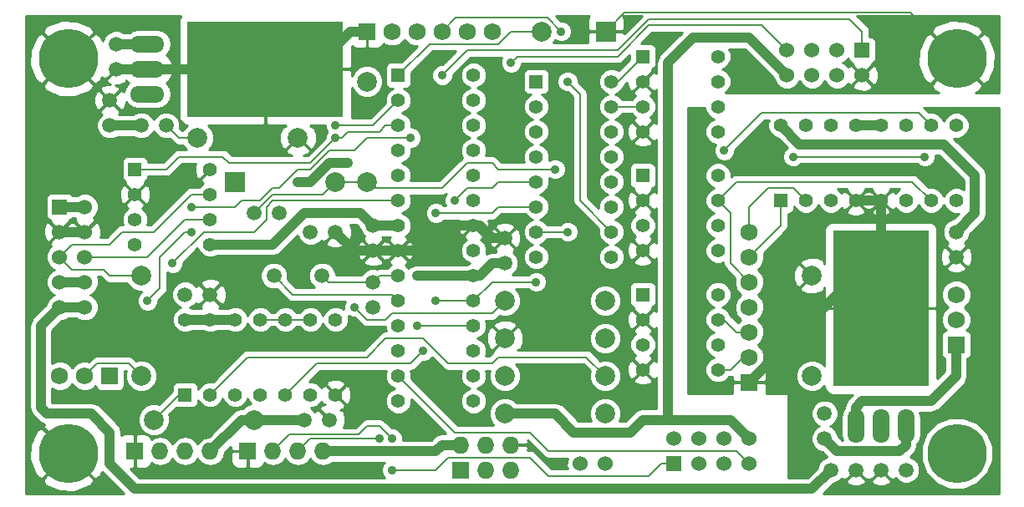
<source format=gbl>
%FSLAX46Y46*%
G04 Gerber Fmt 4.6, Leading zero omitted, Abs format (unit mm)*
G04 Created by KiCad (PCBNEW (2014-jul-16 BZR unknown)-product) date Fri 03 Oct 2014 04:25:25 PM PDT*
%MOMM*%
G01*
G04 APERTURE LIST*
%ADD10C,0.100000*%
%ADD11C,1.501140*%
%ADD12C,1.998980*%
%ADD13R,1.998980X1.998980*%
%ADD14C,6.000000*%
%ADD15R,1.727200X1.727200*%
%ADD16C,1.727200*%
%ADD17R,1.524000X1.524000*%
%ADD18C,1.524000*%
%ADD19O,1.727200X1.727200*%
%ADD20O,1.699260X3.500120*%
%ADD21R,9.652000X15.748000*%
%ADD22R,1.397000X1.397000*%
%ADD23C,1.397000*%
%ADD24O,3.500120X1.699260*%
%ADD25R,15.748000X9.652000*%
%ADD26C,0.889000*%
%ADD27C,0.203200*%
%ADD28C,1.016000*%
%ADD29C,0.254000*%
G04 APERTURE END LIST*
D10*
D11*
X182245000Y-146685000D03*
X184785000Y-146685000D03*
X181610000Y-143510000D03*
X181610000Y-140970000D03*
X189865000Y-146685000D03*
X187325000Y-146685000D03*
X194945000Y-122555000D03*
X194945000Y-125095000D03*
X135890000Y-127635000D03*
X135890000Y-130175000D03*
X109855000Y-103505000D03*
X109855000Y-106045000D03*
X129540000Y-122555000D03*
X132080000Y-122555000D03*
X112395000Y-111760000D03*
X114935000Y-111760000D03*
X109220000Y-111760000D03*
X109220000Y-109220000D03*
X126365000Y-120650000D03*
X123825000Y-120650000D03*
X135890000Y-121920000D03*
X135890000Y-124460000D03*
X149225000Y-125730000D03*
X149225000Y-123190000D03*
X116840000Y-128905000D03*
X119380000Y-128905000D03*
X128905000Y-141605000D03*
X131445000Y-141605000D03*
D12*
X132080000Y-117475000D03*
D13*
X121920000Y-117475000D03*
D14*
X105000000Y-105000000D03*
X195000000Y-105000000D03*
X105000000Y-145000000D03*
X195000000Y-145000000D03*
D15*
X194945000Y-133985000D03*
D16*
X194945000Y-131445000D03*
X194945000Y-128905000D03*
D15*
X109220000Y-137160000D03*
D16*
X106680000Y-137160000D03*
X104140000Y-137160000D03*
D17*
X104140000Y-120015000D03*
D18*
X106680000Y-120015000D03*
X104140000Y-122555000D03*
X106680000Y-122555000D03*
X104140000Y-125095000D03*
X106680000Y-125095000D03*
X104140000Y-127635000D03*
X106680000Y-127635000D03*
X104140000Y-130175000D03*
X106680000Y-130175000D03*
D15*
X135255000Y-102235000D03*
D16*
X137795000Y-102235000D03*
X140335000Y-102235000D03*
X142875000Y-102235000D03*
X145415000Y-102235000D03*
X147955000Y-102235000D03*
D17*
X185420000Y-104140000D03*
D18*
X185420000Y-106680000D03*
X182880000Y-104140000D03*
X182880000Y-106680000D03*
X180340000Y-104140000D03*
X180340000Y-106680000D03*
X177800000Y-104140000D03*
X177800000Y-106680000D03*
D17*
X166370000Y-146050000D03*
D18*
X166370000Y-143510000D03*
X168910000Y-146050000D03*
X168910000Y-143510000D03*
X171450000Y-146050000D03*
X171450000Y-143510000D03*
X173990000Y-146050000D03*
X173990000Y-143510000D03*
D15*
X123190000Y-144780000D03*
D19*
X125730000Y-144780000D03*
X128270000Y-144780000D03*
X130810000Y-144780000D03*
D15*
X111760000Y-144780000D03*
D19*
X114300000Y-144780000D03*
X116840000Y-144780000D03*
X119380000Y-144780000D03*
D12*
X180340000Y-127000000D03*
X180340000Y-137160000D03*
X128270000Y-113030000D03*
X118110000Y-113030000D03*
X159385000Y-129540000D03*
X149225000Y-129540000D03*
X149225000Y-133350000D03*
X159385000Y-133350000D03*
X159385000Y-137160000D03*
X149225000Y-137160000D03*
X113665000Y-141605000D03*
X123825000Y-141605000D03*
X112395000Y-127000000D03*
X112395000Y-137160000D03*
X159385000Y-140970000D03*
X149225000Y-140970000D03*
X135255000Y-117475000D03*
X135255000Y-107315000D03*
D13*
X159461200Y-102235000D03*
D12*
X152958800Y-102235000D03*
D20*
X187325000Y-142240000D03*
X184785000Y-142240000D03*
X189865000Y-142240000D03*
D21*
X187325000Y-130302000D03*
D22*
X163195000Y-104775000D03*
D23*
X163195000Y-107315000D03*
X163195000Y-109855000D03*
X163195000Y-112395000D03*
X170815000Y-112395000D03*
X170815000Y-109855000D03*
X170815000Y-107315000D03*
X170815000Y-104775000D03*
D22*
X163195000Y-116840000D03*
D23*
X163195000Y-119380000D03*
X163195000Y-121920000D03*
X163195000Y-124460000D03*
X170815000Y-124460000D03*
X170815000Y-121920000D03*
X170815000Y-119380000D03*
X170815000Y-116840000D03*
D22*
X163195000Y-128905000D03*
D23*
X163195000Y-131445000D03*
X163195000Y-133985000D03*
X163195000Y-136525000D03*
X170815000Y-136525000D03*
X170815000Y-133985000D03*
X170815000Y-131445000D03*
X170815000Y-128905000D03*
D22*
X177165000Y-119380000D03*
D23*
X179705000Y-119380000D03*
X182245000Y-119380000D03*
X184785000Y-119380000D03*
X187325000Y-119380000D03*
X189865000Y-119380000D03*
X192405000Y-119380000D03*
X194945000Y-119380000D03*
X194945000Y-111760000D03*
X192405000Y-111760000D03*
X189865000Y-111760000D03*
X187325000Y-111760000D03*
X184785000Y-111760000D03*
X182245000Y-111760000D03*
X179705000Y-111760000D03*
X177165000Y-111760000D03*
D24*
X113030000Y-106045000D03*
X113030000Y-103505000D03*
X113030000Y-108585000D03*
D25*
X124968000Y-106045000D03*
D22*
X116840000Y-139065000D03*
D23*
X119380000Y-139065000D03*
X121920000Y-139065000D03*
X124460000Y-139065000D03*
X127000000Y-139065000D03*
X129540000Y-139065000D03*
X132080000Y-139065000D03*
X132080000Y-131445000D03*
X129540000Y-131445000D03*
X127000000Y-131445000D03*
X124460000Y-131445000D03*
X121920000Y-131445000D03*
X119380000Y-131445000D03*
X116840000Y-131445000D03*
D22*
X111760000Y-116205000D03*
D23*
X111760000Y-118745000D03*
X111760000Y-121285000D03*
X111760000Y-123825000D03*
X119380000Y-123825000D03*
X119380000Y-121285000D03*
X119380000Y-118745000D03*
X119380000Y-116205000D03*
X138430000Y-109220000D03*
X138430000Y-111760000D03*
X138430000Y-114300000D03*
X138430000Y-116840000D03*
X138430000Y-119380000D03*
X138430000Y-121920000D03*
X138430000Y-124460000D03*
X138430000Y-127000000D03*
X138430000Y-129540000D03*
X138430000Y-132080000D03*
X138430000Y-134620000D03*
X138430000Y-137160000D03*
X138430000Y-139700000D03*
D22*
X138430000Y-106680000D03*
D23*
X146050000Y-139700000D03*
X146050000Y-137160000D03*
X146050000Y-134620000D03*
X146050000Y-132080000D03*
X146050000Y-129540000D03*
X146050000Y-127000000D03*
X146050000Y-124460000D03*
X146050000Y-121920000D03*
X146050000Y-119380000D03*
X146050000Y-116840000D03*
X146050000Y-114300000D03*
X146050000Y-111760000D03*
X146050000Y-109220000D03*
X146050000Y-106680000D03*
D11*
X130710940Y-127000000D03*
X125829060Y-127000000D03*
D15*
X173990000Y-137795000D03*
D16*
X173990000Y-135255000D03*
X173990000Y-132715000D03*
X173990000Y-130175000D03*
X173990000Y-127635000D03*
X173990000Y-125095000D03*
X173990000Y-122555000D03*
D15*
X144780000Y-146685000D03*
D19*
X144780000Y-144145000D03*
X147320000Y-146685000D03*
X147320000Y-144145000D03*
X149860000Y-146685000D03*
X149860000Y-144145000D03*
D18*
X156845000Y-146050000D03*
X159385000Y-146050000D03*
D22*
X152400000Y-107315000D03*
D23*
X152400000Y-109855000D03*
X152400000Y-112395000D03*
X152400000Y-114935000D03*
X152400000Y-117475000D03*
X152400000Y-120015000D03*
X152400000Y-122555000D03*
X152400000Y-125095000D03*
X160020000Y-125095000D03*
X160020000Y-122555000D03*
X160020000Y-120015000D03*
X160020000Y-117475000D03*
X160020000Y-114935000D03*
X160020000Y-112395000D03*
X160020000Y-109855000D03*
X160020000Y-107315000D03*
D26*
X137795000Y-146685000D03*
X139700000Y-113030000D03*
X113030000Y-129540000D03*
X117475000Y-122555000D03*
X117475000Y-120015000D03*
X115570000Y-125730000D03*
X136525000Y-143510000D03*
X137795000Y-143510000D03*
X142240000Y-120650000D03*
X144145000Y-119380000D03*
X140335000Y-132080000D03*
X152400000Y-127635000D03*
X142240000Y-129540000D03*
X142875000Y-106680000D03*
X149860000Y-105410000D03*
X154305000Y-116205000D03*
X154940000Y-102235000D03*
X140970000Y-134620000D03*
X132080000Y-113030000D03*
X133985000Y-130175000D03*
X132080000Y-111760000D03*
X191770000Y-114935000D03*
X178435000Y-114935000D03*
X171450000Y-114300000D03*
X140335000Y-127000000D03*
X133350000Y-115570000D03*
X128294341Y-117499341D03*
X155575000Y-122555000D03*
X155575000Y-107315000D03*
D27*
X165100000Y-146050000D02*
X163830000Y-147320000D01*
X166370000Y-146050000D02*
X165100000Y-146050000D01*
X153670000Y-147320000D02*
X151765000Y-145415000D01*
X163830000Y-147320000D02*
X153670000Y-147320000D01*
X151765000Y-145415000D02*
X143510000Y-145415000D01*
X143510000Y-145415000D02*
X142240000Y-146685000D01*
X142240000Y-146685000D02*
X137795000Y-146685000D01*
X139700000Y-113030000D02*
X135255000Y-113030000D01*
X135255000Y-113030000D02*
X133985000Y-114300000D01*
X117475000Y-122555000D02*
X116840000Y-122555000D01*
X116840000Y-122555000D02*
X114300000Y-125095000D01*
X114300000Y-125095000D02*
X114300000Y-128270000D01*
X114300000Y-128270000D02*
X113030000Y-129540000D01*
X122555000Y-119380000D02*
X121920000Y-120015000D01*
X121920000Y-120015000D02*
X117475000Y-120015000D01*
X128270000Y-116205000D02*
X126365000Y-118110000D01*
X125730000Y-118110000D02*
X124460000Y-119380000D01*
X124460000Y-119380000D02*
X122555000Y-119380000D01*
X126365000Y-118110000D02*
X125730000Y-118110000D01*
X131445000Y-114300000D02*
X129540000Y-116205000D01*
X129540000Y-116205000D02*
X128270000Y-116205000D01*
X133985000Y-114300000D02*
X131445000Y-114300000D01*
X125730000Y-119380000D02*
X125095000Y-120015000D01*
X125095000Y-120015000D02*
X125095000Y-121285000D01*
X125095000Y-121285000D02*
X123825000Y-122555000D01*
X123825000Y-122555000D02*
X118745000Y-122555000D01*
X118745000Y-122555000D02*
X115570000Y-125730000D01*
X138430000Y-119380000D02*
X125730000Y-119380000D01*
X128270000Y-144780000D02*
X129540000Y-143510000D01*
X129540000Y-143510000D02*
X136525000Y-143510000D01*
X125730000Y-144780000D02*
X127406402Y-143103598D01*
X134391402Y-143103598D02*
X135255000Y-142240000D01*
X127406402Y-143103598D02*
X134391402Y-143103598D01*
X135255000Y-142240000D02*
X136525000Y-142240000D01*
X136525000Y-142240000D02*
X137795000Y-143510000D01*
X172720000Y-144780000D02*
X153670000Y-144780000D01*
X153670000Y-144780000D02*
X151765000Y-142875000D01*
X151765000Y-142875000D02*
X144145000Y-142875000D01*
X144145000Y-142875000D02*
X138430000Y-137160000D01*
X173990000Y-146050000D02*
X172720000Y-144780000D01*
X148590000Y-120015000D02*
X147955000Y-120650000D01*
X147955000Y-120650000D02*
X142240000Y-120650000D01*
X152400000Y-120015000D02*
X148590000Y-120015000D01*
X147955000Y-118110000D02*
X145415000Y-118110000D01*
X148590000Y-117475000D02*
X147955000Y-118110000D01*
X152400000Y-117475000D02*
X148590000Y-117475000D01*
X144145000Y-119380000D02*
X145415000Y-118110000D01*
X140335000Y-132080000D02*
X146050000Y-132080000D01*
X147955000Y-127635000D02*
X152400000Y-127635000D01*
X146050000Y-129540000D02*
X147955000Y-127635000D01*
X146050000Y-129540000D02*
X142240000Y-129540000D01*
X163830000Y-100965000D02*
X160655000Y-104140000D01*
X160655000Y-104140000D02*
X145415000Y-104140000D01*
X145415000Y-104140000D02*
X142875000Y-106680000D01*
X184150000Y-100965000D02*
X185420000Y-102235000D01*
X185420000Y-104140000D02*
X185420000Y-102235000D01*
X184150000Y-100965000D02*
X163830000Y-100965000D01*
X149860000Y-105410000D02*
X150495000Y-104775000D01*
X150495000Y-104775000D02*
X160655000Y-104775000D01*
X160655000Y-104775000D02*
X163830000Y-101600000D01*
X175260000Y-101600000D02*
X177800000Y-104140000D01*
X163830000Y-101600000D02*
X175260000Y-101600000D01*
D28*
X177165000Y-111760000D02*
X179070000Y-113665000D01*
X196850000Y-120650000D02*
X194945000Y-122555000D01*
X196850000Y-116840000D02*
X196850000Y-120650000D01*
X193675000Y-113665000D02*
X196850000Y-116840000D01*
X191770000Y-113665000D02*
X193675000Y-113665000D01*
X179070000Y-113665000D02*
X191770000Y-113665000D01*
X182880000Y-144780000D02*
X189230000Y-144780000D01*
X189230000Y-144780000D02*
X189865000Y-144145000D01*
X189865000Y-144145000D02*
X189865000Y-142240000D01*
X181610000Y-143510000D02*
X182880000Y-144780000D01*
D27*
X195000000Y-105000000D02*
X190330000Y-100330000D01*
X190330000Y-100330000D02*
X161366200Y-100330000D01*
X161366200Y-100330000D02*
X159461200Y-102235000D01*
D28*
X129794000Y-106045000D02*
X133604000Y-102235000D01*
X133604000Y-102235000D02*
X135255000Y-102235000D01*
X138430000Y-124460000D02*
X140970000Y-124460000D01*
X143510000Y-121920000D02*
X146050000Y-121920000D01*
X140970000Y-124460000D02*
X143510000Y-121920000D01*
X132080000Y-122555000D02*
X133985000Y-124460000D01*
X133985000Y-124460000D02*
X135890000Y-124460000D01*
X138430000Y-124460000D02*
X135890000Y-124460000D01*
X113030000Y-106045000D02*
X129794000Y-106045000D01*
X113030000Y-106045000D02*
X109855000Y-106045000D01*
D27*
X195000000Y-145000000D02*
X193315000Y-146685000D01*
D28*
X106680000Y-122555000D02*
X104140000Y-122555000D01*
X147955000Y-123190000D02*
X149225000Y-123190000D01*
X146685000Y-121920000D02*
X147955000Y-123190000D01*
X146050000Y-121920000D02*
X146685000Y-121920000D01*
D27*
X173355000Y-135255000D02*
X173990000Y-135255000D01*
X172085000Y-136525000D02*
X173355000Y-135255000D01*
X170815000Y-136525000D02*
X172085000Y-136525000D01*
X138430000Y-127000000D02*
X136525000Y-127000000D01*
X136525000Y-127000000D02*
X135890000Y-127635000D01*
X135890000Y-127635000D02*
X131345940Y-127635000D01*
X131345940Y-127635000D02*
X130710940Y-127000000D01*
X138430000Y-129540000D02*
X137795000Y-128905000D01*
X127734060Y-128905000D02*
X125829060Y-127000000D01*
X137795000Y-128905000D02*
X127734060Y-128905000D01*
X114935000Y-111760000D02*
X116205000Y-113030000D01*
X116205000Y-113030000D02*
X118110000Y-113030000D01*
X152958800Y-102235000D02*
X149860000Y-102235000D01*
X149860000Y-102235000D02*
X148590000Y-103505000D01*
X138430000Y-106045000D02*
X138430000Y-106680000D01*
X130810000Y-118745000D02*
X132080000Y-117475000D01*
X132080000Y-117475000D02*
X135255000Y-117475000D01*
X141605000Y-103505000D02*
X148590000Y-103505000D01*
X138430000Y-106680000D02*
X141605000Y-103505000D01*
X154305000Y-116205000D02*
X149225000Y-116205000D01*
X149225000Y-116205000D02*
X148590000Y-116205000D01*
X148590000Y-116205000D02*
X147955000Y-115570000D01*
X147955000Y-115570000D02*
X145415000Y-115570000D01*
X124460000Y-120015000D02*
X124460000Y-120015000D01*
X124460000Y-120015000D02*
X125730000Y-118745000D01*
X125730000Y-118745000D02*
X130810000Y-118745000D01*
X123825000Y-120650000D02*
X124460000Y-120015000D01*
X142875000Y-118110000D02*
X145415000Y-115570000D01*
X135890000Y-118110000D02*
X142875000Y-118110000D01*
X135255000Y-117475000D02*
X135890000Y-118110000D01*
X106680000Y-125095000D02*
X113030000Y-125095000D01*
X116840000Y-121285000D02*
X119380000Y-121285000D01*
X113030000Y-125095000D02*
X116840000Y-121285000D01*
X106680000Y-137160000D02*
X107950000Y-135890000D01*
X111125000Y-135890000D02*
X112395000Y-137160000D01*
X107950000Y-135890000D02*
X111125000Y-135890000D01*
X104140000Y-125095000D02*
X105410000Y-126365000D01*
X109220000Y-127000000D02*
X112395000Y-127000000D01*
X108585000Y-126365000D02*
X109220000Y-127000000D01*
X105410000Y-126365000D02*
X108585000Y-126365000D01*
X105410000Y-123825000D02*
X109220000Y-123825000D01*
X109220000Y-123825000D02*
X110490000Y-122555000D01*
X110490000Y-122555000D02*
X113665000Y-122555000D01*
X113665000Y-122555000D02*
X117475000Y-118745000D01*
X117475000Y-118745000D02*
X119380000Y-118745000D01*
X104140000Y-125095000D02*
X105410000Y-123825000D01*
X142875000Y-102235000D02*
X144272000Y-100838000D01*
X154940000Y-102235000D02*
X153543000Y-100838000D01*
X153543000Y-100838000D02*
X144272000Y-100838000D01*
X140970000Y-133350000D02*
X143510000Y-135890000D01*
X143510000Y-135890000D02*
X147955000Y-135890000D01*
X147955000Y-135890000D02*
X148590000Y-135255000D01*
X148590000Y-135255000D02*
X157480000Y-135255000D01*
X157480000Y-135255000D02*
X159385000Y-137160000D01*
X119380000Y-139065000D02*
X123190000Y-135255000D01*
X137160000Y-133350000D02*
X135255000Y-135255000D01*
X135255000Y-135255000D02*
X123190000Y-135255000D01*
X140970000Y-133350000D02*
X137160000Y-133350000D01*
X130175000Y-135890000D02*
X127000000Y-139065000D01*
X139700000Y-135890000D02*
X140970000Y-134620000D01*
X130175000Y-135890000D02*
X139700000Y-135890000D01*
X138430000Y-111760000D02*
X137160000Y-111760000D01*
X137160000Y-111760000D02*
X136525000Y-112395000D01*
X149225000Y-129540000D02*
X147955000Y-130810000D01*
X133350000Y-112395000D02*
X132715000Y-113030000D01*
X132715000Y-113030000D02*
X132080000Y-113030000D01*
X136525000Y-112395000D02*
X133350000Y-112395000D01*
X129540000Y-115570000D02*
X121285000Y-115570000D01*
X121285000Y-115570000D02*
X120650000Y-114935000D01*
X120650000Y-114935000D02*
X116205000Y-114935000D01*
X116205000Y-114935000D02*
X114935000Y-116205000D01*
X114935000Y-116205000D02*
X111760000Y-116205000D01*
X132080000Y-113030000D02*
X129540000Y-115570000D01*
X137160000Y-131445000D02*
X135255000Y-131445000D01*
X135255000Y-131445000D02*
X133985000Y-130175000D01*
X137795000Y-130810000D02*
X137160000Y-131445000D01*
X147955000Y-130810000D02*
X137795000Y-130810000D01*
X135890000Y-111760000D02*
X138430000Y-109220000D01*
X135890000Y-111760000D02*
X132080000Y-111760000D01*
D28*
X182245000Y-146685000D02*
X180340000Y-148590000D01*
X109220000Y-146050000D02*
X111760000Y-148590000D01*
X109220000Y-142875000D02*
X109220000Y-146050000D01*
X102870000Y-140970000D02*
X107315000Y-140970000D01*
X102235000Y-140335000D02*
X102870000Y-140970000D01*
X107315000Y-140970000D02*
X109220000Y-142875000D01*
X102235000Y-132080000D02*
X102235000Y-140335000D01*
X102235000Y-132080000D02*
X104140000Y-130175000D01*
X180340000Y-148590000D02*
X111760000Y-148590000D01*
X184785000Y-142875000D02*
X184785000Y-140970000D01*
X106680000Y-130175000D02*
X104140000Y-130175000D01*
X184785000Y-140335000D02*
X185420000Y-139700000D01*
X184785000Y-142240000D02*
X184785000Y-140335000D01*
X194945000Y-137160000D02*
X194945000Y-133985000D01*
X192405000Y-139700000D02*
X194945000Y-137160000D01*
X185420000Y-139700000D02*
X192405000Y-139700000D01*
X173990000Y-137795000D02*
X186309000Y-125476000D01*
X186309000Y-125476000D02*
X187325000Y-125476000D01*
X187325000Y-119380000D02*
X187325000Y-125476000D01*
X187325000Y-119380000D02*
X184785000Y-119380000D01*
X187325000Y-111760000D02*
X184785000Y-111760000D01*
X106680000Y-127635000D02*
X104140000Y-127635000D01*
X113030000Y-103505000D02*
X109855000Y-103505000D01*
X106680000Y-120015000D02*
X104140000Y-120015000D01*
D27*
X172720000Y-132715000D02*
X173990000Y-132715000D01*
X171450000Y-131445000D02*
X172720000Y-132715000D01*
X170815000Y-131445000D02*
X171450000Y-131445000D01*
X178435000Y-114935000D02*
X191770000Y-114935000D01*
X171450000Y-114300000D02*
X175260000Y-110490000D01*
X175260000Y-110490000D02*
X191135000Y-110490000D01*
X191135000Y-110490000D02*
X192405000Y-111760000D01*
X172720000Y-117475000D02*
X190500000Y-117475000D01*
X190500000Y-117475000D02*
X192405000Y-119380000D01*
X170815000Y-119380000D02*
X172720000Y-117475000D01*
X172085000Y-120650000D02*
X172085000Y-125730000D01*
X172085000Y-125730000D02*
X173990000Y-127635000D01*
X170815000Y-119380000D02*
X172085000Y-120650000D01*
X177165000Y-121920000D02*
X177165000Y-119380000D01*
X173990000Y-125095000D02*
X177165000Y-121920000D01*
X173990000Y-120015000D02*
X175895000Y-118110000D01*
X175895000Y-118110000D02*
X178435000Y-118110000D01*
X178435000Y-118110000D02*
X179705000Y-119380000D01*
X173990000Y-122555000D02*
X173990000Y-120015000D01*
X116205000Y-139065000D02*
X116840000Y-139065000D01*
X113665000Y-141605000D02*
X116205000Y-139065000D01*
X127000000Y-131445000D02*
X124460000Y-131445000D01*
X129540000Y-131445000D02*
X127000000Y-131445000D01*
X160655000Y-107315000D02*
X163195000Y-104775000D01*
X160020000Y-107315000D02*
X160655000Y-107315000D01*
X160020000Y-109855000D02*
X163195000Y-109855000D01*
D28*
X119380000Y-131445000D02*
X121920000Y-131445000D01*
X116840000Y-131445000D02*
X119380000Y-131445000D01*
X144780000Y-144145000D02*
X142875000Y-144145000D01*
X142240000Y-144780000D02*
X130810000Y-144780000D01*
X142875000Y-144145000D02*
X142240000Y-144780000D01*
X140335000Y-127000000D02*
X146050000Y-127000000D01*
X145415000Y-127000000D02*
X146050000Y-127000000D01*
X133350000Y-115570000D02*
X131445000Y-115570000D01*
X131445000Y-115570000D02*
X129540000Y-117475000D01*
X129540000Y-117475000D02*
X128270000Y-117475000D01*
X119380000Y-123825000D02*
X125730000Y-123825000D01*
X125730000Y-123825000D02*
X128905000Y-120650000D01*
X134620000Y-120650000D02*
X135890000Y-121920000D01*
X128905000Y-120650000D02*
X130175000Y-120650000D01*
X130175000Y-120650000D02*
X134620000Y-120650000D01*
X138430000Y-121920000D02*
X135890000Y-121920000D01*
X112395000Y-111760000D02*
X109220000Y-111760000D01*
X147955000Y-125730000D02*
X149225000Y-125730000D01*
X146685000Y-127000000D02*
X147955000Y-125730000D01*
X146050000Y-127000000D02*
X146685000Y-127000000D01*
X165735000Y-141605000D02*
X172085000Y-141605000D01*
X172085000Y-141605000D02*
X173990000Y-143510000D01*
X154305000Y-140970000D02*
X156210000Y-142875000D01*
X156210000Y-142875000D02*
X161925000Y-142875000D01*
X161925000Y-142875000D02*
X163195000Y-141605000D01*
X163195000Y-141605000D02*
X165735000Y-141605000D01*
X149225000Y-140970000D02*
X154305000Y-140970000D01*
X173990000Y-102870000D02*
X168275000Y-102870000D01*
X168275000Y-102870000D02*
X165735000Y-105410000D01*
X165735000Y-105410000D02*
X165735000Y-141605000D01*
X177800000Y-106680000D02*
X173990000Y-102870000D01*
X122555000Y-141605000D02*
X123825000Y-141605000D01*
X119380000Y-144780000D02*
X122555000Y-141605000D01*
X128905000Y-141605000D02*
X123825000Y-141605000D01*
X128294341Y-117499341D02*
X128270000Y-117475000D01*
D27*
X155575000Y-122555000D02*
X152400000Y-122555000D01*
X155575000Y-107315000D02*
X156845000Y-108585000D01*
X160020000Y-122555000D02*
X156845000Y-119380000D01*
X156845000Y-119380000D02*
X156845000Y-108585000D01*
D29*
G36*
X184835063Y-111774142D02*
X184799142Y-111810063D01*
X184785000Y-111795921D01*
X184770857Y-111810063D01*
X184734936Y-111774142D01*
X184749079Y-111760000D01*
X184734936Y-111745857D01*
X184770857Y-111709936D01*
X184785000Y-111724079D01*
X184799142Y-111709936D01*
X184835063Y-111745857D01*
X184820921Y-111760000D01*
X184835063Y-111774142D01*
X184835063Y-111774142D01*
G37*
X184835063Y-111774142D02*
X184799142Y-111810063D01*
X184785000Y-111795921D01*
X184770857Y-111810063D01*
X184734936Y-111774142D01*
X184749079Y-111760000D01*
X184734936Y-111745857D01*
X184770857Y-111709936D01*
X184785000Y-111724079D01*
X184799142Y-111709936D01*
X184835063Y-111745857D01*
X184820921Y-111760000D01*
X184835063Y-111774142D01*
G36*
X187370400Y-142265400D02*
X187350400Y-142265400D01*
X187350400Y-142285400D01*
X187299600Y-142285400D01*
X187299600Y-142265400D01*
X187279600Y-142265400D01*
X187279600Y-142214600D01*
X187299600Y-142214600D01*
X187299600Y-142194600D01*
X187350400Y-142194600D01*
X187350400Y-142214600D01*
X187370400Y-142214600D01*
X187370400Y-142265400D01*
X187370400Y-142265400D01*
G37*
X187370400Y-142265400D02*
X187350400Y-142265400D01*
X187350400Y-142285400D01*
X187299600Y-142285400D01*
X187299600Y-142265400D01*
X187279600Y-142265400D01*
X187279600Y-142214600D01*
X187299600Y-142214600D01*
X187299600Y-142194600D01*
X187350400Y-142194600D01*
X187350400Y-142214600D01*
X187370400Y-142214600D01*
X187370400Y-142265400D01*
G36*
X187375063Y-111774142D02*
X187339142Y-111810063D01*
X187325000Y-111795921D01*
X187310857Y-111810063D01*
X187274936Y-111774142D01*
X187289079Y-111760000D01*
X187274936Y-111745857D01*
X187310857Y-111709936D01*
X187325000Y-111724079D01*
X187339142Y-111709936D01*
X187375063Y-111745857D01*
X187360921Y-111760000D01*
X187375063Y-111774142D01*
X187375063Y-111774142D01*
G37*
X187375063Y-111774142D02*
X187339142Y-111810063D01*
X187325000Y-111795921D01*
X187310857Y-111810063D01*
X187274936Y-111774142D01*
X187289079Y-111760000D01*
X187274936Y-111745857D01*
X187310857Y-111709936D01*
X187325000Y-111724079D01*
X187339142Y-111709936D01*
X187375063Y-111745857D01*
X187360921Y-111760000D01*
X187375063Y-111774142D01*
G36*
X199263000Y-149098000D02*
X198635630Y-149098000D01*
X198635630Y-144280126D01*
X198083400Y-142943628D01*
X197061751Y-141920194D01*
X196591946Y-141725113D01*
X196591946Y-124808433D01*
X196356915Y-124199987D01*
X196312200Y-124133067D01*
X195987712Y-124088209D01*
X194980921Y-125095000D01*
X195987712Y-126101791D01*
X196312200Y-126056933D01*
X196576244Y-125460506D01*
X196591946Y-124808433D01*
X196591946Y-141725113D01*
X195726218Y-141365632D01*
X194280126Y-141364370D01*
X192943628Y-141916600D01*
X191920194Y-142938249D01*
X191365632Y-144273782D01*
X191364370Y-145719874D01*
X191916600Y-147056372D01*
X192938249Y-148079806D01*
X194273782Y-148634368D01*
X195719874Y-148635630D01*
X197056372Y-148083400D01*
X198079806Y-147061751D01*
X198634368Y-145726218D01*
X198635630Y-144280126D01*
X198635630Y-149098000D01*
X188331791Y-149098000D01*
X188331791Y-147727712D01*
X187325000Y-146720921D01*
X186318209Y-147727712D01*
X186363067Y-148052200D01*
X186959494Y-148316244D01*
X187611567Y-148331946D01*
X188220013Y-148096915D01*
X188286933Y-148052200D01*
X188331791Y-147727712D01*
X188331791Y-149098000D01*
X185791791Y-149098000D01*
X185791791Y-147727712D01*
X184785000Y-146720921D01*
X183778209Y-147727712D01*
X183823067Y-148052200D01*
X184419494Y-148316244D01*
X185071567Y-148331946D01*
X185680013Y-148096915D01*
X185746933Y-148052200D01*
X185791791Y-147727712D01*
X185791791Y-149098000D01*
X181448446Y-149098000D01*
X182475674Y-148070771D01*
X182519398Y-148070810D01*
X183028837Y-147860314D01*
X183355425Y-147534295D01*
X183373085Y-147580013D01*
X183417800Y-147646933D01*
X183742288Y-147691791D01*
X184749079Y-146685000D01*
X184734936Y-146670857D01*
X184770857Y-146634936D01*
X184785000Y-146649079D01*
X184799142Y-146634936D01*
X184835063Y-146670857D01*
X184820921Y-146685000D01*
X185827712Y-147691791D01*
X186055000Y-147660370D01*
X186282288Y-147691791D01*
X187289079Y-146685000D01*
X187274936Y-146670857D01*
X187310857Y-146634936D01*
X187325000Y-146649079D01*
X187339142Y-146634936D01*
X187375063Y-146670857D01*
X187360921Y-146685000D01*
X188367712Y-147691791D01*
X188692200Y-147646933D01*
X188746048Y-147525298D01*
X189079113Y-147858944D01*
X189588184Y-148070329D01*
X190139398Y-148070810D01*
X190648837Y-147860314D01*
X191038944Y-147470887D01*
X191250329Y-146961816D01*
X191250810Y-146410602D01*
X191040314Y-145901163D01*
X190650887Y-145511056D01*
X190272507Y-145353938D01*
X190673223Y-144953223D01*
X190920994Y-144582407D01*
X191008000Y-144145000D01*
X191008000Y-144097452D01*
X191236619Y-143755299D01*
X191349630Y-143187156D01*
X191349630Y-141292844D01*
X191260150Y-140843000D01*
X192405000Y-140843000D01*
X192842407Y-140755994D01*
X193213223Y-140508223D01*
X195753223Y-137968223D01*
X196000994Y-137597407D01*
X196088000Y-137160000D01*
X196088000Y-135420187D01*
X196168298Y-135386927D01*
X196346927Y-135208299D01*
X196443600Y-134974910D01*
X196443600Y-134722291D01*
X196443600Y-132995091D01*
X196346927Y-132761702D01*
X196168299Y-132583073D01*
X195997148Y-132512179D01*
X196214710Y-132294997D01*
X196443339Y-131744398D01*
X196443859Y-131148218D01*
X196216192Y-130597220D01*
X195794997Y-130175290D01*
X195794069Y-130174904D01*
X196214710Y-129754997D01*
X196443339Y-129204398D01*
X196443859Y-128608218D01*
X196216192Y-128057220D01*
X195951791Y-127792357D01*
X195951791Y-126137712D01*
X194945000Y-125130921D01*
X194909079Y-125166842D01*
X194909079Y-125095000D01*
X193902288Y-124088209D01*
X193577800Y-124133067D01*
X193313756Y-124729494D01*
X193298054Y-125381567D01*
X193533085Y-125990013D01*
X193577800Y-126056933D01*
X193902288Y-126101791D01*
X194909079Y-125095000D01*
X194909079Y-125166842D01*
X193938209Y-126137712D01*
X193983067Y-126462200D01*
X194579494Y-126726244D01*
X195231567Y-126741946D01*
X195840013Y-126506915D01*
X195906933Y-126462200D01*
X195951791Y-126137712D01*
X195951791Y-127792357D01*
X195794997Y-127635290D01*
X195244398Y-127406661D01*
X194648218Y-127406141D01*
X194097220Y-127633808D01*
X193675290Y-128055003D01*
X193446661Y-128605602D01*
X193446141Y-129201782D01*
X193673808Y-129752780D01*
X194095003Y-130174710D01*
X194095930Y-130175095D01*
X193675290Y-130595003D01*
X193446661Y-131145602D01*
X193446141Y-131741782D01*
X193673808Y-132292780D01*
X193892833Y-132512187D01*
X193721702Y-132583073D01*
X193543073Y-132761701D01*
X193446400Y-132995090D01*
X193446400Y-133247709D01*
X193446400Y-134974909D01*
X193543073Y-135208298D01*
X193721701Y-135386927D01*
X193802000Y-135420187D01*
X193802000Y-136686554D01*
X193040000Y-137448554D01*
X193040000Y-130549650D01*
X193040000Y-130054350D01*
X193040000Y-122251167D01*
X192904658Y-121924422D01*
X192654578Y-121674342D01*
X192327833Y-121539000D01*
X191974167Y-121539000D01*
X188294245Y-121539000D01*
X188294245Y-120385166D01*
X187325000Y-119415921D01*
X187289079Y-119451842D01*
X187289079Y-119380000D01*
X186319834Y-118410755D01*
X186055000Y-118442727D01*
X185790166Y-118410755D01*
X184820921Y-119380000D01*
X185790166Y-120349245D01*
X186055000Y-120317272D01*
X186319834Y-120349245D01*
X187289079Y-119380000D01*
X187289079Y-119451842D01*
X186355755Y-120385166D01*
X186394276Y-120704244D01*
X186971890Y-120959615D01*
X187603261Y-120974504D01*
X188192271Y-120746644D01*
X188255724Y-120704244D01*
X188294245Y-120385166D01*
X188294245Y-121539000D01*
X187572650Y-121539000D01*
X187350400Y-121761250D01*
X187350400Y-130276600D01*
X192817750Y-130276600D01*
X193040000Y-130054350D01*
X193040000Y-130549650D01*
X192817750Y-130327400D01*
X187350400Y-130327400D01*
X187350400Y-130347400D01*
X187299600Y-130347400D01*
X187299600Y-130327400D01*
X187299600Y-130276600D01*
X187299600Y-121761250D01*
X187077350Y-121539000D01*
X185754245Y-121539000D01*
X185754245Y-120385166D01*
X184785000Y-119415921D01*
X183815755Y-120385166D01*
X183854276Y-120704244D01*
X184431890Y-120959615D01*
X185063261Y-120974504D01*
X185652271Y-120746644D01*
X185715724Y-120704244D01*
X185754245Y-120385166D01*
X185754245Y-121539000D01*
X182675833Y-121539000D01*
X182322167Y-121539000D01*
X181995422Y-121674342D01*
X181745342Y-121924422D01*
X181610000Y-122251167D01*
X181610000Y-125694076D01*
X181526276Y-125777799D01*
X181451126Y-125427453D01*
X180764759Y-125121947D01*
X180013727Y-125102357D01*
X179312366Y-125371666D01*
X179228874Y-125427453D01*
X179153723Y-125777802D01*
X180340000Y-126964079D01*
X180354142Y-126949936D01*
X180390063Y-126985857D01*
X180375921Y-127000000D01*
X180390063Y-127014142D01*
X180354142Y-127050063D01*
X180340000Y-127035921D01*
X180304079Y-127071842D01*
X180304079Y-127000000D01*
X179117802Y-125813723D01*
X178767453Y-125888874D01*
X178461947Y-126575241D01*
X178442357Y-127326273D01*
X178711666Y-128027634D01*
X178767453Y-128111126D01*
X179117802Y-128186277D01*
X180304079Y-127000000D01*
X180304079Y-127071842D01*
X179153723Y-128222198D01*
X179228874Y-128572547D01*
X179915241Y-128878053D01*
X180666273Y-128897643D01*
X181367634Y-128628334D01*
X181451126Y-128572547D01*
X181526276Y-128222200D01*
X181526277Y-128222201D01*
X181610000Y-128305924D01*
X181610000Y-130054350D01*
X181832250Y-130276600D01*
X187299600Y-130276600D01*
X187299600Y-130327400D01*
X181832250Y-130327400D01*
X181610000Y-130549650D01*
X181610000Y-136118679D01*
X181526277Y-136034810D01*
X181267073Y-135775154D01*
X180666547Y-135525794D01*
X180016306Y-135525226D01*
X179415345Y-135773538D01*
X178955154Y-136232927D01*
X178705794Y-136833453D01*
X178705226Y-137483694D01*
X178953538Y-138084655D01*
X179412927Y-138544846D01*
X180013453Y-138794206D01*
X180663694Y-138794774D01*
X181264655Y-138546462D01*
X181610000Y-138201718D01*
X181610000Y-138352833D01*
X181745342Y-138679578D01*
X181995422Y-138929658D01*
X182322167Y-139065000D01*
X182675833Y-139065000D01*
X184438554Y-139065000D01*
X183976777Y-139526777D01*
X183729006Y-139897593D01*
X183642000Y-140335000D01*
X183642000Y-140382547D01*
X183413381Y-140724701D01*
X183300370Y-141292844D01*
X183300370Y-143187156D01*
X183389849Y-143637000D01*
X183353446Y-143637000D01*
X182995771Y-143279325D01*
X182995810Y-143235602D01*
X182785314Y-142726163D01*
X182395887Y-142336056D01*
X182164618Y-142240025D01*
X182393837Y-142145314D01*
X182783944Y-141755887D01*
X182995329Y-141246816D01*
X182995810Y-140695602D01*
X182785314Y-140186163D01*
X182395887Y-139796056D01*
X181886816Y-139584671D01*
X181335602Y-139584190D01*
X180826163Y-139794686D01*
X180436056Y-140184113D01*
X180224671Y-140693184D01*
X180224190Y-141244398D01*
X180434686Y-141753837D01*
X180824113Y-142143944D01*
X181055381Y-142239974D01*
X180826163Y-142334686D01*
X180436056Y-142724113D01*
X180224671Y-143233184D01*
X180224190Y-143784398D01*
X180434686Y-144293837D01*
X180824113Y-144683944D01*
X181333184Y-144895329D01*
X181378922Y-144895368D01*
X181837670Y-145354116D01*
X181461163Y-145509686D01*
X181071056Y-145899113D01*
X180859671Y-146408184D01*
X180859631Y-146453922D01*
X179866554Y-147447000D01*
X177927000Y-147447000D01*
X177927000Y-138938000D01*
X175700115Y-138938000D01*
X175742600Y-138835433D01*
X175742600Y-138042650D01*
X175520350Y-137820400D01*
X174015400Y-137820400D01*
X174015400Y-137840400D01*
X173964600Y-137840400D01*
X173964600Y-137820400D01*
X172459650Y-137820400D01*
X172237400Y-138042650D01*
X172237400Y-138835433D01*
X172279884Y-138938000D01*
X167767000Y-138938000D01*
X167767000Y-109982000D01*
X169481388Y-109982000D01*
X169481269Y-110119086D01*
X169683854Y-110609380D01*
X170058647Y-110984827D01*
X170396446Y-111125093D01*
X170060620Y-111263854D01*
X169685173Y-111638647D01*
X169481732Y-112128587D01*
X169481269Y-112659086D01*
X169683854Y-113149380D01*
X170058647Y-113524827D01*
X170522957Y-113717625D01*
X170370687Y-114084332D01*
X170370313Y-114513784D01*
X170534311Y-114910689D01*
X170837714Y-115214622D01*
X171234332Y-115379313D01*
X171663784Y-115379687D01*
X172060689Y-115215689D01*
X172364622Y-114912286D01*
X172529313Y-114515668D01*
X172529533Y-114262176D01*
X175565110Y-111226600D01*
X175942594Y-111226600D01*
X175831732Y-111493587D01*
X175831269Y-112024086D01*
X176033854Y-112514380D01*
X176408647Y-112889827D01*
X176869917Y-113081363D01*
X177816080Y-114027526D01*
X177520378Y-114322714D01*
X177355687Y-114719332D01*
X177355313Y-115148784D01*
X177519311Y-115545689D01*
X177822714Y-115849622D01*
X178219332Y-116014313D01*
X178648784Y-116014687D01*
X179045689Y-115850689D01*
X179225090Y-115671600D01*
X190980002Y-115671600D01*
X191157714Y-115849622D01*
X191554332Y-116014313D01*
X191983784Y-116014687D01*
X192380689Y-115850689D01*
X192684622Y-115547286D01*
X192849313Y-115150668D01*
X192849611Y-114808000D01*
X193201554Y-114808000D01*
X195707000Y-117313446D01*
X195707000Y-118255829D01*
X195701353Y-118250173D01*
X195211413Y-118046732D01*
X194680914Y-118046269D01*
X194190620Y-118248854D01*
X193815173Y-118623647D01*
X193674906Y-118961446D01*
X193536146Y-118625620D01*
X193161353Y-118250173D01*
X192671413Y-118046732D01*
X192140914Y-118046269D01*
X192121146Y-118054436D01*
X191020855Y-116954145D01*
X190781885Y-116794470D01*
X190500000Y-116738400D01*
X172720000Y-116738400D01*
X172438115Y-116794470D01*
X172199145Y-116954145D01*
X172148356Y-117004933D01*
X172148731Y-116575914D01*
X171946146Y-116085620D01*
X171571353Y-115710173D01*
X171081413Y-115506732D01*
X170550914Y-115506269D01*
X170060620Y-115708854D01*
X169685173Y-116083647D01*
X169481732Y-116573587D01*
X169481269Y-117104086D01*
X169683854Y-117594380D01*
X170058647Y-117969827D01*
X170396446Y-118110093D01*
X170060620Y-118248854D01*
X169685173Y-118623647D01*
X169481732Y-119113587D01*
X169481269Y-119644086D01*
X169683854Y-120134380D01*
X170058647Y-120509827D01*
X170396446Y-120650093D01*
X170060620Y-120788854D01*
X169685173Y-121163647D01*
X169481732Y-121653587D01*
X169481269Y-122184086D01*
X169683854Y-122674380D01*
X170058647Y-123049827D01*
X170396446Y-123190093D01*
X170060620Y-123328854D01*
X169685173Y-123703647D01*
X169481732Y-124193587D01*
X169481269Y-124724086D01*
X169683854Y-125214380D01*
X170058647Y-125589827D01*
X170548587Y-125793268D01*
X171079086Y-125793731D01*
X171348400Y-125682452D01*
X171348400Y-125730000D01*
X171404470Y-126011885D01*
X171564145Y-126250855D01*
X172537793Y-127224503D01*
X172491661Y-127335602D01*
X172491141Y-127931782D01*
X172718808Y-128482780D01*
X173140003Y-128904710D01*
X173140930Y-128905095D01*
X172720290Y-129325003D01*
X172491661Y-129875602D01*
X172491141Y-130471782D01*
X172718808Y-131022780D01*
X173140003Y-131444710D01*
X173140930Y-131445095D01*
X172816084Y-131769374D01*
X172093179Y-131046469D01*
X171946146Y-130690620D01*
X171571353Y-130315173D01*
X171233553Y-130174906D01*
X171569380Y-130036146D01*
X171944827Y-129661353D01*
X172148268Y-129171413D01*
X172148731Y-128640914D01*
X171946146Y-128150620D01*
X171571353Y-127775173D01*
X171081413Y-127571732D01*
X170550914Y-127571269D01*
X170060620Y-127773854D01*
X169685173Y-128148647D01*
X169481732Y-128638587D01*
X169481269Y-129169086D01*
X169683854Y-129659380D01*
X170058647Y-130034827D01*
X170396446Y-130175093D01*
X170060620Y-130313854D01*
X169685173Y-130688647D01*
X169481732Y-131178587D01*
X169481269Y-131709086D01*
X169683854Y-132199380D01*
X170058647Y-132574827D01*
X170396446Y-132715093D01*
X170060620Y-132853854D01*
X169685173Y-133228647D01*
X169481732Y-133718587D01*
X169481269Y-134249086D01*
X169683854Y-134739380D01*
X170058647Y-135114827D01*
X170396446Y-135255093D01*
X170060620Y-135393854D01*
X169685173Y-135768647D01*
X169481732Y-136258587D01*
X169481269Y-136789086D01*
X169683854Y-137279380D01*
X170058647Y-137654827D01*
X170548587Y-137858268D01*
X171079086Y-137858731D01*
X171569380Y-137656146D01*
X171944827Y-137281353D01*
X171953029Y-137261600D01*
X172085000Y-137261600D01*
X172237400Y-137231285D01*
X172237400Y-137547350D01*
X172459650Y-137769600D01*
X173964600Y-137769600D01*
X173964600Y-137749600D01*
X174015400Y-137749600D01*
X174015400Y-137769600D01*
X175520350Y-137769600D01*
X175742600Y-137547350D01*
X175742600Y-136754567D01*
X175607258Y-136427822D01*
X175357178Y-136177742D01*
X175236790Y-136127876D01*
X175259710Y-136104997D01*
X175488339Y-135554398D01*
X175488859Y-134958218D01*
X175261192Y-134407220D01*
X174839997Y-133985290D01*
X174839069Y-133984904D01*
X175259710Y-133564997D01*
X175488339Y-133014398D01*
X175488859Y-132418218D01*
X175261192Y-131867220D01*
X174839997Y-131445290D01*
X174839069Y-131444904D01*
X175259710Y-131024997D01*
X175488339Y-130474398D01*
X175488859Y-129878218D01*
X175261192Y-129327220D01*
X174839997Y-128905290D01*
X174839069Y-128904904D01*
X175259710Y-128484997D01*
X175488339Y-127934398D01*
X175488859Y-127338218D01*
X175261192Y-126787220D01*
X174839997Y-126365290D01*
X174839069Y-126364904D01*
X175259710Y-125944997D01*
X175488339Y-125394398D01*
X175488859Y-124798218D01*
X175441970Y-124684739D01*
X177685855Y-122440855D01*
X177845530Y-122201885D01*
X177901600Y-121920000D01*
X177901600Y-120713500D01*
X177989809Y-120713500D01*
X178223198Y-120616827D01*
X178401827Y-120438199D01*
X178498500Y-120204810D01*
X178498500Y-119952191D01*
X178498500Y-119952009D01*
X178573854Y-120134380D01*
X178948647Y-120509827D01*
X179438587Y-120713268D01*
X179969086Y-120713731D01*
X180459380Y-120511146D01*
X180834827Y-120136353D01*
X180975093Y-119798553D01*
X181113854Y-120134380D01*
X181488647Y-120509827D01*
X181978587Y-120713268D01*
X182509086Y-120713731D01*
X182999380Y-120511146D01*
X183374827Y-120136353D01*
X183375148Y-120135579D01*
X183418356Y-120247271D01*
X183460756Y-120310724D01*
X183779834Y-120349245D01*
X184749079Y-119380000D01*
X183779834Y-118410755D01*
X183460756Y-118449276D01*
X183379356Y-118633390D01*
X183376146Y-118625620D01*
X183001353Y-118250173D01*
X182908458Y-118211600D01*
X183835461Y-118211600D01*
X183815755Y-118374834D01*
X184785000Y-119344079D01*
X185754245Y-118374834D01*
X185734538Y-118211600D01*
X186375461Y-118211600D01*
X186355755Y-118374834D01*
X187325000Y-119344079D01*
X188294245Y-118374834D01*
X188274538Y-118211600D01*
X189200781Y-118211600D01*
X189110620Y-118248854D01*
X188735173Y-118623647D01*
X188734851Y-118624420D01*
X188691644Y-118512729D01*
X188649244Y-118449276D01*
X188330166Y-118410755D01*
X187360921Y-119380000D01*
X188330166Y-120349245D01*
X188649244Y-120310724D01*
X188730643Y-120126609D01*
X188733854Y-120134380D01*
X189108647Y-120509827D01*
X189598587Y-120713268D01*
X190129086Y-120713731D01*
X190619380Y-120511146D01*
X190994827Y-120136353D01*
X191135093Y-119798553D01*
X191273854Y-120134380D01*
X191648647Y-120509827D01*
X192138587Y-120713268D01*
X192669086Y-120713731D01*
X193159380Y-120511146D01*
X193534827Y-120136353D01*
X193675093Y-119798553D01*
X193813854Y-120134380D01*
X194188647Y-120509827D01*
X194678587Y-120713268D01*
X195169857Y-120713696D01*
X194714325Y-121169228D01*
X194670602Y-121169190D01*
X194161163Y-121379686D01*
X193771056Y-121769113D01*
X193559671Y-122278184D01*
X193559190Y-122829398D01*
X193769686Y-123338837D01*
X194095704Y-123665425D01*
X194049987Y-123683085D01*
X193983067Y-123727800D01*
X193938209Y-124052288D01*
X194945000Y-125059079D01*
X195951791Y-124052288D01*
X195906933Y-123727800D01*
X195785298Y-123673951D01*
X196118944Y-123340887D01*
X196330329Y-122831816D01*
X196330368Y-122786077D01*
X197658223Y-121458223D01*
X197905994Y-121087407D01*
X197993000Y-120650000D01*
X197993000Y-116840000D01*
X197905994Y-116402593D01*
X197658223Y-116031777D01*
X194719749Y-113093303D01*
X195209086Y-113093731D01*
X195699380Y-112891146D01*
X196074827Y-112516353D01*
X196278268Y-112026413D01*
X196278731Y-111495914D01*
X196076146Y-111005620D01*
X195701353Y-110630173D01*
X195211413Y-110426732D01*
X194680914Y-110426269D01*
X194190620Y-110628854D01*
X193815173Y-111003647D01*
X193674906Y-111341446D01*
X193536146Y-111005620D01*
X193161353Y-110630173D01*
X192671413Y-110426732D01*
X192140914Y-110426269D01*
X192121146Y-110434436D01*
X191668710Y-109982000D01*
X199263000Y-109982000D01*
X199263000Y-149098000D01*
X199263000Y-149098000D01*
G37*
X199263000Y-149098000D02*
X198635630Y-149098000D01*
X198635630Y-144280126D01*
X198083400Y-142943628D01*
X197061751Y-141920194D01*
X196591946Y-141725113D01*
X196591946Y-124808433D01*
X196356915Y-124199987D01*
X196312200Y-124133067D01*
X195987712Y-124088209D01*
X194980921Y-125095000D01*
X195987712Y-126101791D01*
X196312200Y-126056933D01*
X196576244Y-125460506D01*
X196591946Y-124808433D01*
X196591946Y-141725113D01*
X195726218Y-141365632D01*
X194280126Y-141364370D01*
X192943628Y-141916600D01*
X191920194Y-142938249D01*
X191365632Y-144273782D01*
X191364370Y-145719874D01*
X191916600Y-147056372D01*
X192938249Y-148079806D01*
X194273782Y-148634368D01*
X195719874Y-148635630D01*
X197056372Y-148083400D01*
X198079806Y-147061751D01*
X198634368Y-145726218D01*
X198635630Y-144280126D01*
X198635630Y-149098000D01*
X188331791Y-149098000D01*
X188331791Y-147727712D01*
X187325000Y-146720921D01*
X186318209Y-147727712D01*
X186363067Y-148052200D01*
X186959494Y-148316244D01*
X187611567Y-148331946D01*
X188220013Y-148096915D01*
X188286933Y-148052200D01*
X188331791Y-147727712D01*
X188331791Y-149098000D01*
X185791791Y-149098000D01*
X185791791Y-147727712D01*
X184785000Y-146720921D01*
X183778209Y-147727712D01*
X183823067Y-148052200D01*
X184419494Y-148316244D01*
X185071567Y-148331946D01*
X185680013Y-148096915D01*
X185746933Y-148052200D01*
X185791791Y-147727712D01*
X185791791Y-149098000D01*
X181448446Y-149098000D01*
X182475674Y-148070771D01*
X182519398Y-148070810D01*
X183028837Y-147860314D01*
X183355425Y-147534295D01*
X183373085Y-147580013D01*
X183417800Y-147646933D01*
X183742288Y-147691791D01*
X184749079Y-146685000D01*
X184734936Y-146670857D01*
X184770857Y-146634936D01*
X184785000Y-146649079D01*
X184799142Y-146634936D01*
X184835063Y-146670857D01*
X184820921Y-146685000D01*
X185827712Y-147691791D01*
X186055000Y-147660370D01*
X186282288Y-147691791D01*
X187289079Y-146685000D01*
X187274936Y-146670857D01*
X187310857Y-146634936D01*
X187325000Y-146649079D01*
X187339142Y-146634936D01*
X187375063Y-146670857D01*
X187360921Y-146685000D01*
X188367712Y-147691791D01*
X188692200Y-147646933D01*
X188746048Y-147525298D01*
X189079113Y-147858944D01*
X189588184Y-148070329D01*
X190139398Y-148070810D01*
X190648837Y-147860314D01*
X191038944Y-147470887D01*
X191250329Y-146961816D01*
X191250810Y-146410602D01*
X191040314Y-145901163D01*
X190650887Y-145511056D01*
X190272507Y-145353938D01*
X190673223Y-144953223D01*
X190920994Y-144582407D01*
X191008000Y-144145000D01*
X191008000Y-144097452D01*
X191236619Y-143755299D01*
X191349630Y-143187156D01*
X191349630Y-141292844D01*
X191260150Y-140843000D01*
X192405000Y-140843000D01*
X192842407Y-140755994D01*
X193213223Y-140508223D01*
X195753223Y-137968223D01*
X196000994Y-137597407D01*
X196088000Y-137160000D01*
X196088000Y-135420187D01*
X196168298Y-135386927D01*
X196346927Y-135208299D01*
X196443600Y-134974910D01*
X196443600Y-134722291D01*
X196443600Y-132995091D01*
X196346927Y-132761702D01*
X196168299Y-132583073D01*
X195997148Y-132512179D01*
X196214710Y-132294997D01*
X196443339Y-131744398D01*
X196443859Y-131148218D01*
X196216192Y-130597220D01*
X195794997Y-130175290D01*
X195794069Y-130174904D01*
X196214710Y-129754997D01*
X196443339Y-129204398D01*
X196443859Y-128608218D01*
X196216192Y-128057220D01*
X195951791Y-127792357D01*
X195951791Y-126137712D01*
X194945000Y-125130921D01*
X194909079Y-125166842D01*
X194909079Y-125095000D01*
X193902288Y-124088209D01*
X193577800Y-124133067D01*
X193313756Y-124729494D01*
X193298054Y-125381567D01*
X193533085Y-125990013D01*
X193577800Y-126056933D01*
X193902288Y-126101791D01*
X194909079Y-125095000D01*
X194909079Y-125166842D01*
X193938209Y-126137712D01*
X193983067Y-126462200D01*
X194579494Y-126726244D01*
X195231567Y-126741946D01*
X195840013Y-126506915D01*
X195906933Y-126462200D01*
X195951791Y-126137712D01*
X195951791Y-127792357D01*
X195794997Y-127635290D01*
X195244398Y-127406661D01*
X194648218Y-127406141D01*
X194097220Y-127633808D01*
X193675290Y-128055003D01*
X193446661Y-128605602D01*
X193446141Y-129201782D01*
X193673808Y-129752780D01*
X194095003Y-130174710D01*
X194095930Y-130175095D01*
X193675290Y-130595003D01*
X193446661Y-131145602D01*
X193446141Y-131741782D01*
X193673808Y-132292780D01*
X193892833Y-132512187D01*
X193721702Y-132583073D01*
X193543073Y-132761701D01*
X193446400Y-132995090D01*
X193446400Y-133247709D01*
X193446400Y-134974909D01*
X193543073Y-135208298D01*
X193721701Y-135386927D01*
X193802000Y-135420187D01*
X193802000Y-136686554D01*
X193040000Y-137448554D01*
X193040000Y-130549650D01*
X193040000Y-130054350D01*
X193040000Y-122251167D01*
X192904658Y-121924422D01*
X192654578Y-121674342D01*
X192327833Y-121539000D01*
X191974167Y-121539000D01*
X188294245Y-121539000D01*
X188294245Y-120385166D01*
X187325000Y-119415921D01*
X187289079Y-119451842D01*
X187289079Y-119380000D01*
X186319834Y-118410755D01*
X186055000Y-118442727D01*
X185790166Y-118410755D01*
X184820921Y-119380000D01*
X185790166Y-120349245D01*
X186055000Y-120317272D01*
X186319834Y-120349245D01*
X187289079Y-119380000D01*
X187289079Y-119451842D01*
X186355755Y-120385166D01*
X186394276Y-120704244D01*
X186971890Y-120959615D01*
X187603261Y-120974504D01*
X188192271Y-120746644D01*
X188255724Y-120704244D01*
X188294245Y-120385166D01*
X188294245Y-121539000D01*
X187572650Y-121539000D01*
X187350400Y-121761250D01*
X187350400Y-130276600D01*
X192817750Y-130276600D01*
X193040000Y-130054350D01*
X193040000Y-130549650D01*
X192817750Y-130327400D01*
X187350400Y-130327400D01*
X187350400Y-130347400D01*
X187299600Y-130347400D01*
X187299600Y-130327400D01*
X187299600Y-130276600D01*
X187299600Y-121761250D01*
X187077350Y-121539000D01*
X185754245Y-121539000D01*
X185754245Y-120385166D01*
X184785000Y-119415921D01*
X183815755Y-120385166D01*
X183854276Y-120704244D01*
X184431890Y-120959615D01*
X185063261Y-120974504D01*
X185652271Y-120746644D01*
X185715724Y-120704244D01*
X185754245Y-120385166D01*
X185754245Y-121539000D01*
X182675833Y-121539000D01*
X182322167Y-121539000D01*
X181995422Y-121674342D01*
X181745342Y-121924422D01*
X181610000Y-122251167D01*
X181610000Y-125694076D01*
X181526276Y-125777799D01*
X181451126Y-125427453D01*
X180764759Y-125121947D01*
X180013727Y-125102357D01*
X179312366Y-125371666D01*
X179228874Y-125427453D01*
X179153723Y-125777802D01*
X180340000Y-126964079D01*
X180354142Y-126949936D01*
X180390063Y-126985857D01*
X180375921Y-127000000D01*
X180390063Y-127014142D01*
X180354142Y-127050063D01*
X180340000Y-127035921D01*
X180304079Y-127071842D01*
X180304079Y-127000000D01*
X179117802Y-125813723D01*
X178767453Y-125888874D01*
X178461947Y-126575241D01*
X178442357Y-127326273D01*
X178711666Y-128027634D01*
X178767453Y-128111126D01*
X179117802Y-128186277D01*
X180304079Y-127000000D01*
X180304079Y-127071842D01*
X179153723Y-128222198D01*
X179228874Y-128572547D01*
X179915241Y-128878053D01*
X180666273Y-128897643D01*
X181367634Y-128628334D01*
X181451126Y-128572547D01*
X181526276Y-128222200D01*
X181526277Y-128222201D01*
X181610000Y-128305924D01*
X181610000Y-130054350D01*
X181832250Y-130276600D01*
X187299600Y-130276600D01*
X187299600Y-130327400D01*
X181832250Y-130327400D01*
X181610000Y-130549650D01*
X181610000Y-136118679D01*
X181526277Y-136034810D01*
X181267073Y-135775154D01*
X180666547Y-135525794D01*
X180016306Y-135525226D01*
X179415345Y-135773538D01*
X178955154Y-136232927D01*
X178705794Y-136833453D01*
X178705226Y-137483694D01*
X178953538Y-138084655D01*
X179412927Y-138544846D01*
X180013453Y-138794206D01*
X180663694Y-138794774D01*
X181264655Y-138546462D01*
X181610000Y-138201718D01*
X181610000Y-138352833D01*
X181745342Y-138679578D01*
X181995422Y-138929658D01*
X182322167Y-139065000D01*
X182675833Y-139065000D01*
X184438554Y-139065000D01*
X183976777Y-139526777D01*
X183729006Y-139897593D01*
X183642000Y-140335000D01*
X183642000Y-140382547D01*
X183413381Y-140724701D01*
X183300370Y-141292844D01*
X183300370Y-143187156D01*
X183389849Y-143637000D01*
X183353446Y-143637000D01*
X182995771Y-143279325D01*
X182995810Y-143235602D01*
X182785314Y-142726163D01*
X182395887Y-142336056D01*
X182164618Y-142240025D01*
X182393837Y-142145314D01*
X182783944Y-141755887D01*
X182995329Y-141246816D01*
X182995810Y-140695602D01*
X182785314Y-140186163D01*
X182395887Y-139796056D01*
X181886816Y-139584671D01*
X181335602Y-139584190D01*
X180826163Y-139794686D01*
X180436056Y-140184113D01*
X180224671Y-140693184D01*
X180224190Y-141244398D01*
X180434686Y-141753837D01*
X180824113Y-142143944D01*
X181055381Y-142239974D01*
X180826163Y-142334686D01*
X180436056Y-142724113D01*
X180224671Y-143233184D01*
X180224190Y-143784398D01*
X180434686Y-144293837D01*
X180824113Y-144683944D01*
X181333184Y-144895329D01*
X181378922Y-144895368D01*
X181837670Y-145354116D01*
X181461163Y-145509686D01*
X181071056Y-145899113D01*
X180859671Y-146408184D01*
X180859631Y-146453922D01*
X179866554Y-147447000D01*
X177927000Y-147447000D01*
X177927000Y-138938000D01*
X175700115Y-138938000D01*
X175742600Y-138835433D01*
X175742600Y-138042650D01*
X175520350Y-137820400D01*
X174015400Y-137820400D01*
X174015400Y-137840400D01*
X173964600Y-137840400D01*
X173964600Y-137820400D01*
X172459650Y-137820400D01*
X172237400Y-138042650D01*
X172237400Y-138835433D01*
X172279884Y-138938000D01*
X167767000Y-138938000D01*
X167767000Y-109982000D01*
X169481388Y-109982000D01*
X169481269Y-110119086D01*
X169683854Y-110609380D01*
X170058647Y-110984827D01*
X170396446Y-111125093D01*
X170060620Y-111263854D01*
X169685173Y-111638647D01*
X169481732Y-112128587D01*
X169481269Y-112659086D01*
X169683854Y-113149380D01*
X170058647Y-113524827D01*
X170522957Y-113717625D01*
X170370687Y-114084332D01*
X170370313Y-114513784D01*
X170534311Y-114910689D01*
X170837714Y-115214622D01*
X171234332Y-115379313D01*
X171663784Y-115379687D01*
X172060689Y-115215689D01*
X172364622Y-114912286D01*
X172529313Y-114515668D01*
X172529533Y-114262176D01*
X175565110Y-111226600D01*
X175942594Y-111226600D01*
X175831732Y-111493587D01*
X175831269Y-112024086D01*
X176033854Y-112514380D01*
X176408647Y-112889827D01*
X176869917Y-113081363D01*
X177816080Y-114027526D01*
X177520378Y-114322714D01*
X177355687Y-114719332D01*
X177355313Y-115148784D01*
X177519311Y-115545689D01*
X177822714Y-115849622D01*
X178219332Y-116014313D01*
X178648784Y-116014687D01*
X179045689Y-115850689D01*
X179225090Y-115671600D01*
X190980002Y-115671600D01*
X191157714Y-115849622D01*
X191554332Y-116014313D01*
X191983784Y-116014687D01*
X192380689Y-115850689D01*
X192684622Y-115547286D01*
X192849313Y-115150668D01*
X192849611Y-114808000D01*
X193201554Y-114808000D01*
X195707000Y-117313446D01*
X195707000Y-118255829D01*
X195701353Y-118250173D01*
X195211413Y-118046732D01*
X194680914Y-118046269D01*
X194190620Y-118248854D01*
X193815173Y-118623647D01*
X193674906Y-118961446D01*
X193536146Y-118625620D01*
X193161353Y-118250173D01*
X192671413Y-118046732D01*
X192140914Y-118046269D01*
X192121146Y-118054436D01*
X191020855Y-116954145D01*
X190781885Y-116794470D01*
X190500000Y-116738400D01*
X172720000Y-116738400D01*
X172438115Y-116794470D01*
X172199145Y-116954145D01*
X172148356Y-117004933D01*
X172148731Y-116575914D01*
X171946146Y-116085620D01*
X171571353Y-115710173D01*
X171081413Y-115506732D01*
X170550914Y-115506269D01*
X170060620Y-115708854D01*
X169685173Y-116083647D01*
X169481732Y-116573587D01*
X169481269Y-117104086D01*
X169683854Y-117594380D01*
X170058647Y-117969827D01*
X170396446Y-118110093D01*
X170060620Y-118248854D01*
X169685173Y-118623647D01*
X169481732Y-119113587D01*
X169481269Y-119644086D01*
X169683854Y-120134380D01*
X170058647Y-120509827D01*
X170396446Y-120650093D01*
X170060620Y-120788854D01*
X169685173Y-121163647D01*
X169481732Y-121653587D01*
X169481269Y-122184086D01*
X169683854Y-122674380D01*
X170058647Y-123049827D01*
X170396446Y-123190093D01*
X170060620Y-123328854D01*
X169685173Y-123703647D01*
X169481732Y-124193587D01*
X169481269Y-124724086D01*
X169683854Y-125214380D01*
X170058647Y-125589827D01*
X170548587Y-125793268D01*
X171079086Y-125793731D01*
X171348400Y-125682452D01*
X171348400Y-125730000D01*
X171404470Y-126011885D01*
X171564145Y-126250855D01*
X172537793Y-127224503D01*
X172491661Y-127335602D01*
X172491141Y-127931782D01*
X172718808Y-128482780D01*
X173140003Y-128904710D01*
X173140930Y-128905095D01*
X172720290Y-129325003D01*
X172491661Y-129875602D01*
X172491141Y-130471782D01*
X172718808Y-131022780D01*
X173140003Y-131444710D01*
X173140930Y-131445095D01*
X172816084Y-131769374D01*
X172093179Y-131046469D01*
X171946146Y-130690620D01*
X171571353Y-130315173D01*
X171233553Y-130174906D01*
X171569380Y-130036146D01*
X171944827Y-129661353D01*
X172148268Y-129171413D01*
X172148731Y-128640914D01*
X171946146Y-128150620D01*
X171571353Y-127775173D01*
X171081413Y-127571732D01*
X170550914Y-127571269D01*
X170060620Y-127773854D01*
X169685173Y-128148647D01*
X169481732Y-128638587D01*
X169481269Y-129169086D01*
X169683854Y-129659380D01*
X170058647Y-130034827D01*
X170396446Y-130175093D01*
X170060620Y-130313854D01*
X169685173Y-130688647D01*
X169481732Y-131178587D01*
X169481269Y-131709086D01*
X169683854Y-132199380D01*
X170058647Y-132574827D01*
X170396446Y-132715093D01*
X170060620Y-132853854D01*
X169685173Y-133228647D01*
X169481732Y-133718587D01*
X169481269Y-134249086D01*
X169683854Y-134739380D01*
X170058647Y-135114827D01*
X170396446Y-135255093D01*
X170060620Y-135393854D01*
X169685173Y-135768647D01*
X169481732Y-136258587D01*
X169481269Y-136789086D01*
X169683854Y-137279380D01*
X170058647Y-137654827D01*
X170548587Y-137858268D01*
X171079086Y-137858731D01*
X171569380Y-137656146D01*
X171944827Y-137281353D01*
X171953029Y-137261600D01*
X172085000Y-137261600D01*
X172237400Y-137231285D01*
X172237400Y-137547350D01*
X172459650Y-137769600D01*
X173964600Y-137769600D01*
X173964600Y-137749600D01*
X174015400Y-137749600D01*
X174015400Y-137769600D01*
X175520350Y-137769600D01*
X175742600Y-137547350D01*
X175742600Y-136754567D01*
X175607258Y-136427822D01*
X175357178Y-136177742D01*
X175236790Y-136127876D01*
X175259710Y-136104997D01*
X175488339Y-135554398D01*
X175488859Y-134958218D01*
X175261192Y-134407220D01*
X174839997Y-133985290D01*
X174839069Y-133984904D01*
X175259710Y-133564997D01*
X175488339Y-133014398D01*
X175488859Y-132418218D01*
X175261192Y-131867220D01*
X174839997Y-131445290D01*
X174839069Y-131444904D01*
X175259710Y-131024997D01*
X175488339Y-130474398D01*
X175488859Y-129878218D01*
X175261192Y-129327220D01*
X174839997Y-128905290D01*
X174839069Y-128904904D01*
X175259710Y-128484997D01*
X175488339Y-127934398D01*
X175488859Y-127338218D01*
X175261192Y-126787220D01*
X174839997Y-126365290D01*
X174839069Y-126364904D01*
X175259710Y-125944997D01*
X175488339Y-125394398D01*
X175488859Y-124798218D01*
X175441970Y-124684739D01*
X177685855Y-122440855D01*
X177845530Y-122201885D01*
X177901600Y-121920000D01*
X177901600Y-120713500D01*
X177989809Y-120713500D01*
X178223198Y-120616827D01*
X178401827Y-120438199D01*
X178498500Y-120204810D01*
X178498500Y-119952191D01*
X178498500Y-119952009D01*
X178573854Y-120134380D01*
X178948647Y-120509827D01*
X179438587Y-120713268D01*
X179969086Y-120713731D01*
X180459380Y-120511146D01*
X180834827Y-120136353D01*
X180975093Y-119798553D01*
X181113854Y-120134380D01*
X181488647Y-120509827D01*
X181978587Y-120713268D01*
X182509086Y-120713731D01*
X182999380Y-120511146D01*
X183374827Y-120136353D01*
X183375148Y-120135579D01*
X183418356Y-120247271D01*
X183460756Y-120310724D01*
X183779834Y-120349245D01*
X184749079Y-119380000D01*
X183779834Y-118410755D01*
X183460756Y-118449276D01*
X183379356Y-118633390D01*
X183376146Y-118625620D01*
X183001353Y-118250173D01*
X182908458Y-118211600D01*
X183835461Y-118211600D01*
X183815755Y-118374834D01*
X184785000Y-119344079D01*
X185754245Y-118374834D01*
X185734538Y-118211600D01*
X186375461Y-118211600D01*
X186355755Y-118374834D01*
X187325000Y-119344079D01*
X188294245Y-118374834D01*
X188274538Y-118211600D01*
X189200781Y-118211600D01*
X189110620Y-118248854D01*
X188735173Y-118623647D01*
X188734851Y-118624420D01*
X188691644Y-118512729D01*
X188649244Y-118449276D01*
X188330166Y-118410755D01*
X187360921Y-119380000D01*
X188330166Y-120349245D01*
X188649244Y-120310724D01*
X188730643Y-120126609D01*
X188733854Y-120134380D01*
X189108647Y-120509827D01*
X189598587Y-120713268D01*
X190129086Y-120713731D01*
X190619380Y-120511146D01*
X190994827Y-120136353D01*
X191135093Y-119798553D01*
X191273854Y-120134380D01*
X191648647Y-120509827D01*
X192138587Y-120713268D01*
X192669086Y-120713731D01*
X193159380Y-120511146D01*
X193534827Y-120136353D01*
X193675093Y-119798553D01*
X193813854Y-120134380D01*
X194188647Y-120509827D01*
X194678587Y-120713268D01*
X195169857Y-120713696D01*
X194714325Y-121169228D01*
X194670602Y-121169190D01*
X194161163Y-121379686D01*
X193771056Y-121769113D01*
X193559671Y-122278184D01*
X193559190Y-122829398D01*
X193769686Y-123338837D01*
X194095704Y-123665425D01*
X194049987Y-123683085D01*
X193983067Y-123727800D01*
X193938209Y-124052288D01*
X194945000Y-125059079D01*
X195951791Y-124052288D01*
X195906933Y-123727800D01*
X195785298Y-123673951D01*
X196118944Y-123340887D01*
X196330329Y-122831816D01*
X196330368Y-122786077D01*
X197658223Y-121458223D01*
X197905994Y-121087407D01*
X197993000Y-120650000D01*
X197993000Y-116840000D01*
X197905994Y-116402593D01*
X197658223Y-116031777D01*
X194719749Y-113093303D01*
X195209086Y-113093731D01*
X195699380Y-112891146D01*
X196074827Y-112516353D01*
X196278268Y-112026413D01*
X196278731Y-111495914D01*
X196076146Y-111005620D01*
X195701353Y-110630173D01*
X195211413Y-110426732D01*
X194680914Y-110426269D01*
X194190620Y-110628854D01*
X193815173Y-111003647D01*
X193674906Y-111341446D01*
X193536146Y-111005620D01*
X193161353Y-110630173D01*
X192671413Y-110426732D01*
X192140914Y-110426269D01*
X192121146Y-110434436D01*
X191668710Y-109982000D01*
X199263000Y-109982000D01*
X199263000Y-149098000D01*
G36*
X131495063Y-141619142D02*
X131459142Y-141655063D01*
X131445000Y-141640921D01*
X131430857Y-141655063D01*
X131394936Y-141619142D01*
X131409079Y-141605000D01*
X130402288Y-140598209D01*
X130077800Y-140643067D01*
X130023951Y-140764701D01*
X129690887Y-140431056D01*
X129612637Y-140398563D01*
X129804086Y-140398731D01*
X130294380Y-140196146D01*
X130669827Y-139821353D01*
X130670148Y-139820579D01*
X130713356Y-139932271D01*
X130755756Y-139995724D01*
X130988250Y-140023792D01*
X130549987Y-140193085D01*
X130483067Y-140237800D01*
X130438209Y-140562288D01*
X131445000Y-141569079D01*
X131459142Y-141554936D01*
X131495063Y-141590857D01*
X131480921Y-141605000D01*
X131495063Y-141619142D01*
X131495063Y-141619142D01*
G37*
X131495063Y-141619142D02*
X131459142Y-141655063D01*
X131445000Y-141640921D01*
X131430857Y-141655063D01*
X131394936Y-141619142D01*
X131409079Y-141605000D01*
X130402288Y-140598209D01*
X130077800Y-140643067D01*
X130023951Y-140764701D01*
X129690887Y-140431056D01*
X129612637Y-140398563D01*
X129804086Y-140398731D01*
X130294380Y-140196146D01*
X130669827Y-139821353D01*
X130670148Y-139820579D01*
X130713356Y-139932271D01*
X130755756Y-139995724D01*
X130988250Y-140023792D01*
X130549987Y-140193085D01*
X130483067Y-140237800D01*
X130438209Y-140562288D01*
X131445000Y-141569079D01*
X131459142Y-141554936D01*
X131495063Y-141590857D01*
X131480921Y-141605000D01*
X131495063Y-141619142D01*
G36*
X135940063Y-130189142D02*
X135904142Y-130225063D01*
X135890000Y-130210921D01*
X135875857Y-130225063D01*
X135839936Y-130189142D01*
X135854079Y-130175000D01*
X135839936Y-130160857D01*
X135875857Y-130124936D01*
X135890000Y-130139079D01*
X135904142Y-130124936D01*
X135940063Y-130160857D01*
X135925921Y-130175000D01*
X135940063Y-130189142D01*
X135940063Y-130189142D01*
G37*
X135940063Y-130189142D02*
X135904142Y-130225063D01*
X135890000Y-130210921D01*
X135875857Y-130225063D01*
X135839936Y-130189142D01*
X135854079Y-130175000D01*
X135839936Y-130160857D01*
X135875857Y-130124936D01*
X135890000Y-130139079D01*
X135904142Y-130124936D01*
X135940063Y-130160857D01*
X135925921Y-130175000D01*
X135940063Y-130189142D01*
G36*
X140334690Y-103733599D02*
X138721790Y-105346500D01*
X138621543Y-105346500D01*
X138430000Y-105308400D01*
X138238456Y-105346500D01*
X137605191Y-105346500D01*
X137371802Y-105443173D01*
X137193173Y-105621801D01*
X137096500Y-105855190D01*
X137096500Y-106107809D01*
X137096500Y-107504809D01*
X137193173Y-107738198D01*
X137371801Y-107916827D01*
X137605190Y-108013500D01*
X137857809Y-108013500D01*
X137857990Y-108013500D01*
X137675620Y-108088854D01*
X137300173Y-108463647D01*
X137096732Y-108953587D01*
X137096269Y-109484086D01*
X137104436Y-109503853D01*
X135584890Y-111023400D01*
X133731000Y-111023400D01*
X133731000Y-110694167D01*
X133731000Y-107906787D01*
X133868538Y-108239655D01*
X134327927Y-108699846D01*
X134928453Y-108949206D01*
X135578694Y-108949774D01*
X136179655Y-108701462D01*
X136639846Y-108242073D01*
X136889206Y-107641547D01*
X136889774Y-106991306D01*
X136641462Y-106390345D01*
X136182073Y-105930154D01*
X135581547Y-105680794D01*
X134931306Y-105680226D01*
X134330345Y-105928538D01*
X133870154Y-106387927D01*
X133731000Y-106723047D01*
X133731000Y-106292650D01*
X133508750Y-106070400D01*
X124993400Y-106070400D01*
X124993400Y-111537750D01*
X125215650Y-111760000D01*
X126964076Y-111760000D01*
X127047799Y-111843723D01*
X126697453Y-111918874D01*
X126391947Y-112605241D01*
X126372357Y-113356273D01*
X126641666Y-114057634D01*
X126697453Y-114141126D01*
X127047802Y-114216277D01*
X128234079Y-113030000D01*
X128219936Y-113015857D01*
X128255857Y-112979936D01*
X128270000Y-112994079D01*
X128284142Y-112979936D01*
X128320063Y-113015857D01*
X128305921Y-113030000D01*
X129492198Y-114216277D01*
X129842547Y-114141126D01*
X130148053Y-113454759D01*
X130167643Y-112703727D01*
X129898334Y-112002366D01*
X129842547Y-111918874D01*
X129492200Y-111843723D01*
X129575924Y-111760000D01*
X131000499Y-111760000D01*
X131000313Y-111973784D01*
X131164311Y-112370689D01*
X131188356Y-112394776D01*
X131165378Y-112417714D01*
X131000687Y-112814332D01*
X131000466Y-113067823D01*
X130167643Y-113900646D01*
X129234890Y-114833400D01*
X128841709Y-114833400D01*
X129297634Y-114658334D01*
X129381126Y-114602547D01*
X129456277Y-114252198D01*
X128270000Y-113065921D01*
X128234079Y-113101842D01*
X127083723Y-114252198D01*
X127158874Y-114602547D01*
X127677521Y-114833400D01*
X121590110Y-114833400D01*
X121170855Y-114414145D01*
X120931885Y-114254470D01*
X120650000Y-114198400D01*
X119253097Y-114198400D01*
X119494846Y-113957073D01*
X119744206Y-113356547D01*
X119744774Y-112706306D01*
X119496462Y-112105345D01*
X119151718Y-111760000D01*
X124720350Y-111760000D01*
X124942600Y-111537750D01*
X124942600Y-106070400D01*
X116427250Y-106070400D01*
X116205000Y-106292650D01*
X116205000Y-110694167D01*
X116205000Y-111047833D01*
X116340342Y-111374578D01*
X116590422Y-111624658D01*
X116917167Y-111760000D01*
X117068679Y-111760000D01*
X116725154Y-112102927D01*
X116646062Y-112293400D01*
X116510110Y-112293400D01*
X116300728Y-112084018D01*
X116320329Y-112036816D01*
X116320810Y-111485602D01*
X116110314Y-110976163D01*
X115720887Y-110586056D01*
X115643497Y-110553920D01*
X115643497Y-106342040D01*
X115446597Y-106070400D01*
X113055400Y-106070400D01*
X113055400Y-106090400D01*
X113004600Y-106090400D01*
X113004600Y-106070400D01*
X112984600Y-106070400D01*
X112984600Y-106019600D01*
X113004600Y-106019600D01*
X113004600Y-105999600D01*
X113055400Y-105999600D01*
X113055400Y-106019600D01*
X115446597Y-106019600D01*
X115643497Y-105747960D01*
X115546434Y-105403121D01*
X115177787Y-104833563D01*
X114898226Y-104640800D01*
X115026948Y-104554792D01*
X115348775Y-104073143D01*
X115461786Y-103505000D01*
X115348775Y-102936857D01*
X115026948Y-102455208D01*
X114545299Y-102133381D01*
X113977156Y-102020370D01*
X112082844Y-102020370D01*
X111514701Y-102133381D01*
X111172547Y-102362000D01*
X110671777Y-102362000D01*
X110640887Y-102331056D01*
X110131816Y-102119671D01*
X109580602Y-102119190D01*
X109071163Y-102329686D01*
X108681056Y-102719113D01*
X108479566Y-103204353D01*
X108367539Y-102906579D01*
X108222770Y-102689917D01*
X107664558Y-102371363D01*
X107628637Y-102407284D01*
X107628637Y-102335442D01*
X107310083Y-101777230D01*
X105900937Y-101138518D01*
X104354633Y-101087682D01*
X102906579Y-101632461D01*
X102689917Y-101777230D01*
X102371363Y-102335442D01*
X105000000Y-104964079D01*
X107628637Y-102335442D01*
X107628637Y-102407284D01*
X105035921Y-105000000D01*
X107664558Y-107628637D01*
X108222770Y-107310083D01*
X108418894Y-106877387D01*
X108443085Y-106940013D01*
X108487800Y-107006933D01*
X108812288Y-107051791D01*
X109819079Y-106045000D01*
X109804936Y-106030857D01*
X109840857Y-105994936D01*
X109855000Y-106009079D01*
X109869142Y-105994936D01*
X109905063Y-106030857D01*
X109890921Y-106045000D01*
X109905063Y-106059142D01*
X109869142Y-106095063D01*
X109855000Y-106080921D01*
X108848209Y-107087712D01*
X108893067Y-107412200D01*
X109274984Y-107581278D01*
X108933433Y-107573054D01*
X108324987Y-107808085D01*
X108258067Y-107852800D01*
X108213209Y-108177288D01*
X109220000Y-109184079D01*
X110226791Y-108177288D01*
X110181933Y-107852800D01*
X109800015Y-107683721D01*
X110141567Y-107691946D01*
X110750013Y-107456915D01*
X110816933Y-107412200D01*
X110846165Y-107200743D01*
X110882213Y-107256437D01*
X111161773Y-107449199D01*
X111033052Y-107535208D01*
X110711225Y-108016857D01*
X110643809Y-108355778D01*
X110631915Y-108324987D01*
X110587200Y-108258067D01*
X110262712Y-108213209D01*
X109255921Y-109220000D01*
X110262712Y-110226791D01*
X110587200Y-110181933D01*
X110851244Y-109585506D01*
X110856422Y-109370447D01*
X111033052Y-109634792D01*
X111514701Y-109956619D01*
X112082844Y-110069630D01*
X113977156Y-110069630D01*
X114545299Y-109956619D01*
X115026948Y-109634792D01*
X115348775Y-109153143D01*
X115461786Y-108585000D01*
X115348775Y-108016857D01*
X115026948Y-107535208D01*
X114898226Y-107449199D01*
X115177787Y-107256437D01*
X115546434Y-106686879D01*
X115643497Y-106342040D01*
X115643497Y-110553920D01*
X115211816Y-110374671D01*
X114660602Y-110374190D01*
X114151163Y-110584686D01*
X113761056Y-110974113D01*
X113665025Y-111205381D01*
X113570314Y-110976163D01*
X113180887Y-110586056D01*
X112671816Y-110374671D01*
X112120602Y-110374190D01*
X111611163Y-110584686D01*
X111578792Y-110617000D01*
X110137334Y-110617000D01*
X110181933Y-110587200D01*
X110226791Y-110262712D01*
X109220000Y-109255921D01*
X109184079Y-109291842D01*
X109184079Y-109220000D01*
X108177288Y-108213209D01*
X107852800Y-108258067D01*
X107628637Y-108764410D01*
X107628637Y-107664558D01*
X105000000Y-105035921D01*
X104964079Y-105071842D01*
X104964079Y-105000000D01*
X102335442Y-102371363D01*
X101777230Y-102689917D01*
X101138518Y-104099063D01*
X101087682Y-105645367D01*
X101632461Y-107093421D01*
X101777230Y-107310083D01*
X102335442Y-107628637D01*
X104964079Y-105000000D01*
X104964079Y-105071842D01*
X102371363Y-107664558D01*
X102689917Y-108222770D01*
X104099063Y-108861482D01*
X105645367Y-108912318D01*
X107093421Y-108367539D01*
X107310083Y-108222770D01*
X107628637Y-107664558D01*
X107628637Y-108764410D01*
X107588756Y-108854494D01*
X107573054Y-109506567D01*
X107808085Y-110115013D01*
X107852800Y-110181933D01*
X108177288Y-110226791D01*
X109184079Y-109220000D01*
X109184079Y-109291842D01*
X108213209Y-110262712D01*
X108258067Y-110587200D01*
X108379701Y-110641048D01*
X108046056Y-110974113D01*
X107834671Y-111483184D01*
X107834190Y-112034398D01*
X108044686Y-112543837D01*
X108434113Y-112933944D01*
X108943184Y-113145329D01*
X109494398Y-113145810D01*
X110003837Y-112935314D01*
X110036207Y-112903000D01*
X111578222Y-112903000D01*
X111609113Y-112933944D01*
X112118184Y-113145329D01*
X112669398Y-113145810D01*
X113178837Y-112935314D01*
X113568944Y-112545887D01*
X113664974Y-112314618D01*
X113759686Y-112543837D01*
X114149113Y-112933944D01*
X114658184Y-113145329D01*
X115209398Y-113145810D01*
X115258720Y-113125430D01*
X115684145Y-113550855D01*
X115923115Y-113710530D01*
X116205000Y-113766600D01*
X116645835Y-113766600D01*
X116723538Y-113954655D01*
X116966858Y-114198400D01*
X116205000Y-114198400D01*
X115923115Y-114254470D01*
X115684145Y-114414145D01*
X114629890Y-115468400D01*
X113093500Y-115468400D01*
X113093500Y-115380191D01*
X112996827Y-115146802D01*
X112818199Y-114968173D01*
X112584810Y-114871500D01*
X112332191Y-114871500D01*
X110935191Y-114871500D01*
X110701802Y-114968173D01*
X110523173Y-115146801D01*
X110426500Y-115380190D01*
X110426500Y-115632809D01*
X110426500Y-117029809D01*
X110523173Y-117263198D01*
X110701801Y-117441827D01*
X110820782Y-117491110D01*
X110790755Y-117739834D01*
X111760000Y-118709079D01*
X112729245Y-117739834D01*
X112699217Y-117491110D01*
X112818198Y-117441827D01*
X112996827Y-117263199D01*
X113093500Y-117029810D01*
X113093500Y-116941600D01*
X114935000Y-116941600D01*
X115216885Y-116885530D01*
X115455855Y-116725855D01*
X116510110Y-115671600D01*
X117880093Y-115671600D01*
X117800385Y-115851890D01*
X117785496Y-116483261D01*
X118013356Y-117072271D01*
X118055756Y-117135724D01*
X118374834Y-117174245D01*
X119344079Y-116205000D01*
X119329936Y-116190857D01*
X119365857Y-116154936D01*
X119380000Y-116169079D01*
X119394142Y-116154936D01*
X119430063Y-116190857D01*
X119415921Y-116205000D01*
X119430063Y-116219142D01*
X119394142Y-116255063D01*
X119380000Y-116240921D01*
X118410755Y-117210166D01*
X118449276Y-117529244D01*
X118633390Y-117610643D01*
X118625620Y-117613854D01*
X118250173Y-117988647D01*
X118241970Y-118008400D01*
X117475000Y-118008400D01*
X117193115Y-118064470D01*
X116954145Y-118224145D01*
X113359890Y-121818400D01*
X113354504Y-121818400D01*
X113354504Y-118466739D01*
X113126644Y-117877729D01*
X113084244Y-117814276D01*
X112765166Y-117775755D01*
X111795921Y-118745000D01*
X112765166Y-119714245D01*
X113084244Y-119675724D01*
X113339615Y-119098110D01*
X113354504Y-118466739D01*
X113354504Y-121818400D01*
X112982405Y-121818400D01*
X113093268Y-121551413D01*
X113093731Y-121020914D01*
X112891146Y-120530620D01*
X112516353Y-120155173D01*
X112515579Y-120154851D01*
X112627271Y-120111644D01*
X112690724Y-120069244D01*
X112729245Y-119750166D01*
X111760000Y-118780921D01*
X111724079Y-118816842D01*
X111724079Y-118745000D01*
X110754834Y-117775755D01*
X110435756Y-117814276D01*
X110180385Y-118391890D01*
X110165496Y-119023261D01*
X110393356Y-119612271D01*
X110435756Y-119675724D01*
X110754834Y-119714245D01*
X111724079Y-118745000D01*
X111724079Y-118816842D01*
X110790755Y-119750166D01*
X110829276Y-120069244D01*
X111013390Y-120150643D01*
X111005620Y-120153854D01*
X110630173Y-120528647D01*
X110426732Y-121018587D01*
X110426269Y-121549086D01*
X110537547Y-121818400D01*
X110490000Y-121818400D01*
X110208115Y-121874470D01*
X109969145Y-122034145D01*
X108914890Y-123088400D01*
X108249432Y-123088400D01*
X108322577Y-122923226D01*
X108338457Y-122266609D01*
X108101852Y-121653898D01*
X108077242Y-121617065D01*
X108077242Y-119738339D01*
X107865010Y-119224697D01*
X107472370Y-118831371D01*
X106959100Y-118618243D01*
X106403339Y-118617758D01*
X105889697Y-118829990D01*
X105847613Y-118872000D01*
X105419025Y-118872000D01*
X105261699Y-118714673D01*
X105028310Y-118618000D01*
X104775691Y-118618000D01*
X103251691Y-118618000D01*
X103018302Y-118714673D01*
X102839673Y-118893301D01*
X102743000Y-119126690D01*
X102743000Y-119379309D01*
X102743000Y-120903309D01*
X102839673Y-121136698D01*
X103018301Y-121315327D01*
X103144352Y-121367539D01*
X103124967Y-121504046D01*
X104140000Y-122519079D01*
X105155033Y-121504046D01*
X105135647Y-121367538D01*
X105261698Y-121315327D01*
X105419025Y-121158000D01*
X105741703Y-121158000D01*
X105711216Y-121178371D01*
X105664967Y-121504046D01*
X106680000Y-122519079D01*
X107695033Y-121504046D01*
X107648784Y-121178371D01*
X107540164Y-121130270D01*
X107863629Y-120807370D01*
X108076757Y-120294100D01*
X108077242Y-119738339D01*
X108077242Y-121617065D01*
X108056629Y-121586216D01*
X107730954Y-121539967D01*
X106715921Y-122555000D01*
X106730063Y-122569142D01*
X106694142Y-122605063D01*
X106680000Y-122590921D01*
X106665857Y-122605063D01*
X106629936Y-122569142D01*
X106644079Y-122555000D01*
X105629046Y-121539967D01*
X105410000Y-121571073D01*
X105190954Y-121539967D01*
X104175921Y-122555000D01*
X104190063Y-122569142D01*
X104154142Y-122605063D01*
X104140000Y-122590921D01*
X104104079Y-122626842D01*
X104104079Y-122555000D01*
X103089046Y-121539967D01*
X102763371Y-121586216D01*
X102497423Y-122186774D01*
X102481543Y-122843391D01*
X102718148Y-123456102D01*
X102763371Y-123523784D01*
X103089046Y-123570033D01*
X104104079Y-122555000D01*
X104104079Y-122626842D01*
X103124967Y-123605954D01*
X103171216Y-123931629D01*
X103279835Y-123979729D01*
X102956371Y-124302630D01*
X102743243Y-124815900D01*
X102742758Y-125371661D01*
X102954990Y-125885303D01*
X103347630Y-126278629D01*
X103555512Y-126364949D01*
X103349697Y-126449990D01*
X102956371Y-126842630D01*
X102743243Y-127355900D01*
X102742758Y-127911661D01*
X102954990Y-128425303D01*
X103347630Y-128818629D01*
X103555512Y-128904949D01*
X103349697Y-128989990D01*
X102956371Y-129382630D01*
X102743243Y-129895900D01*
X102743191Y-129955362D01*
X101426777Y-131271777D01*
X101179006Y-131642593D01*
X101092000Y-132080000D01*
X101092000Y-140335000D01*
X101179006Y-140772407D01*
X101426777Y-141143223D01*
X102061777Y-141778223D01*
X102432593Y-142025994D01*
X102536195Y-142046601D01*
X102371363Y-142335442D01*
X105000000Y-144964079D01*
X105014142Y-144949936D01*
X105050063Y-144985857D01*
X105035921Y-145000000D01*
X107664558Y-147628637D01*
X108222770Y-147310083D01*
X108422651Y-146869097D01*
X110651554Y-149098000D01*
X107628637Y-149098000D01*
X107628637Y-147664558D01*
X105000000Y-145035921D01*
X104964079Y-145071842D01*
X104964079Y-145000000D01*
X102335442Y-142371363D01*
X101777230Y-142689917D01*
X101138518Y-144099063D01*
X101087682Y-145645367D01*
X101632461Y-147093421D01*
X101777230Y-147310083D01*
X102335442Y-147628637D01*
X104964079Y-145000000D01*
X104964079Y-145071842D01*
X102371363Y-147664558D01*
X102689917Y-148222770D01*
X104099063Y-148861482D01*
X105645367Y-148912318D01*
X107093421Y-148367539D01*
X107310083Y-148222770D01*
X107628637Y-147664558D01*
X107628637Y-149098000D01*
X100685000Y-149098000D01*
X100685000Y-100685000D01*
X116370764Y-100685000D01*
X116340342Y-100715422D01*
X116205000Y-101042167D01*
X116205000Y-101395833D01*
X116205000Y-105797350D01*
X116427250Y-106019600D01*
X124942600Y-106019600D01*
X124942600Y-105999600D01*
X124993400Y-105999600D01*
X124993400Y-106019600D01*
X133508750Y-106019600D01*
X133731000Y-105797350D01*
X133731000Y-103695436D01*
X133887822Y-103852258D01*
X134214567Y-103987600D01*
X135007350Y-103987600D01*
X135229600Y-103765350D01*
X135229600Y-102260400D01*
X135209600Y-102260400D01*
X135209600Y-102209600D01*
X135229600Y-102209600D01*
X135229600Y-102189600D01*
X135280400Y-102189600D01*
X135280400Y-102209600D01*
X135300400Y-102209600D01*
X135300400Y-102260400D01*
X135280400Y-102260400D01*
X135280400Y-103765350D01*
X135502650Y-103987600D01*
X136295433Y-103987600D01*
X136622178Y-103852258D01*
X136872258Y-103602178D01*
X136922123Y-103481790D01*
X136945003Y-103504710D01*
X137495602Y-103733339D01*
X138091782Y-103733859D01*
X138642780Y-103506192D01*
X139064710Y-103084997D01*
X139065095Y-103084069D01*
X139485003Y-103504710D01*
X140035602Y-103733339D01*
X140334690Y-103733599D01*
X140334690Y-103733599D01*
G37*
X140334690Y-103733599D02*
X138721790Y-105346500D01*
X138621543Y-105346500D01*
X138430000Y-105308400D01*
X138238456Y-105346500D01*
X137605191Y-105346500D01*
X137371802Y-105443173D01*
X137193173Y-105621801D01*
X137096500Y-105855190D01*
X137096500Y-106107809D01*
X137096500Y-107504809D01*
X137193173Y-107738198D01*
X137371801Y-107916827D01*
X137605190Y-108013500D01*
X137857809Y-108013500D01*
X137857990Y-108013500D01*
X137675620Y-108088854D01*
X137300173Y-108463647D01*
X137096732Y-108953587D01*
X137096269Y-109484086D01*
X137104436Y-109503853D01*
X135584890Y-111023400D01*
X133731000Y-111023400D01*
X133731000Y-110694167D01*
X133731000Y-107906787D01*
X133868538Y-108239655D01*
X134327927Y-108699846D01*
X134928453Y-108949206D01*
X135578694Y-108949774D01*
X136179655Y-108701462D01*
X136639846Y-108242073D01*
X136889206Y-107641547D01*
X136889774Y-106991306D01*
X136641462Y-106390345D01*
X136182073Y-105930154D01*
X135581547Y-105680794D01*
X134931306Y-105680226D01*
X134330345Y-105928538D01*
X133870154Y-106387927D01*
X133731000Y-106723047D01*
X133731000Y-106292650D01*
X133508750Y-106070400D01*
X124993400Y-106070400D01*
X124993400Y-111537750D01*
X125215650Y-111760000D01*
X126964076Y-111760000D01*
X127047799Y-111843723D01*
X126697453Y-111918874D01*
X126391947Y-112605241D01*
X126372357Y-113356273D01*
X126641666Y-114057634D01*
X126697453Y-114141126D01*
X127047802Y-114216277D01*
X128234079Y-113030000D01*
X128219936Y-113015857D01*
X128255857Y-112979936D01*
X128270000Y-112994079D01*
X128284142Y-112979936D01*
X128320063Y-113015857D01*
X128305921Y-113030000D01*
X129492198Y-114216277D01*
X129842547Y-114141126D01*
X130148053Y-113454759D01*
X130167643Y-112703727D01*
X129898334Y-112002366D01*
X129842547Y-111918874D01*
X129492200Y-111843723D01*
X129575924Y-111760000D01*
X131000499Y-111760000D01*
X131000313Y-111973784D01*
X131164311Y-112370689D01*
X131188356Y-112394776D01*
X131165378Y-112417714D01*
X131000687Y-112814332D01*
X131000466Y-113067823D01*
X130167643Y-113900646D01*
X129234890Y-114833400D01*
X128841709Y-114833400D01*
X129297634Y-114658334D01*
X129381126Y-114602547D01*
X129456277Y-114252198D01*
X128270000Y-113065921D01*
X128234079Y-113101842D01*
X127083723Y-114252198D01*
X127158874Y-114602547D01*
X127677521Y-114833400D01*
X121590110Y-114833400D01*
X121170855Y-114414145D01*
X120931885Y-114254470D01*
X120650000Y-114198400D01*
X119253097Y-114198400D01*
X119494846Y-113957073D01*
X119744206Y-113356547D01*
X119744774Y-112706306D01*
X119496462Y-112105345D01*
X119151718Y-111760000D01*
X124720350Y-111760000D01*
X124942600Y-111537750D01*
X124942600Y-106070400D01*
X116427250Y-106070400D01*
X116205000Y-106292650D01*
X116205000Y-110694167D01*
X116205000Y-111047833D01*
X116340342Y-111374578D01*
X116590422Y-111624658D01*
X116917167Y-111760000D01*
X117068679Y-111760000D01*
X116725154Y-112102927D01*
X116646062Y-112293400D01*
X116510110Y-112293400D01*
X116300728Y-112084018D01*
X116320329Y-112036816D01*
X116320810Y-111485602D01*
X116110314Y-110976163D01*
X115720887Y-110586056D01*
X115643497Y-110553920D01*
X115643497Y-106342040D01*
X115446597Y-106070400D01*
X113055400Y-106070400D01*
X113055400Y-106090400D01*
X113004600Y-106090400D01*
X113004600Y-106070400D01*
X112984600Y-106070400D01*
X112984600Y-106019600D01*
X113004600Y-106019600D01*
X113004600Y-105999600D01*
X113055400Y-105999600D01*
X113055400Y-106019600D01*
X115446597Y-106019600D01*
X115643497Y-105747960D01*
X115546434Y-105403121D01*
X115177787Y-104833563D01*
X114898226Y-104640800D01*
X115026948Y-104554792D01*
X115348775Y-104073143D01*
X115461786Y-103505000D01*
X115348775Y-102936857D01*
X115026948Y-102455208D01*
X114545299Y-102133381D01*
X113977156Y-102020370D01*
X112082844Y-102020370D01*
X111514701Y-102133381D01*
X111172547Y-102362000D01*
X110671777Y-102362000D01*
X110640887Y-102331056D01*
X110131816Y-102119671D01*
X109580602Y-102119190D01*
X109071163Y-102329686D01*
X108681056Y-102719113D01*
X108479566Y-103204353D01*
X108367539Y-102906579D01*
X108222770Y-102689917D01*
X107664558Y-102371363D01*
X107628637Y-102407284D01*
X107628637Y-102335442D01*
X107310083Y-101777230D01*
X105900937Y-101138518D01*
X104354633Y-101087682D01*
X102906579Y-101632461D01*
X102689917Y-101777230D01*
X102371363Y-102335442D01*
X105000000Y-104964079D01*
X107628637Y-102335442D01*
X107628637Y-102407284D01*
X105035921Y-105000000D01*
X107664558Y-107628637D01*
X108222770Y-107310083D01*
X108418894Y-106877387D01*
X108443085Y-106940013D01*
X108487800Y-107006933D01*
X108812288Y-107051791D01*
X109819079Y-106045000D01*
X109804936Y-106030857D01*
X109840857Y-105994936D01*
X109855000Y-106009079D01*
X109869142Y-105994936D01*
X109905063Y-106030857D01*
X109890921Y-106045000D01*
X109905063Y-106059142D01*
X109869142Y-106095063D01*
X109855000Y-106080921D01*
X108848209Y-107087712D01*
X108893067Y-107412200D01*
X109274984Y-107581278D01*
X108933433Y-107573054D01*
X108324987Y-107808085D01*
X108258067Y-107852800D01*
X108213209Y-108177288D01*
X109220000Y-109184079D01*
X110226791Y-108177288D01*
X110181933Y-107852800D01*
X109800015Y-107683721D01*
X110141567Y-107691946D01*
X110750013Y-107456915D01*
X110816933Y-107412200D01*
X110846165Y-107200743D01*
X110882213Y-107256437D01*
X111161773Y-107449199D01*
X111033052Y-107535208D01*
X110711225Y-108016857D01*
X110643809Y-108355778D01*
X110631915Y-108324987D01*
X110587200Y-108258067D01*
X110262712Y-108213209D01*
X109255921Y-109220000D01*
X110262712Y-110226791D01*
X110587200Y-110181933D01*
X110851244Y-109585506D01*
X110856422Y-109370447D01*
X111033052Y-109634792D01*
X111514701Y-109956619D01*
X112082844Y-110069630D01*
X113977156Y-110069630D01*
X114545299Y-109956619D01*
X115026948Y-109634792D01*
X115348775Y-109153143D01*
X115461786Y-108585000D01*
X115348775Y-108016857D01*
X115026948Y-107535208D01*
X114898226Y-107449199D01*
X115177787Y-107256437D01*
X115546434Y-106686879D01*
X115643497Y-106342040D01*
X115643497Y-110553920D01*
X115211816Y-110374671D01*
X114660602Y-110374190D01*
X114151163Y-110584686D01*
X113761056Y-110974113D01*
X113665025Y-111205381D01*
X113570314Y-110976163D01*
X113180887Y-110586056D01*
X112671816Y-110374671D01*
X112120602Y-110374190D01*
X111611163Y-110584686D01*
X111578792Y-110617000D01*
X110137334Y-110617000D01*
X110181933Y-110587200D01*
X110226791Y-110262712D01*
X109220000Y-109255921D01*
X109184079Y-109291842D01*
X109184079Y-109220000D01*
X108177288Y-108213209D01*
X107852800Y-108258067D01*
X107628637Y-108764410D01*
X107628637Y-107664558D01*
X105000000Y-105035921D01*
X104964079Y-105071842D01*
X104964079Y-105000000D01*
X102335442Y-102371363D01*
X101777230Y-102689917D01*
X101138518Y-104099063D01*
X101087682Y-105645367D01*
X101632461Y-107093421D01*
X101777230Y-107310083D01*
X102335442Y-107628637D01*
X104964079Y-105000000D01*
X104964079Y-105071842D01*
X102371363Y-107664558D01*
X102689917Y-108222770D01*
X104099063Y-108861482D01*
X105645367Y-108912318D01*
X107093421Y-108367539D01*
X107310083Y-108222770D01*
X107628637Y-107664558D01*
X107628637Y-108764410D01*
X107588756Y-108854494D01*
X107573054Y-109506567D01*
X107808085Y-110115013D01*
X107852800Y-110181933D01*
X108177288Y-110226791D01*
X109184079Y-109220000D01*
X109184079Y-109291842D01*
X108213209Y-110262712D01*
X108258067Y-110587200D01*
X108379701Y-110641048D01*
X108046056Y-110974113D01*
X107834671Y-111483184D01*
X107834190Y-112034398D01*
X108044686Y-112543837D01*
X108434113Y-112933944D01*
X108943184Y-113145329D01*
X109494398Y-113145810D01*
X110003837Y-112935314D01*
X110036207Y-112903000D01*
X111578222Y-112903000D01*
X111609113Y-112933944D01*
X112118184Y-113145329D01*
X112669398Y-113145810D01*
X113178837Y-112935314D01*
X113568944Y-112545887D01*
X113664974Y-112314618D01*
X113759686Y-112543837D01*
X114149113Y-112933944D01*
X114658184Y-113145329D01*
X115209398Y-113145810D01*
X115258720Y-113125430D01*
X115684145Y-113550855D01*
X115923115Y-113710530D01*
X116205000Y-113766600D01*
X116645835Y-113766600D01*
X116723538Y-113954655D01*
X116966858Y-114198400D01*
X116205000Y-114198400D01*
X115923115Y-114254470D01*
X115684145Y-114414145D01*
X114629890Y-115468400D01*
X113093500Y-115468400D01*
X113093500Y-115380191D01*
X112996827Y-115146802D01*
X112818199Y-114968173D01*
X112584810Y-114871500D01*
X112332191Y-114871500D01*
X110935191Y-114871500D01*
X110701802Y-114968173D01*
X110523173Y-115146801D01*
X110426500Y-115380190D01*
X110426500Y-115632809D01*
X110426500Y-117029809D01*
X110523173Y-117263198D01*
X110701801Y-117441827D01*
X110820782Y-117491110D01*
X110790755Y-117739834D01*
X111760000Y-118709079D01*
X112729245Y-117739834D01*
X112699217Y-117491110D01*
X112818198Y-117441827D01*
X112996827Y-117263199D01*
X113093500Y-117029810D01*
X113093500Y-116941600D01*
X114935000Y-116941600D01*
X115216885Y-116885530D01*
X115455855Y-116725855D01*
X116510110Y-115671600D01*
X117880093Y-115671600D01*
X117800385Y-115851890D01*
X117785496Y-116483261D01*
X118013356Y-117072271D01*
X118055756Y-117135724D01*
X118374834Y-117174245D01*
X119344079Y-116205000D01*
X119329936Y-116190857D01*
X119365857Y-116154936D01*
X119380000Y-116169079D01*
X119394142Y-116154936D01*
X119430063Y-116190857D01*
X119415921Y-116205000D01*
X119430063Y-116219142D01*
X119394142Y-116255063D01*
X119380000Y-116240921D01*
X118410755Y-117210166D01*
X118449276Y-117529244D01*
X118633390Y-117610643D01*
X118625620Y-117613854D01*
X118250173Y-117988647D01*
X118241970Y-118008400D01*
X117475000Y-118008400D01*
X117193115Y-118064470D01*
X116954145Y-118224145D01*
X113359890Y-121818400D01*
X113354504Y-121818400D01*
X113354504Y-118466739D01*
X113126644Y-117877729D01*
X113084244Y-117814276D01*
X112765166Y-117775755D01*
X111795921Y-118745000D01*
X112765166Y-119714245D01*
X113084244Y-119675724D01*
X113339615Y-119098110D01*
X113354504Y-118466739D01*
X113354504Y-121818400D01*
X112982405Y-121818400D01*
X113093268Y-121551413D01*
X113093731Y-121020914D01*
X112891146Y-120530620D01*
X112516353Y-120155173D01*
X112515579Y-120154851D01*
X112627271Y-120111644D01*
X112690724Y-120069244D01*
X112729245Y-119750166D01*
X111760000Y-118780921D01*
X111724079Y-118816842D01*
X111724079Y-118745000D01*
X110754834Y-117775755D01*
X110435756Y-117814276D01*
X110180385Y-118391890D01*
X110165496Y-119023261D01*
X110393356Y-119612271D01*
X110435756Y-119675724D01*
X110754834Y-119714245D01*
X111724079Y-118745000D01*
X111724079Y-118816842D01*
X110790755Y-119750166D01*
X110829276Y-120069244D01*
X111013390Y-120150643D01*
X111005620Y-120153854D01*
X110630173Y-120528647D01*
X110426732Y-121018587D01*
X110426269Y-121549086D01*
X110537547Y-121818400D01*
X110490000Y-121818400D01*
X110208115Y-121874470D01*
X109969145Y-122034145D01*
X108914890Y-123088400D01*
X108249432Y-123088400D01*
X108322577Y-122923226D01*
X108338457Y-122266609D01*
X108101852Y-121653898D01*
X108077242Y-121617065D01*
X108077242Y-119738339D01*
X107865010Y-119224697D01*
X107472370Y-118831371D01*
X106959100Y-118618243D01*
X106403339Y-118617758D01*
X105889697Y-118829990D01*
X105847613Y-118872000D01*
X105419025Y-118872000D01*
X105261699Y-118714673D01*
X105028310Y-118618000D01*
X104775691Y-118618000D01*
X103251691Y-118618000D01*
X103018302Y-118714673D01*
X102839673Y-118893301D01*
X102743000Y-119126690D01*
X102743000Y-119379309D01*
X102743000Y-120903309D01*
X102839673Y-121136698D01*
X103018301Y-121315327D01*
X103144352Y-121367539D01*
X103124967Y-121504046D01*
X104140000Y-122519079D01*
X105155033Y-121504046D01*
X105135647Y-121367538D01*
X105261698Y-121315327D01*
X105419025Y-121158000D01*
X105741703Y-121158000D01*
X105711216Y-121178371D01*
X105664967Y-121504046D01*
X106680000Y-122519079D01*
X107695033Y-121504046D01*
X107648784Y-121178371D01*
X107540164Y-121130270D01*
X107863629Y-120807370D01*
X108076757Y-120294100D01*
X108077242Y-119738339D01*
X108077242Y-121617065D01*
X108056629Y-121586216D01*
X107730954Y-121539967D01*
X106715921Y-122555000D01*
X106730063Y-122569142D01*
X106694142Y-122605063D01*
X106680000Y-122590921D01*
X106665857Y-122605063D01*
X106629936Y-122569142D01*
X106644079Y-122555000D01*
X105629046Y-121539967D01*
X105410000Y-121571073D01*
X105190954Y-121539967D01*
X104175921Y-122555000D01*
X104190063Y-122569142D01*
X104154142Y-122605063D01*
X104140000Y-122590921D01*
X104104079Y-122626842D01*
X104104079Y-122555000D01*
X103089046Y-121539967D01*
X102763371Y-121586216D01*
X102497423Y-122186774D01*
X102481543Y-122843391D01*
X102718148Y-123456102D01*
X102763371Y-123523784D01*
X103089046Y-123570033D01*
X104104079Y-122555000D01*
X104104079Y-122626842D01*
X103124967Y-123605954D01*
X103171216Y-123931629D01*
X103279835Y-123979729D01*
X102956371Y-124302630D01*
X102743243Y-124815900D01*
X102742758Y-125371661D01*
X102954990Y-125885303D01*
X103347630Y-126278629D01*
X103555512Y-126364949D01*
X103349697Y-126449990D01*
X102956371Y-126842630D01*
X102743243Y-127355900D01*
X102742758Y-127911661D01*
X102954990Y-128425303D01*
X103347630Y-128818629D01*
X103555512Y-128904949D01*
X103349697Y-128989990D01*
X102956371Y-129382630D01*
X102743243Y-129895900D01*
X102743191Y-129955362D01*
X101426777Y-131271777D01*
X101179006Y-131642593D01*
X101092000Y-132080000D01*
X101092000Y-140335000D01*
X101179006Y-140772407D01*
X101426777Y-141143223D01*
X102061777Y-141778223D01*
X102432593Y-142025994D01*
X102536195Y-142046601D01*
X102371363Y-142335442D01*
X105000000Y-144964079D01*
X105014142Y-144949936D01*
X105050063Y-144985857D01*
X105035921Y-145000000D01*
X107664558Y-147628637D01*
X108222770Y-147310083D01*
X108422651Y-146869097D01*
X110651554Y-149098000D01*
X107628637Y-149098000D01*
X107628637Y-147664558D01*
X105000000Y-145035921D01*
X104964079Y-145071842D01*
X104964079Y-145000000D01*
X102335442Y-142371363D01*
X101777230Y-142689917D01*
X101138518Y-144099063D01*
X101087682Y-145645367D01*
X101632461Y-147093421D01*
X101777230Y-147310083D01*
X102335442Y-147628637D01*
X104964079Y-145000000D01*
X104964079Y-145071842D01*
X102371363Y-147664558D01*
X102689917Y-148222770D01*
X104099063Y-148861482D01*
X105645367Y-148912318D01*
X107093421Y-148367539D01*
X107310083Y-148222770D01*
X107628637Y-147664558D01*
X107628637Y-149098000D01*
X100685000Y-149098000D01*
X100685000Y-100685000D01*
X116370764Y-100685000D01*
X116340342Y-100715422D01*
X116205000Y-101042167D01*
X116205000Y-101395833D01*
X116205000Y-105797350D01*
X116427250Y-106019600D01*
X124942600Y-106019600D01*
X124942600Y-105999600D01*
X124993400Y-105999600D01*
X124993400Y-106019600D01*
X133508750Y-106019600D01*
X133731000Y-105797350D01*
X133731000Y-103695436D01*
X133887822Y-103852258D01*
X134214567Y-103987600D01*
X135007350Y-103987600D01*
X135229600Y-103765350D01*
X135229600Y-102260400D01*
X135209600Y-102260400D01*
X135209600Y-102209600D01*
X135229600Y-102209600D01*
X135229600Y-102189600D01*
X135280400Y-102189600D01*
X135280400Y-102209600D01*
X135300400Y-102209600D01*
X135300400Y-102260400D01*
X135280400Y-102260400D01*
X135280400Y-103765350D01*
X135502650Y-103987600D01*
X136295433Y-103987600D01*
X136622178Y-103852258D01*
X136872258Y-103602178D01*
X136922123Y-103481790D01*
X136945003Y-103504710D01*
X137495602Y-103733339D01*
X138091782Y-103733859D01*
X138642780Y-103506192D01*
X139064710Y-103084997D01*
X139065095Y-103084069D01*
X139485003Y-103504710D01*
X140035602Y-103733339D01*
X140334690Y-103733599D01*
G36*
X143230290Y-143002000D02*
X142875000Y-143002000D01*
X142437593Y-143089006D01*
X142066777Y-143336777D01*
X141766554Y-143637000D01*
X138874390Y-143637000D01*
X138874687Y-143296216D01*
X138710689Y-142899311D01*
X138407286Y-142595378D01*
X138010668Y-142430687D01*
X137757176Y-142430466D01*
X137045855Y-141719145D01*
X136806885Y-141559470D01*
X136525000Y-141503400D01*
X135255000Y-141503400D01*
X134973115Y-141559470D01*
X134734145Y-141719145D01*
X134086292Y-142366998D01*
X133674504Y-142366998D01*
X133674504Y-138786739D01*
X133446644Y-138197729D01*
X133404244Y-138134276D01*
X133085166Y-138095755D01*
X133049245Y-138131676D01*
X133049245Y-138059834D01*
X133010724Y-137740756D01*
X132433110Y-137485385D01*
X131801739Y-137470496D01*
X131212729Y-137698356D01*
X131149276Y-137740756D01*
X131110755Y-138059834D01*
X132080000Y-139029079D01*
X133049245Y-138059834D01*
X133049245Y-138131676D01*
X132115921Y-139065000D01*
X133085166Y-140034245D01*
X133404244Y-139995724D01*
X133659615Y-139418110D01*
X133674504Y-138786739D01*
X133674504Y-142366998D01*
X132900713Y-142366998D01*
X133076244Y-141970506D01*
X133091946Y-141318433D01*
X132856915Y-140709987D01*
X132812200Y-140643067D01*
X132509073Y-140601161D01*
X132947271Y-140431644D01*
X133010724Y-140389244D01*
X133049245Y-140070166D01*
X132080000Y-139100921D01*
X132065857Y-139115063D01*
X132029936Y-139079142D01*
X132044079Y-139065000D01*
X131074834Y-138095755D01*
X130755756Y-138134276D01*
X130674356Y-138318390D01*
X130671146Y-138310620D01*
X130296353Y-137935173D01*
X129806413Y-137731732D01*
X129375354Y-137731355D01*
X130480109Y-136626600D01*
X137207594Y-136626600D01*
X137096732Y-136893587D01*
X137096269Y-137424086D01*
X137298854Y-137914380D01*
X137673647Y-138289827D01*
X138011446Y-138430093D01*
X137675620Y-138568854D01*
X137300173Y-138943647D01*
X137096732Y-139433587D01*
X137096269Y-139964086D01*
X137298854Y-140454380D01*
X137673647Y-140829827D01*
X138163587Y-141033268D01*
X138694086Y-141033731D01*
X139184380Y-140831146D01*
X139559827Y-140456353D01*
X139763268Y-139966413D01*
X139763644Y-139535354D01*
X143230290Y-143002000D01*
X143230290Y-143002000D01*
G37*
X143230290Y-143002000D02*
X142875000Y-143002000D01*
X142437593Y-143089006D01*
X142066777Y-143336777D01*
X141766554Y-143637000D01*
X138874390Y-143637000D01*
X138874687Y-143296216D01*
X138710689Y-142899311D01*
X138407286Y-142595378D01*
X138010668Y-142430687D01*
X137757176Y-142430466D01*
X137045855Y-141719145D01*
X136806885Y-141559470D01*
X136525000Y-141503400D01*
X135255000Y-141503400D01*
X134973115Y-141559470D01*
X134734145Y-141719145D01*
X134086292Y-142366998D01*
X133674504Y-142366998D01*
X133674504Y-138786739D01*
X133446644Y-138197729D01*
X133404244Y-138134276D01*
X133085166Y-138095755D01*
X133049245Y-138131676D01*
X133049245Y-138059834D01*
X133010724Y-137740756D01*
X132433110Y-137485385D01*
X131801739Y-137470496D01*
X131212729Y-137698356D01*
X131149276Y-137740756D01*
X131110755Y-138059834D01*
X132080000Y-139029079D01*
X133049245Y-138059834D01*
X133049245Y-138131676D01*
X132115921Y-139065000D01*
X133085166Y-140034245D01*
X133404244Y-139995724D01*
X133659615Y-139418110D01*
X133674504Y-138786739D01*
X133674504Y-142366998D01*
X132900713Y-142366998D01*
X133076244Y-141970506D01*
X133091946Y-141318433D01*
X132856915Y-140709987D01*
X132812200Y-140643067D01*
X132509073Y-140601161D01*
X132947271Y-140431644D01*
X133010724Y-140389244D01*
X133049245Y-140070166D01*
X132080000Y-139100921D01*
X132065857Y-139115063D01*
X132029936Y-139079142D01*
X132044079Y-139065000D01*
X131074834Y-138095755D01*
X130755756Y-138134276D01*
X130674356Y-138318390D01*
X130671146Y-138310620D01*
X130296353Y-137935173D01*
X129806413Y-137731732D01*
X129375354Y-137731355D01*
X130480109Y-136626600D01*
X137207594Y-136626600D01*
X137096732Y-136893587D01*
X137096269Y-137424086D01*
X137298854Y-137914380D01*
X137673647Y-138289827D01*
X138011446Y-138430093D01*
X137675620Y-138568854D01*
X137300173Y-138943647D01*
X137096732Y-139433587D01*
X137096269Y-139964086D01*
X137298854Y-140454380D01*
X137673647Y-140829827D01*
X138163587Y-141033268D01*
X138694086Y-141033731D01*
X139184380Y-140831146D01*
X139559827Y-140456353D01*
X139763268Y-139966413D01*
X139763644Y-139535354D01*
X143230290Y-143002000D01*
G36*
X155553840Y-146583400D02*
X153975110Y-146583400D01*
X152285855Y-144894145D01*
X152046885Y-144734470D01*
X151765000Y-144678400D01*
X151503837Y-144678400D01*
X151569928Y-144529395D01*
X151586867Y-144444226D01*
X151390139Y-144170400D01*
X149885400Y-144170400D01*
X149885400Y-144190400D01*
X149834600Y-144190400D01*
X149834600Y-144170400D01*
X149814600Y-144170400D01*
X149814600Y-144119600D01*
X149834600Y-144119600D01*
X149834600Y-144099600D01*
X149885400Y-144099600D01*
X149885400Y-144119600D01*
X151390139Y-144119600D01*
X151586867Y-143845774D01*
X151569928Y-143760605D01*
X151538867Y-143690577D01*
X153149145Y-145300855D01*
X153388115Y-145460530D01*
X153388116Y-145460530D01*
X153670000Y-145516600D01*
X155553837Y-145516600D01*
X155448243Y-145770900D01*
X155447758Y-146326661D01*
X155553840Y-146583400D01*
X155553840Y-146583400D01*
G37*
X155553840Y-146583400D02*
X153975110Y-146583400D01*
X152285855Y-144894145D01*
X152046885Y-144734470D01*
X151765000Y-144678400D01*
X151503837Y-144678400D01*
X151569928Y-144529395D01*
X151586867Y-144444226D01*
X151390139Y-144170400D01*
X149885400Y-144170400D01*
X149885400Y-144190400D01*
X149834600Y-144190400D01*
X149834600Y-144170400D01*
X149814600Y-144170400D01*
X149814600Y-144119600D01*
X149834600Y-144119600D01*
X149834600Y-144099600D01*
X149885400Y-144099600D01*
X149885400Y-144119600D01*
X151390139Y-144119600D01*
X151586867Y-143845774D01*
X151569928Y-143760605D01*
X151538867Y-143690577D01*
X153149145Y-145300855D01*
X153388115Y-145460530D01*
X153388116Y-145460530D01*
X153670000Y-145516600D01*
X155553837Y-145516600D01*
X155448243Y-145770900D01*
X155447758Y-146326661D01*
X155553840Y-146583400D01*
G36*
X159435063Y-146064142D02*
X159399142Y-146100063D01*
X159385000Y-146085921D01*
X159370857Y-146100063D01*
X159334936Y-146064142D01*
X159349079Y-146050000D01*
X159334936Y-146035857D01*
X159370857Y-145999936D01*
X159385000Y-146014079D01*
X159399142Y-145999936D01*
X159435063Y-146035857D01*
X159420921Y-146050000D01*
X159435063Y-146064142D01*
X159435063Y-146064142D01*
G37*
X159435063Y-146064142D02*
X159399142Y-146100063D01*
X159385000Y-146085921D01*
X159370857Y-146100063D01*
X159334936Y-146064142D01*
X159349079Y-146050000D01*
X159334936Y-146035857D01*
X159370857Y-145999936D01*
X159385000Y-146014079D01*
X159399142Y-145999936D01*
X159435063Y-146035857D01*
X159420921Y-146050000D01*
X159435063Y-146064142D01*
G36*
X163068290Y-100685000D02*
X161310165Y-102443125D01*
X161127440Y-102260400D01*
X159486600Y-102260400D01*
X159486600Y-102280400D01*
X159435800Y-102280400D01*
X159435800Y-102260400D01*
X157794960Y-102260400D01*
X157572710Y-102482650D01*
X157572710Y-103057657D01*
X157572710Y-103403400D01*
X154101897Y-103403400D01*
X154343646Y-103162073D01*
X154345712Y-103157095D01*
X154724332Y-103314313D01*
X155153784Y-103314687D01*
X155550689Y-103150689D01*
X155854622Y-102847286D01*
X156019313Y-102450668D01*
X156019687Y-102021216D01*
X155855689Y-101624311D01*
X155552286Y-101320378D01*
X155155668Y-101155687D01*
X154902176Y-101155466D01*
X154431710Y-100685000D01*
X157754984Y-100685000D01*
X157708052Y-100731932D01*
X157572710Y-101058677D01*
X157572710Y-101412343D01*
X157572710Y-101987350D01*
X157794960Y-102209600D01*
X159435800Y-102209600D01*
X159435800Y-102189600D01*
X159486600Y-102189600D01*
X159486600Y-102209600D01*
X161127440Y-102209600D01*
X161349690Y-101987350D01*
X161349690Y-101412343D01*
X161349690Y-101058677D01*
X161214348Y-100731932D01*
X161167416Y-100685000D01*
X163068290Y-100685000D01*
X163068290Y-100685000D01*
G37*
X163068290Y-100685000D02*
X161310165Y-102443125D01*
X161127440Y-102260400D01*
X159486600Y-102260400D01*
X159486600Y-102280400D01*
X159435800Y-102280400D01*
X159435800Y-102260400D01*
X157794960Y-102260400D01*
X157572710Y-102482650D01*
X157572710Y-103057657D01*
X157572710Y-103403400D01*
X154101897Y-103403400D01*
X154343646Y-103162073D01*
X154345712Y-103157095D01*
X154724332Y-103314313D01*
X155153784Y-103314687D01*
X155550689Y-103150689D01*
X155854622Y-102847286D01*
X156019313Y-102450668D01*
X156019687Y-102021216D01*
X155855689Y-101624311D01*
X155552286Y-101320378D01*
X155155668Y-101155687D01*
X154902176Y-101155466D01*
X154431710Y-100685000D01*
X157754984Y-100685000D01*
X157708052Y-100731932D01*
X157572710Y-101058677D01*
X157572710Y-101412343D01*
X157572710Y-101987350D01*
X157794960Y-102209600D01*
X159435800Y-102209600D01*
X159435800Y-102189600D01*
X159486600Y-102189600D01*
X159486600Y-102209600D01*
X161127440Y-102209600D01*
X161349690Y-101987350D01*
X161349690Y-101412343D01*
X161349690Y-101058677D01*
X161214348Y-100731932D01*
X161167416Y-100685000D01*
X163068290Y-100685000D01*
G36*
X166420063Y-143524142D02*
X166384142Y-143560063D01*
X166370000Y-143545921D01*
X166355857Y-143560063D01*
X166319936Y-143524142D01*
X166334079Y-143510000D01*
X166319936Y-143495857D01*
X166355857Y-143459936D01*
X166370000Y-143474079D01*
X166384142Y-143459936D01*
X166420063Y-143495857D01*
X166405921Y-143510000D01*
X166420063Y-143524142D01*
X166420063Y-143524142D01*
G37*
X166420063Y-143524142D02*
X166384142Y-143560063D01*
X166370000Y-143545921D01*
X166355857Y-143560063D01*
X166319936Y-143524142D01*
X166334079Y-143510000D01*
X166319936Y-143495857D01*
X166355857Y-143459936D01*
X166370000Y-143474079D01*
X166384142Y-143459936D01*
X166420063Y-143495857D01*
X166405921Y-143510000D01*
X166420063Y-143524142D01*
G36*
X167191954Y-102336600D02*
X164926777Y-104601777D01*
X164679006Y-104972593D01*
X164592000Y-105410000D01*
X164592000Y-106526198D01*
X164561644Y-106447729D01*
X164519244Y-106384276D01*
X164200166Y-106345755D01*
X163230921Y-107315000D01*
X164200166Y-108284245D01*
X164519244Y-108245724D01*
X164592000Y-108081159D01*
X164592000Y-111606198D01*
X164561644Y-111527729D01*
X164519244Y-111464276D01*
X164200166Y-111425755D01*
X163230921Y-112395000D01*
X164200166Y-113364245D01*
X164519244Y-113325724D01*
X164592000Y-113161159D01*
X164592000Y-118591198D01*
X164561644Y-118512729D01*
X164528500Y-118463127D01*
X164528500Y-117664810D01*
X164528500Y-117412191D01*
X164528500Y-116015191D01*
X164431827Y-115781802D01*
X164253199Y-115603173D01*
X164164245Y-115566327D01*
X164164245Y-113400166D01*
X163195000Y-112430921D01*
X163159079Y-112466842D01*
X163159079Y-112395000D01*
X162189834Y-111425755D01*
X161870756Y-111464276D01*
X161615385Y-112041890D01*
X161600496Y-112673261D01*
X161828356Y-113262271D01*
X161870756Y-113325724D01*
X162189834Y-113364245D01*
X163159079Y-112395000D01*
X163159079Y-112466842D01*
X162225755Y-113400166D01*
X162264276Y-113719244D01*
X162841890Y-113974615D01*
X163473261Y-113989504D01*
X164062271Y-113761644D01*
X164125724Y-113719244D01*
X164164245Y-113400166D01*
X164164245Y-115566327D01*
X164019810Y-115506500D01*
X163767191Y-115506500D01*
X162370191Y-115506500D01*
X162136802Y-115603173D01*
X161958173Y-115781801D01*
X161861500Y-116015190D01*
X161861500Y-116267809D01*
X161861500Y-117664809D01*
X161958173Y-117898198D01*
X162136801Y-118076827D01*
X162255782Y-118126110D01*
X162225755Y-118374834D01*
X163195000Y-119344079D01*
X164164245Y-118374834D01*
X164134217Y-118126110D01*
X164253198Y-118076827D01*
X164431827Y-117898199D01*
X164528500Y-117664810D01*
X164528500Y-118463127D01*
X164519244Y-118449276D01*
X164200166Y-118410755D01*
X163230921Y-119380000D01*
X164200166Y-120349245D01*
X164519244Y-120310724D01*
X164592000Y-120146159D01*
X164592000Y-123671198D01*
X164561644Y-123592729D01*
X164528731Y-123543473D01*
X164528731Y-121655914D01*
X164326146Y-121165620D01*
X163951353Y-120790173D01*
X163950579Y-120789851D01*
X164062271Y-120746644D01*
X164125724Y-120704244D01*
X164164245Y-120385166D01*
X163195000Y-119415921D01*
X163159079Y-119451842D01*
X163159079Y-119380000D01*
X162189834Y-118410755D01*
X161870756Y-118449276D01*
X161615385Y-119026890D01*
X161600496Y-119658261D01*
X161828356Y-120247271D01*
X161870756Y-120310724D01*
X162189834Y-120349245D01*
X163159079Y-119380000D01*
X163159079Y-119451842D01*
X162225755Y-120385166D01*
X162264276Y-120704244D01*
X162448390Y-120785643D01*
X162440620Y-120788854D01*
X162065173Y-121163647D01*
X161861732Y-121653587D01*
X161861269Y-122184086D01*
X162063854Y-122674380D01*
X162438647Y-123049827D01*
X162439420Y-123050148D01*
X162327729Y-123093356D01*
X162264276Y-123135756D01*
X162225755Y-123454834D01*
X163195000Y-124424079D01*
X164164245Y-123454834D01*
X164125724Y-123135756D01*
X163941609Y-123054356D01*
X163949380Y-123051146D01*
X164324827Y-122676353D01*
X164528268Y-122186413D01*
X164528731Y-121655914D01*
X164528731Y-123543473D01*
X164519244Y-123529276D01*
X164200166Y-123490755D01*
X163230921Y-124460000D01*
X164200166Y-125429245D01*
X164519244Y-125390724D01*
X164592000Y-125226159D01*
X164592000Y-130656198D01*
X164561644Y-130577729D01*
X164528500Y-130528127D01*
X164528500Y-129729810D01*
X164528500Y-129477191D01*
X164528500Y-128080191D01*
X164431827Y-127846802D01*
X164253199Y-127668173D01*
X164164245Y-127631327D01*
X164164245Y-125465166D01*
X163195000Y-124495921D01*
X163159079Y-124531842D01*
X163159079Y-124460000D01*
X162189834Y-123490755D01*
X161870756Y-123529276D01*
X161615385Y-124106890D01*
X161600496Y-124738261D01*
X161828356Y-125327271D01*
X161870756Y-125390724D01*
X162189834Y-125429245D01*
X163159079Y-124460000D01*
X163159079Y-124531842D01*
X162225755Y-125465166D01*
X162264276Y-125784244D01*
X162841890Y-126039615D01*
X163473261Y-126054504D01*
X164062271Y-125826644D01*
X164125724Y-125784244D01*
X164164245Y-125465166D01*
X164164245Y-127631327D01*
X164019810Y-127571500D01*
X163767191Y-127571500D01*
X162370191Y-127571500D01*
X162136802Y-127668173D01*
X161958173Y-127846801D01*
X161861500Y-128080190D01*
X161861500Y-128332809D01*
X161861500Y-129729809D01*
X161958173Y-129963198D01*
X162136801Y-130141827D01*
X162255782Y-130191110D01*
X162225755Y-130439834D01*
X163195000Y-131409079D01*
X164164245Y-130439834D01*
X164134217Y-130191110D01*
X164253198Y-130141827D01*
X164431827Y-129963199D01*
X164528500Y-129729810D01*
X164528500Y-130528127D01*
X164519244Y-130514276D01*
X164200166Y-130475755D01*
X163230921Y-131445000D01*
X164200166Y-132414245D01*
X164519244Y-132375724D01*
X164592000Y-132211159D01*
X164592000Y-135736198D01*
X164561644Y-135657729D01*
X164528731Y-135608473D01*
X164528731Y-133720914D01*
X164326146Y-133230620D01*
X163951353Y-132855173D01*
X163950579Y-132854851D01*
X164062271Y-132811644D01*
X164125724Y-132769244D01*
X164164245Y-132450166D01*
X163195000Y-131480921D01*
X163159079Y-131516842D01*
X163159079Y-131445000D01*
X162189834Y-130475755D01*
X161870756Y-130514276D01*
X161615385Y-131091890D01*
X161600496Y-131723261D01*
X161828356Y-132312271D01*
X161870756Y-132375724D01*
X162189834Y-132414245D01*
X163159079Y-131445000D01*
X163159079Y-131516842D01*
X162225755Y-132450166D01*
X162264276Y-132769244D01*
X162448390Y-132850643D01*
X162440620Y-132853854D01*
X162065173Y-133228647D01*
X161861732Y-133718587D01*
X161861269Y-134249086D01*
X162063854Y-134739380D01*
X162438647Y-135114827D01*
X162439420Y-135115148D01*
X162327729Y-135158356D01*
X162264276Y-135200756D01*
X162225755Y-135519834D01*
X163195000Y-136489079D01*
X164164245Y-135519834D01*
X164125724Y-135200756D01*
X163941609Y-135119356D01*
X163949380Y-135116146D01*
X164324827Y-134741353D01*
X164528268Y-134251413D01*
X164528731Y-133720914D01*
X164528731Y-135608473D01*
X164519244Y-135594276D01*
X164200166Y-135555755D01*
X163230921Y-136525000D01*
X164200166Y-137494245D01*
X164519244Y-137455724D01*
X164592000Y-137291159D01*
X164592000Y-140462000D01*
X164164245Y-140462000D01*
X164164245Y-137530166D01*
X163195000Y-136560921D01*
X163159079Y-136596842D01*
X163159079Y-136525000D01*
X162189834Y-135555755D01*
X161870756Y-135594276D01*
X161615385Y-136171890D01*
X161600496Y-136803261D01*
X161828356Y-137392271D01*
X161870756Y-137455724D01*
X162189834Y-137494245D01*
X163159079Y-136525000D01*
X163159079Y-136596842D01*
X162225755Y-137530166D01*
X162264276Y-137849244D01*
X162841890Y-138104615D01*
X163473261Y-138119504D01*
X164062271Y-137891644D01*
X164125724Y-137849244D01*
X164164245Y-137530166D01*
X164164245Y-140462000D01*
X163195000Y-140462000D01*
X162757593Y-140549006D01*
X162386777Y-140796777D01*
X161451554Y-141732000D01*
X160838390Y-141732000D01*
X161019206Y-141296547D01*
X161019774Y-140646306D01*
X160771462Y-140045345D01*
X160312073Y-139585154D01*
X159711547Y-139335794D01*
X159061306Y-139335226D01*
X158460345Y-139583538D01*
X158000154Y-140042927D01*
X157750794Y-140643453D01*
X157750226Y-141293694D01*
X157931330Y-141732000D01*
X156683445Y-141732000D01*
X155113223Y-140161777D01*
X154742407Y-139914006D01*
X154305000Y-139827000D01*
X150393497Y-139827000D01*
X150152073Y-139585154D01*
X149551547Y-139335794D01*
X148901306Y-139335226D01*
X148300345Y-139583538D01*
X147840154Y-140042927D01*
X147590794Y-140643453D01*
X147590226Y-141293694D01*
X147838538Y-141894655D01*
X148081858Y-142138400D01*
X144450109Y-142138400D01*
X139755890Y-137444180D01*
X139763268Y-137426413D01*
X139763731Y-136895914D01*
X139652452Y-136626600D01*
X139700000Y-136626600D01*
X139981885Y-136570530D01*
X140220855Y-136410855D01*
X140932242Y-135699467D01*
X141183784Y-135699687D01*
X141580689Y-135535689D01*
X141847566Y-135269276D01*
X142989145Y-136410855D01*
X143228115Y-136570530D01*
X143510000Y-136626600D01*
X144827594Y-136626600D01*
X144716732Y-136893587D01*
X144716269Y-137424086D01*
X144918854Y-137914380D01*
X145293647Y-138289827D01*
X145631446Y-138430093D01*
X145295620Y-138568854D01*
X144920173Y-138943647D01*
X144716732Y-139433587D01*
X144716269Y-139964086D01*
X144918854Y-140454380D01*
X145293647Y-140829827D01*
X145783587Y-141033268D01*
X146314086Y-141033731D01*
X146804380Y-140831146D01*
X147179827Y-140456353D01*
X147383268Y-139966413D01*
X147383731Y-139435914D01*
X147181146Y-138945620D01*
X146806353Y-138570173D01*
X146468553Y-138429906D01*
X146804380Y-138291146D01*
X147179827Y-137916353D01*
X147383268Y-137426413D01*
X147383731Y-136895914D01*
X147272452Y-136626600D01*
X147676686Y-136626600D01*
X147590794Y-136833453D01*
X147590226Y-137483694D01*
X147838538Y-138084655D01*
X148297927Y-138544846D01*
X148898453Y-138794206D01*
X149548694Y-138794774D01*
X150149655Y-138546462D01*
X150609846Y-138087073D01*
X150859206Y-137486547D01*
X150859774Y-136836306D01*
X150611462Y-136235345D01*
X150368141Y-135991600D01*
X157174889Y-135991600D01*
X157828824Y-136645534D01*
X157750794Y-136833453D01*
X157750226Y-137483694D01*
X157998538Y-138084655D01*
X158457927Y-138544846D01*
X159058453Y-138794206D01*
X159708694Y-138794774D01*
X160309655Y-138546462D01*
X160769846Y-138087073D01*
X161019206Y-137486547D01*
X161019774Y-136836306D01*
X161019774Y-133026306D01*
X161019774Y-129216306D01*
X160771462Y-128615345D01*
X160312073Y-128155154D01*
X159711547Y-127905794D01*
X159061306Y-127905226D01*
X158460345Y-128153538D01*
X158000154Y-128612927D01*
X157750794Y-129213453D01*
X157750226Y-129863694D01*
X157998538Y-130464655D01*
X158457927Y-130924846D01*
X159058453Y-131174206D01*
X159708694Y-131174774D01*
X160309655Y-130926462D01*
X160769846Y-130467073D01*
X161019206Y-129866547D01*
X161019774Y-129216306D01*
X161019774Y-133026306D01*
X160771462Y-132425345D01*
X160312073Y-131965154D01*
X159711547Y-131715794D01*
X159061306Y-131715226D01*
X158460345Y-131963538D01*
X158000154Y-132422927D01*
X157750794Y-133023453D01*
X157750226Y-133673694D01*
X157998538Y-134274655D01*
X158457927Y-134734846D01*
X159058453Y-134984206D01*
X159708694Y-134984774D01*
X160309655Y-134736462D01*
X160769846Y-134277073D01*
X161019206Y-133676547D01*
X161019774Y-133026306D01*
X161019774Y-136836306D01*
X160771462Y-136235345D01*
X160312073Y-135775154D01*
X159711547Y-135525794D01*
X159061306Y-135525226D01*
X158870694Y-135603984D01*
X158000855Y-134734145D01*
X157761885Y-134574470D01*
X157480000Y-134518400D01*
X150530539Y-134518400D01*
X150797547Y-134461126D01*
X151103053Y-133774759D01*
X151122643Y-133023727D01*
X150853334Y-132322366D01*
X150797547Y-132238874D01*
X150447198Y-132163723D01*
X150411277Y-132199644D01*
X150411277Y-132127802D01*
X150336126Y-131777453D01*
X149649759Y-131471947D01*
X148898727Y-131452357D01*
X148197366Y-131721666D01*
X148113874Y-131777453D01*
X148038723Y-132127802D01*
X149225000Y-133314079D01*
X150411277Y-132127802D01*
X150411277Y-132199644D01*
X149260921Y-133350000D01*
X149275063Y-133364142D01*
X149239142Y-133400063D01*
X149225000Y-133385921D01*
X149189079Y-133421842D01*
X149189079Y-133350000D01*
X148002802Y-132163723D01*
X147652453Y-132238874D01*
X147346947Y-132925241D01*
X147327357Y-133676273D01*
X147596666Y-134377634D01*
X147652453Y-134461126D01*
X148002802Y-134536277D01*
X149189079Y-133350000D01*
X149189079Y-133421842D01*
X148038723Y-134572198D01*
X148072920Y-134731622D01*
X148069145Y-134734145D01*
X147649890Y-135153400D01*
X147272405Y-135153400D01*
X147383268Y-134886413D01*
X147383731Y-134355914D01*
X147181146Y-133865620D01*
X146806353Y-133490173D01*
X146468553Y-133349906D01*
X146804380Y-133211146D01*
X147179827Y-132836353D01*
X147383268Y-132346413D01*
X147383731Y-131815914D01*
X147272452Y-131546600D01*
X147955000Y-131546600D01*
X148236885Y-131490530D01*
X148475855Y-131330855D01*
X148710534Y-131096175D01*
X148898453Y-131174206D01*
X149548694Y-131174774D01*
X150149655Y-130926462D01*
X150609846Y-130467073D01*
X150859206Y-129866547D01*
X150859774Y-129216306D01*
X150611462Y-128615345D01*
X150368141Y-128371600D01*
X151610002Y-128371600D01*
X151787714Y-128549622D01*
X152184332Y-128714313D01*
X152613784Y-128714687D01*
X153010689Y-128550689D01*
X153314622Y-128247286D01*
X153479313Y-127850668D01*
X153479687Y-127421216D01*
X153315689Y-127024311D01*
X153012286Y-126720378D01*
X152615668Y-126555687D01*
X152186216Y-126555313D01*
X151789311Y-126719311D01*
X151609909Y-126898400D01*
X150871946Y-126898400D01*
X150871946Y-122903433D01*
X150636915Y-122294987D01*
X150592200Y-122228067D01*
X150267712Y-122183209D01*
X150231791Y-122219130D01*
X150231791Y-122147288D01*
X150186933Y-121822800D01*
X149590506Y-121558756D01*
X148938433Y-121543054D01*
X148329987Y-121778085D01*
X148263067Y-121822800D01*
X148218209Y-122147288D01*
X149225000Y-123154079D01*
X150231791Y-122147288D01*
X150231791Y-122219130D01*
X149260921Y-123190000D01*
X150267712Y-124196791D01*
X150592200Y-124151933D01*
X150856244Y-123555506D01*
X150871946Y-122903433D01*
X150871946Y-126898400D01*
X150015763Y-126898400D01*
X150398944Y-126515887D01*
X150610329Y-126006816D01*
X150610810Y-125455602D01*
X150400314Y-124946163D01*
X150074295Y-124619574D01*
X150120013Y-124601915D01*
X150186933Y-124557200D01*
X150231791Y-124232712D01*
X149225000Y-123225921D01*
X149189079Y-123261842D01*
X149189079Y-123190000D01*
X148182288Y-122183209D01*
X147857800Y-122228067D01*
X147593756Y-122824494D01*
X147578054Y-123476567D01*
X147813085Y-124085013D01*
X147857800Y-124151933D01*
X148182288Y-124196791D01*
X149189079Y-123190000D01*
X149189079Y-123261842D01*
X148218209Y-124232712D01*
X148263067Y-124557200D01*
X148330379Y-124587000D01*
X147955000Y-124587000D01*
X147517593Y-124674006D01*
X147361805Y-124778099D01*
X147383268Y-124726413D01*
X147383731Y-124195914D01*
X147181146Y-123705620D01*
X146806353Y-123330173D01*
X146805579Y-123329851D01*
X146917271Y-123286644D01*
X146980724Y-123244244D01*
X147019245Y-122925166D01*
X146050000Y-121955921D01*
X145080755Y-122925166D01*
X145119276Y-123244244D01*
X145303390Y-123325643D01*
X145295620Y-123328854D01*
X144920173Y-123703647D01*
X144716732Y-124193587D01*
X144716269Y-124724086D01*
X144918854Y-125214380D01*
X145293647Y-125589827D01*
X145631446Y-125730093D01*
X145324308Y-125857000D01*
X140335000Y-125857000D01*
X140024504Y-125918761D01*
X140024504Y-124181739D01*
X139796644Y-123592729D01*
X139754244Y-123529276D01*
X139435166Y-123490755D01*
X138465921Y-124460000D01*
X139435166Y-125429245D01*
X139754244Y-125390724D01*
X140009615Y-124813110D01*
X140024504Y-124181739D01*
X140024504Y-125918761D01*
X139897593Y-125944006D01*
X139526777Y-126191777D01*
X139519006Y-126203406D01*
X139186353Y-125870173D01*
X139185579Y-125869851D01*
X139297271Y-125826644D01*
X139360724Y-125784244D01*
X139399245Y-125465166D01*
X138430000Y-124495921D01*
X138394079Y-124531842D01*
X138394079Y-124460000D01*
X137424834Y-123490755D01*
X137265192Y-123510027D01*
X137257200Y-123498067D01*
X136932712Y-123453209D01*
X135925921Y-124460000D01*
X136932712Y-125466791D01*
X137257200Y-125421933D01*
X137262632Y-125409663D01*
X137424834Y-125429245D01*
X138394079Y-124460000D01*
X138394079Y-124531842D01*
X137460755Y-125465166D01*
X137499276Y-125784244D01*
X137683390Y-125865643D01*
X137675620Y-125868854D01*
X137300173Y-126243647D01*
X137291970Y-126263400D01*
X136896791Y-126263400D01*
X136896791Y-125502712D01*
X135890000Y-124495921D01*
X135854079Y-124531842D01*
X135854079Y-124460000D01*
X134847288Y-123453209D01*
X134522800Y-123498067D01*
X134258756Y-124094494D01*
X134243054Y-124746567D01*
X134478085Y-125355013D01*
X134522800Y-125421933D01*
X134847288Y-125466791D01*
X135854079Y-124460000D01*
X135854079Y-124531842D01*
X134883209Y-125502712D01*
X134928067Y-125827200D01*
X135524494Y-126091244D01*
X136176567Y-126106946D01*
X136785013Y-125871915D01*
X136851933Y-125827200D01*
X136896791Y-125502712D01*
X136896791Y-126263400D01*
X136525000Y-126263400D01*
X136305179Y-126307124D01*
X136166816Y-126249671D01*
X135615602Y-126249190D01*
X135106163Y-126459686D01*
X134716056Y-126849113D01*
X134695590Y-126898400D01*
X133086791Y-126898400D01*
X133086791Y-123597712D01*
X132080000Y-122590921D01*
X131073209Y-123597712D01*
X131118067Y-123922200D01*
X131714494Y-124186244D01*
X132366567Y-124201946D01*
X132975013Y-123966915D01*
X133041933Y-123922200D01*
X133086791Y-123597712D01*
X133086791Y-126898400D01*
X132096599Y-126898400D01*
X132096750Y-126725602D01*
X131886254Y-126216163D01*
X131496827Y-125826056D01*
X130987756Y-125614671D01*
X130436542Y-125614190D01*
X129927103Y-125824686D01*
X129536996Y-126214113D01*
X129325611Y-126723184D01*
X129325130Y-127274398D01*
X129535626Y-127783837D01*
X129919518Y-128168400D01*
X128039170Y-128168400D01*
X127194788Y-127324018D01*
X127214389Y-127276816D01*
X127214870Y-126725602D01*
X127004374Y-126216163D01*
X126614947Y-125826056D01*
X126105876Y-125614671D01*
X125554662Y-125614190D01*
X125045223Y-125824686D01*
X124655116Y-126214113D01*
X124443731Y-126723184D01*
X124443250Y-127274398D01*
X124653746Y-127783837D01*
X125043173Y-128173944D01*
X125552244Y-128385329D01*
X126103458Y-128385810D01*
X126152780Y-128365430D01*
X127213205Y-129425855D01*
X127452175Y-129585530D01*
X127452176Y-129585530D01*
X127734060Y-129641600D01*
X133037621Y-129641600D01*
X132905687Y-129959332D01*
X132905316Y-130384257D01*
X132836353Y-130315173D01*
X132346413Y-130111732D01*
X131815914Y-130111269D01*
X131325620Y-130313854D01*
X130950173Y-130688647D01*
X130809906Y-131026446D01*
X130671146Y-130690620D01*
X130296353Y-130315173D01*
X129806413Y-130111732D01*
X129275914Y-130111269D01*
X128785620Y-130313854D01*
X128410173Y-130688647D01*
X128401970Y-130708400D01*
X128138492Y-130708400D01*
X128131146Y-130690620D01*
X127756353Y-130315173D01*
X127266413Y-130111732D01*
X126735914Y-130111269D01*
X126245620Y-130313854D01*
X125870173Y-130688647D01*
X125861970Y-130708400D01*
X125598492Y-130708400D01*
X125591146Y-130690620D01*
X125216353Y-130315173D01*
X124726413Y-130111732D01*
X124195914Y-130111269D01*
X123705620Y-130313854D01*
X123330173Y-130688647D01*
X123189906Y-131026446D01*
X123051146Y-130690620D01*
X122676353Y-130315173D01*
X122186413Y-130111732D01*
X121655914Y-130111269D01*
X121194308Y-130302000D01*
X121026946Y-130302000D01*
X121026946Y-128618433D01*
X120791915Y-128009987D01*
X120747200Y-127943067D01*
X120422712Y-127898209D01*
X120386791Y-127934130D01*
X120386791Y-127862288D01*
X120341933Y-127537800D01*
X119745506Y-127273756D01*
X119093433Y-127258054D01*
X118484987Y-127493085D01*
X118418067Y-127537800D01*
X118373209Y-127862288D01*
X119380000Y-128869079D01*
X120386791Y-127862288D01*
X120386791Y-127934130D01*
X119415921Y-128905000D01*
X120422712Y-129911791D01*
X120747200Y-129866933D01*
X121011244Y-129270506D01*
X121026946Y-128618433D01*
X121026946Y-130302000D01*
X120297334Y-130302000D01*
X120341933Y-130272200D01*
X120386791Y-129947712D01*
X119380000Y-128940921D01*
X118373209Y-129947712D01*
X118418067Y-130272200D01*
X118485379Y-130302000D01*
X117564628Y-130302000D01*
X117326561Y-130203145D01*
X117623837Y-130080314D01*
X117950425Y-129754295D01*
X117968085Y-129800013D01*
X118012800Y-129866933D01*
X118337288Y-129911791D01*
X119344079Y-128905000D01*
X118337288Y-127898209D01*
X118012800Y-127943067D01*
X117958951Y-128064701D01*
X117625887Y-127731056D01*
X117116816Y-127519671D01*
X116565602Y-127519190D01*
X116056163Y-127729686D01*
X115666056Y-128119113D01*
X115454671Y-128628184D01*
X115454190Y-129179398D01*
X115664686Y-129688837D01*
X116054113Y-130078944D01*
X116353388Y-130203214D01*
X116085620Y-130313854D01*
X115710173Y-130688647D01*
X115506732Y-131178587D01*
X115506269Y-131709086D01*
X115708854Y-132199380D01*
X116083647Y-132574827D01*
X116573587Y-132778268D01*
X117104086Y-132778731D01*
X117565691Y-132588000D01*
X118655371Y-132588000D01*
X119113587Y-132778268D01*
X119644086Y-132778731D01*
X120105691Y-132588000D01*
X121195371Y-132588000D01*
X121653587Y-132778268D01*
X122184086Y-132778731D01*
X122674380Y-132576146D01*
X123049827Y-132201353D01*
X123190093Y-131863553D01*
X123328854Y-132199380D01*
X123703647Y-132574827D01*
X124193587Y-132778268D01*
X124724086Y-132778731D01*
X125214380Y-132576146D01*
X125589827Y-132201353D01*
X125598029Y-132181600D01*
X125861507Y-132181600D01*
X125868854Y-132199380D01*
X126243647Y-132574827D01*
X126733587Y-132778268D01*
X127264086Y-132778731D01*
X127754380Y-132576146D01*
X128129827Y-132201353D01*
X128138029Y-132181600D01*
X128401507Y-132181600D01*
X128408854Y-132199380D01*
X128783647Y-132574827D01*
X129273587Y-132778268D01*
X129804086Y-132778731D01*
X130294380Y-132576146D01*
X130669827Y-132201353D01*
X130810093Y-131863553D01*
X130948854Y-132199380D01*
X131323647Y-132574827D01*
X131813587Y-132778268D01*
X132344086Y-132778731D01*
X132834380Y-132576146D01*
X133209827Y-132201353D01*
X133413268Y-131711413D01*
X133413731Y-131180914D01*
X133376692Y-131091274D01*
X133769332Y-131254313D01*
X134022823Y-131254533D01*
X134734145Y-131965855D01*
X134973115Y-132125530D01*
X135255000Y-132181600D01*
X137096410Y-132181600D01*
X137096269Y-132344086D01*
X137207547Y-132613400D01*
X137160000Y-132613400D01*
X136878115Y-132669470D01*
X136639145Y-132829145D01*
X134949890Y-134518400D01*
X123190000Y-134518400D01*
X122908115Y-134574470D01*
X122669145Y-134734145D01*
X119664180Y-137739109D01*
X119646413Y-137731732D01*
X119115914Y-137731269D01*
X118625620Y-137933854D01*
X118250173Y-138308647D01*
X118173500Y-138493295D01*
X118173500Y-138240191D01*
X118076827Y-138006802D01*
X117898199Y-137828173D01*
X117664810Y-137731500D01*
X117412191Y-137731500D01*
X116015191Y-137731500D01*
X115781802Y-137828173D01*
X115603173Y-138006801D01*
X115506500Y-138240190D01*
X115506500Y-138492809D01*
X115506500Y-138721790D01*
X114179465Y-140048824D01*
X113991547Y-139970794D01*
X113341306Y-139970226D01*
X112740345Y-140218538D01*
X112280154Y-140677927D01*
X112030794Y-141278453D01*
X112030226Y-141928694D01*
X112278538Y-142529655D01*
X112737927Y-142989846D01*
X113338453Y-143239206D01*
X113988694Y-143239774D01*
X114589655Y-142991462D01*
X115049846Y-142532073D01*
X115299206Y-141931547D01*
X115299774Y-141281306D01*
X115221015Y-141090694D01*
X115943079Y-140368630D01*
X116015190Y-140398500D01*
X116267809Y-140398500D01*
X117664809Y-140398500D01*
X117898198Y-140301827D01*
X118076827Y-140123199D01*
X118173500Y-139889810D01*
X118173500Y-139637191D01*
X118173500Y-139637009D01*
X118248854Y-139819380D01*
X118623647Y-140194827D01*
X119113587Y-140398268D01*
X119644086Y-140398731D01*
X120134380Y-140196146D01*
X120509827Y-139821353D01*
X120650093Y-139483553D01*
X120788854Y-139819380D01*
X121163647Y-140194827D01*
X121653587Y-140398268D01*
X122184086Y-140398731D01*
X122674380Y-140196146D01*
X123049827Y-139821353D01*
X123190093Y-139483553D01*
X123328854Y-139819380D01*
X123485823Y-139976623D01*
X122900345Y-140218538D01*
X122656457Y-140462000D01*
X122555000Y-140462000D01*
X122117593Y-140549006D01*
X121746777Y-140796777D01*
X119240182Y-143303371D01*
X118777152Y-143395474D01*
X118290971Y-143720330D01*
X118110000Y-143991172D01*
X117929029Y-143720330D01*
X117442848Y-143395474D01*
X116869359Y-143281400D01*
X116810641Y-143281400D01*
X116237152Y-143395474D01*
X115750971Y-143720330D01*
X115570000Y-143991172D01*
X115389029Y-143720330D01*
X114902848Y-143395474D01*
X114329359Y-143281400D01*
X114270641Y-143281400D01*
X113697152Y-143395474D01*
X113440974Y-143566646D01*
X113377258Y-143412822D01*
X113127178Y-143162742D01*
X112800433Y-143027400D01*
X112007650Y-143027400D01*
X111785400Y-143249650D01*
X111785400Y-144754600D01*
X111805400Y-144754600D01*
X111805400Y-144805400D01*
X111785400Y-144805400D01*
X111785400Y-146310350D01*
X112007650Y-146532600D01*
X112800433Y-146532600D01*
X113127178Y-146397258D01*
X113377258Y-146147178D01*
X113440974Y-145993353D01*
X113697152Y-146164526D01*
X114270641Y-146278600D01*
X114329359Y-146278600D01*
X114902848Y-146164526D01*
X115389029Y-145839670D01*
X115570000Y-145568827D01*
X115750971Y-145839670D01*
X116237152Y-146164526D01*
X116810641Y-146278600D01*
X116869359Y-146278600D01*
X117442848Y-146164526D01*
X117929029Y-145839670D01*
X118110000Y-145568827D01*
X118290971Y-145839670D01*
X118777152Y-146164526D01*
X119350641Y-146278600D01*
X119409359Y-146278600D01*
X119982848Y-146164526D01*
X120469029Y-145839670D01*
X120793885Y-145353489D01*
X120885987Y-144890458D01*
X121437400Y-144339046D01*
X121437400Y-144532350D01*
X121659650Y-144754600D01*
X123164600Y-144754600D01*
X123164600Y-144734600D01*
X123215400Y-144734600D01*
X123215400Y-144754600D01*
X123235400Y-144754600D01*
X123235400Y-144805400D01*
X123215400Y-144805400D01*
X123215400Y-146310350D01*
X123437650Y-146532600D01*
X124230433Y-146532600D01*
X124557178Y-146397258D01*
X124807258Y-146147178D01*
X124870974Y-145993353D01*
X125127152Y-146164526D01*
X125700641Y-146278600D01*
X125759359Y-146278600D01*
X126332848Y-146164526D01*
X126819029Y-145839670D01*
X127000000Y-145568827D01*
X127180971Y-145839670D01*
X127667152Y-146164526D01*
X128240641Y-146278600D01*
X128299359Y-146278600D01*
X128872848Y-146164526D01*
X129359029Y-145839670D01*
X129540000Y-145568827D01*
X129720971Y-145839670D01*
X130207152Y-146164526D01*
X130780641Y-146278600D01*
X130839359Y-146278600D01*
X131412848Y-146164526D01*
X131774316Y-145923000D01*
X137030353Y-145923000D01*
X136880378Y-146072714D01*
X136715687Y-146469332D01*
X136715313Y-146898784D01*
X136879311Y-147295689D01*
X137030358Y-147447000D01*
X123164600Y-147447000D01*
X123164600Y-146310350D01*
X123164600Y-144805400D01*
X121659650Y-144805400D01*
X121437400Y-145027650D01*
X121437400Y-145466767D01*
X121437400Y-145820433D01*
X121572742Y-146147178D01*
X121822822Y-146397258D01*
X122149567Y-146532600D01*
X122942350Y-146532600D01*
X123164600Y-146310350D01*
X123164600Y-147447000D01*
X112233445Y-147447000D01*
X111319046Y-146532600D01*
X111512350Y-146532600D01*
X111734600Y-146310350D01*
X111734600Y-144805400D01*
X111714600Y-144805400D01*
X111714600Y-144754600D01*
X111734600Y-144754600D01*
X111734600Y-143249650D01*
X111512350Y-143027400D01*
X110719567Y-143027400D01*
X110392822Y-143162742D01*
X110363000Y-143192564D01*
X110363000Y-142875000D01*
X110275994Y-142437593D01*
X110028223Y-142066777D01*
X108123223Y-140161777D01*
X107752407Y-139914006D01*
X107315000Y-139827000D01*
X103378000Y-139827000D01*
X103378000Y-138466249D01*
X103840602Y-138658339D01*
X104436782Y-138658859D01*
X104987780Y-138431192D01*
X105409710Y-138009997D01*
X105410095Y-138009069D01*
X105830003Y-138429710D01*
X106380602Y-138658339D01*
X106976782Y-138658859D01*
X107527780Y-138431192D01*
X107747187Y-138212166D01*
X107818073Y-138383298D01*
X107996701Y-138561927D01*
X108230090Y-138658600D01*
X108482709Y-138658600D01*
X110209909Y-138658600D01*
X110443298Y-138561927D01*
X110621927Y-138383299D01*
X110718600Y-138149910D01*
X110718600Y-137897291D01*
X110718600Y-136626600D01*
X110819890Y-136626600D01*
X110838824Y-136645534D01*
X110760794Y-136833453D01*
X110760226Y-137483694D01*
X111008538Y-138084655D01*
X111467927Y-138544846D01*
X112068453Y-138794206D01*
X112718694Y-138794774D01*
X113319655Y-138546462D01*
X113779846Y-138087073D01*
X114029206Y-137486547D01*
X114029774Y-136836306D01*
X113781462Y-136235345D01*
X113322073Y-135775154D01*
X112721547Y-135525794D01*
X112071306Y-135525226D01*
X111880694Y-135603984D01*
X111645855Y-135369145D01*
X111406885Y-135209470D01*
X111125000Y-135153400D01*
X107950000Y-135153400D01*
X107668115Y-135209470D01*
X107429145Y-135369145D01*
X107090496Y-135707793D01*
X106979398Y-135661661D01*
X106383218Y-135661141D01*
X105832220Y-135888808D01*
X105410290Y-136310003D01*
X105409904Y-136310930D01*
X104989997Y-135890290D01*
X104439398Y-135661661D01*
X103843218Y-135661141D01*
X103378000Y-135853364D01*
X103378000Y-132553446D01*
X104359254Y-131572191D01*
X104416661Y-131572242D01*
X104930303Y-131360010D01*
X104972386Y-131318000D01*
X105847071Y-131318000D01*
X105887630Y-131358629D01*
X106400900Y-131571757D01*
X106956661Y-131572242D01*
X107470303Y-131360010D01*
X107863629Y-130967370D01*
X108076757Y-130454100D01*
X108077242Y-129898339D01*
X107865010Y-129384697D01*
X107472370Y-128991371D01*
X107264487Y-128905050D01*
X107470303Y-128820010D01*
X107863629Y-128427370D01*
X108076757Y-127914100D01*
X108077242Y-127358339D01*
X107971159Y-127101600D01*
X108279890Y-127101600D01*
X108699145Y-127520855D01*
X108938115Y-127680530D01*
X108938116Y-127680530D01*
X109220000Y-127736600D01*
X110930835Y-127736600D01*
X111008538Y-127924655D01*
X111467927Y-128384846D01*
X112068453Y-128634206D01*
X112409100Y-128634503D01*
X112115378Y-128927714D01*
X111950687Y-129324332D01*
X111950313Y-129753784D01*
X112114311Y-130150689D01*
X112417714Y-130454622D01*
X112814332Y-130619313D01*
X113243784Y-130619687D01*
X113640689Y-130455689D01*
X113944622Y-130152286D01*
X114109313Y-129755668D01*
X114109533Y-129502176D01*
X114820855Y-128790855D01*
X114980530Y-128551885D01*
X115036600Y-128270000D01*
X115036600Y-126677378D01*
X115354332Y-126809313D01*
X115783784Y-126809687D01*
X116180689Y-126645689D01*
X116484622Y-126342286D01*
X116649313Y-125945668D01*
X116649533Y-125692176D01*
X118106603Y-124235106D01*
X118248854Y-124579380D01*
X118623647Y-124954827D01*
X119113587Y-125158268D01*
X119644086Y-125158731D01*
X120105691Y-124968000D01*
X125730000Y-124968000D01*
X126167407Y-124880994D01*
X126538223Y-124633223D01*
X128209116Y-122962329D01*
X128364686Y-123338837D01*
X128754113Y-123728944D01*
X129263184Y-123940329D01*
X129814398Y-123940810D01*
X130323837Y-123730314D01*
X130650425Y-123404295D01*
X130668085Y-123450013D01*
X130712800Y-123516933D01*
X131037288Y-123561791D01*
X132044079Y-122555000D01*
X132029936Y-122540857D01*
X132065857Y-122504936D01*
X132080000Y-122519079D01*
X132094142Y-122504936D01*
X132130063Y-122540857D01*
X132115921Y-122555000D01*
X133122712Y-123561791D01*
X133447200Y-123516933D01*
X133711244Y-122920506D01*
X133726946Y-122268433D01*
X133543295Y-121793000D01*
X134146554Y-121793000D01*
X134504228Y-122150674D01*
X134504190Y-122194398D01*
X134714686Y-122703837D01*
X135040704Y-123030425D01*
X134994987Y-123048085D01*
X134928067Y-123092800D01*
X134883209Y-123417288D01*
X135890000Y-124424079D01*
X136896791Y-123417288D01*
X136851933Y-123092800D01*
X136784620Y-123063000D01*
X137641198Y-123063000D01*
X137562729Y-123093356D01*
X137499276Y-123135756D01*
X137460755Y-123454834D01*
X138430000Y-124424079D01*
X139399245Y-123454834D01*
X139360724Y-123135756D01*
X139176609Y-123054356D01*
X139184380Y-123051146D01*
X139559827Y-122676353D01*
X139763268Y-122186413D01*
X139763731Y-121655914D01*
X139561146Y-121165620D01*
X139186353Y-120790173D01*
X138848553Y-120649906D01*
X139184380Y-120511146D01*
X139559827Y-120136353D01*
X139763268Y-119646413D01*
X139763731Y-119115914D01*
X139652452Y-118846600D01*
X142875000Y-118846600D01*
X143156885Y-118790530D01*
X143310028Y-118688202D01*
X143230378Y-118767714D01*
X143065687Y-119164332D01*
X143065313Y-119593784D01*
X143197375Y-119913400D01*
X143029997Y-119913400D01*
X142852286Y-119735378D01*
X142455668Y-119570687D01*
X142026216Y-119570313D01*
X141629311Y-119734311D01*
X141325378Y-120037714D01*
X141160687Y-120434332D01*
X141160313Y-120863784D01*
X141324311Y-121260689D01*
X141627714Y-121564622D01*
X142024332Y-121729313D01*
X142453784Y-121729687D01*
X142850689Y-121565689D01*
X143030090Y-121386600D01*
X144550093Y-121386600D01*
X144470385Y-121566890D01*
X144455496Y-122198261D01*
X144683356Y-122787271D01*
X144725756Y-122850724D01*
X145044834Y-122889245D01*
X146014079Y-121920000D01*
X145999936Y-121905857D01*
X146035857Y-121869936D01*
X146050000Y-121884079D01*
X146064142Y-121869936D01*
X146100063Y-121905857D01*
X146085921Y-121920000D01*
X147055166Y-122889245D01*
X147374244Y-122850724D01*
X147629615Y-122273110D01*
X147644504Y-121641739D01*
X147545802Y-121386600D01*
X147955000Y-121386600D01*
X148236885Y-121330530D01*
X148475855Y-121170855D01*
X148895110Y-120751600D01*
X151261507Y-120751600D01*
X151268854Y-120769380D01*
X151643647Y-121144827D01*
X151981446Y-121285093D01*
X151645620Y-121423854D01*
X151270173Y-121798647D01*
X151066732Y-122288587D01*
X151066269Y-122819086D01*
X151268854Y-123309380D01*
X151643647Y-123684827D01*
X151981446Y-123825093D01*
X151645620Y-123963854D01*
X151270173Y-124338647D01*
X151066732Y-124828587D01*
X151066269Y-125359086D01*
X151268854Y-125849380D01*
X151643647Y-126224827D01*
X152133587Y-126428268D01*
X152664086Y-126428731D01*
X153154380Y-126226146D01*
X153529827Y-125851353D01*
X153733268Y-125361413D01*
X153733731Y-124830914D01*
X153531146Y-124340620D01*
X153156353Y-123965173D01*
X152818553Y-123824906D01*
X153154380Y-123686146D01*
X153529827Y-123311353D01*
X153538029Y-123291600D01*
X154785002Y-123291600D01*
X154962714Y-123469622D01*
X155359332Y-123634313D01*
X155788784Y-123634687D01*
X156185689Y-123470689D01*
X156489622Y-123167286D01*
X156654313Y-122770668D01*
X156654687Y-122341216D01*
X156490689Y-121944311D01*
X156187286Y-121640378D01*
X155790668Y-121475687D01*
X155361216Y-121475313D01*
X154964311Y-121639311D01*
X154784909Y-121818400D01*
X153538492Y-121818400D01*
X153531146Y-121800620D01*
X153156353Y-121425173D01*
X152818553Y-121284906D01*
X153154380Y-121146146D01*
X153529827Y-120771353D01*
X153733268Y-120281413D01*
X153733731Y-119750914D01*
X153531146Y-119260620D01*
X153156353Y-118885173D01*
X152818553Y-118744906D01*
X153154380Y-118606146D01*
X153529827Y-118231353D01*
X153733268Y-117741413D01*
X153733731Y-117210914D01*
X153696692Y-117121274D01*
X154089332Y-117284313D01*
X154518784Y-117284687D01*
X154915689Y-117120689D01*
X155219622Y-116817286D01*
X155384313Y-116420668D01*
X155384687Y-115991216D01*
X155220689Y-115594311D01*
X154917286Y-115290378D01*
X154520668Y-115125687D01*
X154091216Y-115125313D01*
X153697278Y-115288084D01*
X153733268Y-115201413D01*
X153733731Y-114670914D01*
X153531146Y-114180620D01*
X153156353Y-113805173D01*
X152818553Y-113664906D01*
X153154380Y-113526146D01*
X153529827Y-113151353D01*
X153733268Y-112661413D01*
X153733731Y-112130914D01*
X153531146Y-111640620D01*
X153156353Y-111265173D01*
X152818553Y-111124906D01*
X153154380Y-110986146D01*
X153529827Y-110611353D01*
X153733268Y-110121413D01*
X153733731Y-109590914D01*
X153531146Y-109100620D01*
X153156353Y-108725173D01*
X152971704Y-108648500D01*
X153224809Y-108648500D01*
X153458198Y-108551827D01*
X153636827Y-108373199D01*
X153733500Y-108139810D01*
X153733500Y-107887191D01*
X153733500Y-106490191D01*
X153636827Y-106256802D01*
X153458199Y-106078173D01*
X153224810Y-105981500D01*
X152972191Y-105981500D01*
X151575191Y-105981500D01*
X151341802Y-106078173D01*
X151163173Y-106256801D01*
X151066500Y-106490190D01*
X151066500Y-106742809D01*
X151066500Y-108139809D01*
X151163173Y-108373198D01*
X151341801Y-108551827D01*
X151575190Y-108648500D01*
X151827809Y-108648500D01*
X151827990Y-108648500D01*
X151645620Y-108723854D01*
X151270173Y-109098647D01*
X151066732Y-109588587D01*
X151066269Y-110119086D01*
X151268854Y-110609380D01*
X151643647Y-110984827D01*
X151981446Y-111125093D01*
X151645620Y-111263854D01*
X151270173Y-111638647D01*
X151066732Y-112128587D01*
X151066269Y-112659086D01*
X151268854Y-113149380D01*
X151643647Y-113524827D01*
X151981446Y-113665093D01*
X151645620Y-113803854D01*
X151270173Y-114178647D01*
X151066732Y-114668587D01*
X151066269Y-115199086D01*
X151177547Y-115468400D01*
X149225000Y-115468400D01*
X148895110Y-115468400D01*
X148475855Y-115049145D01*
X148236885Y-114889470D01*
X147955000Y-114833400D01*
X147272405Y-114833400D01*
X147383268Y-114566413D01*
X147383731Y-114035914D01*
X147181146Y-113545620D01*
X146806353Y-113170173D01*
X146468553Y-113029906D01*
X146804380Y-112891146D01*
X147179827Y-112516353D01*
X147383268Y-112026413D01*
X147383731Y-111495914D01*
X147181146Y-111005620D01*
X146806353Y-110630173D01*
X146468553Y-110489906D01*
X146804380Y-110351146D01*
X147179827Y-109976353D01*
X147383268Y-109486413D01*
X147383731Y-108955914D01*
X147181146Y-108465620D01*
X146806353Y-108090173D01*
X146468553Y-107949906D01*
X146804380Y-107811146D01*
X147179827Y-107436353D01*
X147383268Y-106946413D01*
X147383731Y-106415914D01*
X147181146Y-105925620D01*
X146806353Y-105550173D01*
X146316413Y-105346732D01*
X145785914Y-105346269D01*
X145295620Y-105548854D01*
X144920173Y-105923647D01*
X144716732Y-106413587D01*
X144716269Y-106944086D01*
X144918854Y-107434380D01*
X145293647Y-107809827D01*
X145631446Y-107950093D01*
X145295620Y-108088854D01*
X144920173Y-108463647D01*
X144716732Y-108953587D01*
X144716269Y-109484086D01*
X144918854Y-109974380D01*
X145293647Y-110349827D01*
X145631446Y-110490093D01*
X145295620Y-110628854D01*
X144920173Y-111003647D01*
X144716732Y-111493587D01*
X144716269Y-112024086D01*
X144918854Y-112514380D01*
X145293647Y-112889827D01*
X145631446Y-113030093D01*
X145295620Y-113168854D01*
X144920173Y-113543647D01*
X144716732Y-114033587D01*
X144716269Y-114564086D01*
X144911813Y-115037339D01*
X144894145Y-115049145D01*
X142569890Y-117373400D01*
X139652405Y-117373400D01*
X139763268Y-117106413D01*
X139763731Y-116575914D01*
X139561146Y-116085620D01*
X139186353Y-115710173D01*
X138848553Y-115569906D01*
X139184380Y-115431146D01*
X139559827Y-115056353D01*
X139763268Y-114566413D01*
X139763666Y-114109556D01*
X139913784Y-114109687D01*
X140310689Y-113945689D01*
X140614622Y-113642286D01*
X140779313Y-113245668D01*
X140779687Y-112816216D01*
X140615689Y-112419311D01*
X140312286Y-112115378D01*
X139915668Y-111950687D01*
X139763334Y-111950554D01*
X139763731Y-111495914D01*
X139561146Y-111005620D01*
X139186353Y-110630173D01*
X138848553Y-110489906D01*
X139184380Y-110351146D01*
X139559827Y-109976353D01*
X139763268Y-109486413D01*
X139763731Y-108955914D01*
X139561146Y-108465620D01*
X139186353Y-108090173D01*
X139001704Y-108013500D01*
X139254809Y-108013500D01*
X139488198Y-107916827D01*
X139666827Y-107738199D01*
X139763500Y-107504810D01*
X139763500Y-107252191D01*
X139763500Y-106388210D01*
X141910110Y-104241600D01*
X144271690Y-104241600D01*
X142912757Y-105600532D01*
X142661216Y-105600313D01*
X142264311Y-105764311D01*
X141960378Y-106067714D01*
X141795687Y-106464332D01*
X141795313Y-106893784D01*
X141959311Y-107290689D01*
X142262714Y-107594622D01*
X142659332Y-107759313D01*
X143088784Y-107759687D01*
X143485689Y-107595689D01*
X143789622Y-107292286D01*
X143954313Y-106895668D01*
X143954533Y-106642176D01*
X145720110Y-104876600D01*
X148912621Y-104876600D01*
X148780687Y-105194332D01*
X148780313Y-105623784D01*
X148944311Y-106020689D01*
X149247714Y-106324622D01*
X149644332Y-106489313D01*
X150073784Y-106489687D01*
X150470689Y-106325689D01*
X150774622Y-106022286D01*
X150939313Y-105625668D01*
X150939412Y-105511600D01*
X160655000Y-105511600D01*
X160936885Y-105455530D01*
X161175855Y-105295855D01*
X161861500Y-104610210D01*
X161861500Y-105066790D01*
X160752868Y-106175421D01*
X160286413Y-105981732D01*
X159755914Y-105981269D01*
X159265620Y-106183854D01*
X158890173Y-106558647D01*
X158686732Y-107048587D01*
X158686269Y-107579086D01*
X158888854Y-108069380D01*
X159263647Y-108444827D01*
X159601446Y-108585093D01*
X159265620Y-108723854D01*
X158890173Y-109098647D01*
X158686732Y-109588587D01*
X158686269Y-110119086D01*
X158888854Y-110609380D01*
X159263647Y-110984827D01*
X159601446Y-111125093D01*
X159265620Y-111263854D01*
X158890173Y-111638647D01*
X158686732Y-112128587D01*
X158686269Y-112659086D01*
X158888854Y-113149380D01*
X159263647Y-113524827D01*
X159601446Y-113665093D01*
X159265620Y-113803854D01*
X158890173Y-114178647D01*
X158686732Y-114668587D01*
X158686269Y-115199086D01*
X158888854Y-115689380D01*
X159263647Y-116064827D01*
X159601446Y-116205093D01*
X159265620Y-116343854D01*
X158890173Y-116718647D01*
X158686732Y-117208587D01*
X158686269Y-117739086D01*
X158888854Y-118229380D01*
X159263647Y-118604827D01*
X159601446Y-118745093D01*
X159265620Y-118883854D01*
X158890173Y-119258647D01*
X158686732Y-119748587D01*
X158686355Y-120179645D01*
X157581600Y-119074890D01*
X157581600Y-108585000D01*
X157525530Y-108303115D01*
X157365855Y-108064145D01*
X156654467Y-107352757D01*
X156654687Y-107101216D01*
X156490689Y-106704311D01*
X156187286Y-106400378D01*
X155790668Y-106235687D01*
X155361216Y-106235313D01*
X154964311Y-106399311D01*
X154660378Y-106702714D01*
X154495687Y-107099332D01*
X154495313Y-107528784D01*
X154659311Y-107925689D01*
X154962714Y-108229622D01*
X155359332Y-108394313D01*
X155612823Y-108394533D01*
X156108400Y-108890110D01*
X156108400Y-119380000D01*
X156164470Y-119661885D01*
X156324145Y-119900855D01*
X158694109Y-122270819D01*
X158686732Y-122288587D01*
X158686269Y-122819086D01*
X158888854Y-123309380D01*
X159263647Y-123684827D01*
X159601446Y-123825093D01*
X159265620Y-123963854D01*
X158890173Y-124338647D01*
X158686732Y-124828587D01*
X158686269Y-125359086D01*
X158888854Y-125849380D01*
X159263647Y-126224827D01*
X159753587Y-126428268D01*
X160284086Y-126428731D01*
X160774380Y-126226146D01*
X161149827Y-125851353D01*
X161353268Y-125361413D01*
X161353731Y-124830914D01*
X161151146Y-124340620D01*
X160776353Y-123965173D01*
X160438553Y-123824906D01*
X160774380Y-123686146D01*
X161149827Y-123311353D01*
X161353268Y-122821413D01*
X161353731Y-122290914D01*
X161151146Y-121800620D01*
X160776353Y-121425173D01*
X160438553Y-121284906D01*
X160774380Y-121146146D01*
X161149827Y-120771353D01*
X161353268Y-120281413D01*
X161353731Y-119750914D01*
X161151146Y-119260620D01*
X160776353Y-118885173D01*
X160438553Y-118744906D01*
X160774380Y-118606146D01*
X161149827Y-118231353D01*
X161353268Y-117741413D01*
X161353731Y-117210914D01*
X161151146Y-116720620D01*
X160776353Y-116345173D01*
X160438553Y-116204906D01*
X160774380Y-116066146D01*
X161149827Y-115691353D01*
X161353268Y-115201413D01*
X161353731Y-114670914D01*
X161151146Y-114180620D01*
X160776353Y-113805173D01*
X160438553Y-113664906D01*
X160774380Y-113526146D01*
X161149827Y-113151353D01*
X161353268Y-112661413D01*
X161353731Y-112130914D01*
X161151146Y-111640620D01*
X160776353Y-111265173D01*
X160438553Y-111124906D01*
X160774380Y-110986146D01*
X161149827Y-110611353D01*
X161158029Y-110591600D01*
X162056507Y-110591600D01*
X162063854Y-110609380D01*
X162438647Y-110984827D01*
X162439420Y-110985148D01*
X162327729Y-111028356D01*
X162264276Y-111070756D01*
X162225755Y-111389834D01*
X163195000Y-112359079D01*
X164164245Y-111389834D01*
X164125724Y-111070756D01*
X163941609Y-110989356D01*
X163949380Y-110986146D01*
X164324827Y-110611353D01*
X164528268Y-110121413D01*
X164528731Y-109590914D01*
X164326146Y-109100620D01*
X163951353Y-108725173D01*
X163950579Y-108724851D01*
X164062271Y-108681644D01*
X164125724Y-108639244D01*
X164164245Y-108320166D01*
X163195000Y-107350921D01*
X162225755Y-108320166D01*
X162264276Y-108639244D01*
X162448390Y-108720643D01*
X162440620Y-108723854D01*
X162065173Y-109098647D01*
X162056970Y-109118400D01*
X161158492Y-109118400D01*
X161151146Y-109100620D01*
X160776353Y-108725173D01*
X160438553Y-108584906D01*
X160774380Y-108446146D01*
X161149827Y-108071353D01*
X161298570Y-107713139D01*
X161604892Y-107406817D01*
X161600496Y-107593261D01*
X161828356Y-108182271D01*
X161870756Y-108245724D01*
X162189834Y-108284245D01*
X163159079Y-107315000D01*
X163144936Y-107300857D01*
X163180857Y-107264936D01*
X163195000Y-107279079D01*
X164164245Y-106309834D01*
X164134217Y-106061110D01*
X164253198Y-106011827D01*
X164431827Y-105833199D01*
X164528500Y-105599810D01*
X164528500Y-105347191D01*
X164528500Y-103950191D01*
X164431827Y-103716802D01*
X164253199Y-103538173D01*
X164019810Y-103441500D01*
X163767191Y-103441500D01*
X163030210Y-103441500D01*
X164135110Y-102336600D01*
X167191954Y-102336600D01*
X167191954Y-102336600D01*
G37*
X167191954Y-102336600D02*
X164926777Y-104601777D01*
X164679006Y-104972593D01*
X164592000Y-105410000D01*
X164592000Y-106526198D01*
X164561644Y-106447729D01*
X164519244Y-106384276D01*
X164200166Y-106345755D01*
X163230921Y-107315000D01*
X164200166Y-108284245D01*
X164519244Y-108245724D01*
X164592000Y-108081159D01*
X164592000Y-111606198D01*
X164561644Y-111527729D01*
X164519244Y-111464276D01*
X164200166Y-111425755D01*
X163230921Y-112395000D01*
X164200166Y-113364245D01*
X164519244Y-113325724D01*
X164592000Y-113161159D01*
X164592000Y-118591198D01*
X164561644Y-118512729D01*
X164528500Y-118463127D01*
X164528500Y-117664810D01*
X164528500Y-117412191D01*
X164528500Y-116015191D01*
X164431827Y-115781802D01*
X164253199Y-115603173D01*
X164164245Y-115566327D01*
X164164245Y-113400166D01*
X163195000Y-112430921D01*
X163159079Y-112466842D01*
X163159079Y-112395000D01*
X162189834Y-111425755D01*
X161870756Y-111464276D01*
X161615385Y-112041890D01*
X161600496Y-112673261D01*
X161828356Y-113262271D01*
X161870756Y-113325724D01*
X162189834Y-113364245D01*
X163159079Y-112395000D01*
X163159079Y-112466842D01*
X162225755Y-113400166D01*
X162264276Y-113719244D01*
X162841890Y-113974615D01*
X163473261Y-113989504D01*
X164062271Y-113761644D01*
X164125724Y-113719244D01*
X164164245Y-113400166D01*
X164164245Y-115566327D01*
X164019810Y-115506500D01*
X163767191Y-115506500D01*
X162370191Y-115506500D01*
X162136802Y-115603173D01*
X161958173Y-115781801D01*
X161861500Y-116015190D01*
X161861500Y-116267809D01*
X161861500Y-117664809D01*
X161958173Y-117898198D01*
X162136801Y-118076827D01*
X162255782Y-118126110D01*
X162225755Y-118374834D01*
X163195000Y-119344079D01*
X164164245Y-118374834D01*
X164134217Y-118126110D01*
X164253198Y-118076827D01*
X164431827Y-117898199D01*
X164528500Y-117664810D01*
X164528500Y-118463127D01*
X164519244Y-118449276D01*
X164200166Y-118410755D01*
X163230921Y-119380000D01*
X164200166Y-120349245D01*
X164519244Y-120310724D01*
X164592000Y-120146159D01*
X164592000Y-123671198D01*
X164561644Y-123592729D01*
X164528731Y-123543473D01*
X164528731Y-121655914D01*
X164326146Y-121165620D01*
X163951353Y-120790173D01*
X163950579Y-120789851D01*
X164062271Y-120746644D01*
X164125724Y-120704244D01*
X164164245Y-120385166D01*
X163195000Y-119415921D01*
X163159079Y-119451842D01*
X163159079Y-119380000D01*
X162189834Y-118410755D01*
X161870756Y-118449276D01*
X161615385Y-119026890D01*
X161600496Y-119658261D01*
X161828356Y-120247271D01*
X161870756Y-120310724D01*
X162189834Y-120349245D01*
X163159079Y-119380000D01*
X163159079Y-119451842D01*
X162225755Y-120385166D01*
X162264276Y-120704244D01*
X162448390Y-120785643D01*
X162440620Y-120788854D01*
X162065173Y-121163647D01*
X161861732Y-121653587D01*
X161861269Y-122184086D01*
X162063854Y-122674380D01*
X162438647Y-123049827D01*
X162439420Y-123050148D01*
X162327729Y-123093356D01*
X162264276Y-123135756D01*
X162225755Y-123454834D01*
X163195000Y-124424079D01*
X164164245Y-123454834D01*
X164125724Y-123135756D01*
X163941609Y-123054356D01*
X163949380Y-123051146D01*
X164324827Y-122676353D01*
X164528268Y-122186413D01*
X164528731Y-121655914D01*
X164528731Y-123543473D01*
X164519244Y-123529276D01*
X164200166Y-123490755D01*
X163230921Y-124460000D01*
X164200166Y-125429245D01*
X164519244Y-125390724D01*
X164592000Y-125226159D01*
X164592000Y-130656198D01*
X164561644Y-130577729D01*
X164528500Y-130528127D01*
X164528500Y-129729810D01*
X164528500Y-129477191D01*
X164528500Y-128080191D01*
X164431827Y-127846802D01*
X164253199Y-127668173D01*
X164164245Y-127631327D01*
X164164245Y-125465166D01*
X163195000Y-124495921D01*
X163159079Y-124531842D01*
X163159079Y-124460000D01*
X162189834Y-123490755D01*
X161870756Y-123529276D01*
X161615385Y-124106890D01*
X161600496Y-124738261D01*
X161828356Y-125327271D01*
X161870756Y-125390724D01*
X162189834Y-125429245D01*
X163159079Y-124460000D01*
X163159079Y-124531842D01*
X162225755Y-125465166D01*
X162264276Y-125784244D01*
X162841890Y-126039615D01*
X163473261Y-126054504D01*
X164062271Y-125826644D01*
X164125724Y-125784244D01*
X164164245Y-125465166D01*
X164164245Y-127631327D01*
X164019810Y-127571500D01*
X163767191Y-127571500D01*
X162370191Y-127571500D01*
X162136802Y-127668173D01*
X161958173Y-127846801D01*
X161861500Y-128080190D01*
X161861500Y-128332809D01*
X161861500Y-129729809D01*
X161958173Y-129963198D01*
X162136801Y-130141827D01*
X162255782Y-130191110D01*
X162225755Y-130439834D01*
X163195000Y-131409079D01*
X164164245Y-130439834D01*
X164134217Y-130191110D01*
X164253198Y-130141827D01*
X164431827Y-129963199D01*
X164528500Y-129729810D01*
X164528500Y-130528127D01*
X164519244Y-130514276D01*
X164200166Y-130475755D01*
X163230921Y-131445000D01*
X164200166Y-132414245D01*
X164519244Y-132375724D01*
X164592000Y-132211159D01*
X164592000Y-135736198D01*
X164561644Y-135657729D01*
X164528731Y-135608473D01*
X164528731Y-133720914D01*
X164326146Y-133230620D01*
X163951353Y-132855173D01*
X163950579Y-132854851D01*
X164062271Y-132811644D01*
X164125724Y-132769244D01*
X164164245Y-132450166D01*
X163195000Y-131480921D01*
X163159079Y-131516842D01*
X163159079Y-131445000D01*
X162189834Y-130475755D01*
X161870756Y-130514276D01*
X161615385Y-131091890D01*
X161600496Y-131723261D01*
X161828356Y-132312271D01*
X161870756Y-132375724D01*
X162189834Y-132414245D01*
X163159079Y-131445000D01*
X163159079Y-131516842D01*
X162225755Y-132450166D01*
X162264276Y-132769244D01*
X162448390Y-132850643D01*
X162440620Y-132853854D01*
X162065173Y-133228647D01*
X161861732Y-133718587D01*
X161861269Y-134249086D01*
X162063854Y-134739380D01*
X162438647Y-135114827D01*
X162439420Y-135115148D01*
X162327729Y-135158356D01*
X162264276Y-135200756D01*
X162225755Y-135519834D01*
X163195000Y-136489079D01*
X164164245Y-135519834D01*
X164125724Y-135200756D01*
X163941609Y-135119356D01*
X163949380Y-135116146D01*
X164324827Y-134741353D01*
X164528268Y-134251413D01*
X164528731Y-133720914D01*
X164528731Y-135608473D01*
X164519244Y-135594276D01*
X164200166Y-135555755D01*
X163230921Y-136525000D01*
X164200166Y-137494245D01*
X164519244Y-137455724D01*
X164592000Y-137291159D01*
X164592000Y-140462000D01*
X164164245Y-140462000D01*
X164164245Y-137530166D01*
X163195000Y-136560921D01*
X163159079Y-136596842D01*
X163159079Y-136525000D01*
X162189834Y-135555755D01*
X161870756Y-135594276D01*
X161615385Y-136171890D01*
X161600496Y-136803261D01*
X161828356Y-137392271D01*
X161870756Y-137455724D01*
X162189834Y-137494245D01*
X163159079Y-136525000D01*
X163159079Y-136596842D01*
X162225755Y-137530166D01*
X162264276Y-137849244D01*
X162841890Y-138104615D01*
X163473261Y-138119504D01*
X164062271Y-137891644D01*
X164125724Y-137849244D01*
X164164245Y-137530166D01*
X164164245Y-140462000D01*
X163195000Y-140462000D01*
X162757593Y-140549006D01*
X162386777Y-140796777D01*
X161451554Y-141732000D01*
X160838390Y-141732000D01*
X161019206Y-141296547D01*
X161019774Y-140646306D01*
X160771462Y-140045345D01*
X160312073Y-139585154D01*
X159711547Y-139335794D01*
X159061306Y-139335226D01*
X158460345Y-139583538D01*
X158000154Y-140042927D01*
X157750794Y-140643453D01*
X157750226Y-141293694D01*
X157931330Y-141732000D01*
X156683445Y-141732000D01*
X155113223Y-140161777D01*
X154742407Y-139914006D01*
X154305000Y-139827000D01*
X150393497Y-139827000D01*
X150152073Y-139585154D01*
X149551547Y-139335794D01*
X148901306Y-139335226D01*
X148300345Y-139583538D01*
X147840154Y-140042927D01*
X147590794Y-140643453D01*
X147590226Y-141293694D01*
X147838538Y-141894655D01*
X148081858Y-142138400D01*
X144450109Y-142138400D01*
X139755890Y-137444180D01*
X139763268Y-137426413D01*
X139763731Y-136895914D01*
X139652452Y-136626600D01*
X139700000Y-136626600D01*
X139981885Y-136570530D01*
X140220855Y-136410855D01*
X140932242Y-135699467D01*
X141183784Y-135699687D01*
X141580689Y-135535689D01*
X141847566Y-135269276D01*
X142989145Y-136410855D01*
X143228115Y-136570530D01*
X143510000Y-136626600D01*
X144827594Y-136626600D01*
X144716732Y-136893587D01*
X144716269Y-137424086D01*
X144918854Y-137914380D01*
X145293647Y-138289827D01*
X145631446Y-138430093D01*
X145295620Y-138568854D01*
X144920173Y-138943647D01*
X144716732Y-139433587D01*
X144716269Y-139964086D01*
X144918854Y-140454380D01*
X145293647Y-140829827D01*
X145783587Y-141033268D01*
X146314086Y-141033731D01*
X146804380Y-140831146D01*
X147179827Y-140456353D01*
X147383268Y-139966413D01*
X147383731Y-139435914D01*
X147181146Y-138945620D01*
X146806353Y-138570173D01*
X146468553Y-138429906D01*
X146804380Y-138291146D01*
X147179827Y-137916353D01*
X147383268Y-137426413D01*
X147383731Y-136895914D01*
X147272452Y-136626600D01*
X147676686Y-136626600D01*
X147590794Y-136833453D01*
X147590226Y-137483694D01*
X147838538Y-138084655D01*
X148297927Y-138544846D01*
X148898453Y-138794206D01*
X149548694Y-138794774D01*
X150149655Y-138546462D01*
X150609846Y-138087073D01*
X150859206Y-137486547D01*
X150859774Y-136836306D01*
X150611462Y-136235345D01*
X150368141Y-135991600D01*
X157174889Y-135991600D01*
X157828824Y-136645534D01*
X157750794Y-136833453D01*
X157750226Y-137483694D01*
X157998538Y-138084655D01*
X158457927Y-138544846D01*
X159058453Y-138794206D01*
X159708694Y-138794774D01*
X160309655Y-138546462D01*
X160769846Y-138087073D01*
X161019206Y-137486547D01*
X161019774Y-136836306D01*
X161019774Y-133026306D01*
X161019774Y-129216306D01*
X160771462Y-128615345D01*
X160312073Y-128155154D01*
X159711547Y-127905794D01*
X159061306Y-127905226D01*
X158460345Y-128153538D01*
X158000154Y-128612927D01*
X157750794Y-129213453D01*
X157750226Y-129863694D01*
X157998538Y-130464655D01*
X158457927Y-130924846D01*
X159058453Y-131174206D01*
X159708694Y-131174774D01*
X160309655Y-130926462D01*
X160769846Y-130467073D01*
X161019206Y-129866547D01*
X161019774Y-129216306D01*
X161019774Y-133026306D01*
X160771462Y-132425345D01*
X160312073Y-131965154D01*
X159711547Y-131715794D01*
X159061306Y-131715226D01*
X158460345Y-131963538D01*
X158000154Y-132422927D01*
X157750794Y-133023453D01*
X157750226Y-133673694D01*
X157998538Y-134274655D01*
X158457927Y-134734846D01*
X159058453Y-134984206D01*
X159708694Y-134984774D01*
X160309655Y-134736462D01*
X160769846Y-134277073D01*
X161019206Y-133676547D01*
X161019774Y-133026306D01*
X161019774Y-136836306D01*
X160771462Y-136235345D01*
X160312073Y-135775154D01*
X159711547Y-135525794D01*
X159061306Y-135525226D01*
X158870694Y-135603984D01*
X158000855Y-134734145D01*
X157761885Y-134574470D01*
X157480000Y-134518400D01*
X150530539Y-134518400D01*
X150797547Y-134461126D01*
X151103053Y-133774759D01*
X151122643Y-133023727D01*
X150853334Y-132322366D01*
X150797547Y-132238874D01*
X150447198Y-132163723D01*
X150411277Y-132199644D01*
X150411277Y-132127802D01*
X150336126Y-131777453D01*
X149649759Y-131471947D01*
X148898727Y-131452357D01*
X148197366Y-131721666D01*
X148113874Y-131777453D01*
X148038723Y-132127802D01*
X149225000Y-133314079D01*
X150411277Y-132127802D01*
X150411277Y-132199644D01*
X149260921Y-133350000D01*
X149275063Y-133364142D01*
X149239142Y-133400063D01*
X149225000Y-133385921D01*
X149189079Y-133421842D01*
X149189079Y-133350000D01*
X148002802Y-132163723D01*
X147652453Y-132238874D01*
X147346947Y-132925241D01*
X147327357Y-133676273D01*
X147596666Y-134377634D01*
X147652453Y-134461126D01*
X148002802Y-134536277D01*
X149189079Y-133350000D01*
X149189079Y-133421842D01*
X148038723Y-134572198D01*
X148072920Y-134731622D01*
X148069145Y-134734145D01*
X147649890Y-135153400D01*
X147272405Y-135153400D01*
X147383268Y-134886413D01*
X147383731Y-134355914D01*
X147181146Y-133865620D01*
X146806353Y-133490173D01*
X146468553Y-133349906D01*
X146804380Y-133211146D01*
X147179827Y-132836353D01*
X147383268Y-132346413D01*
X147383731Y-131815914D01*
X147272452Y-131546600D01*
X147955000Y-131546600D01*
X148236885Y-131490530D01*
X148475855Y-131330855D01*
X148710534Y-131096175D01*
X148898453Y-131174206D01*
X149548694Y-131174774D01*
X150149655Y-130926462D01*
X150609846Y-130467073D01*
X150859206Y-129866547D01*
X150859774Y-129216306D01*
X150611462Y-128615345D01*
X150368141Y-128371600D01*
X151610002Y-128371600D01*
X151787714Y-128549622D01*
X152184332Y-128714313D01*
X152613784Y-128714687D01*
X153010689Y-128550689D01*
X153314622Y-128247286D01*
X153479313Y-127850668D01*
X153479687Y-127421216D01*
X153315689Y-127024311D01*
X153012286Y-126720378D01*
X152615668Y-126555687D01*
X152186216Y-126555313D01*
X151789311Y-126719311D01*
X151609909Y-126898400D01*
X150871946Y-126898400D01*
X150871946Y-122903433D01*
X150636915Y-122294987D01*
X150592200Y-122228067D01*
X150267712Y-122183209D01*
X150231791Y-122219130D01*
X150231791Y-122147288D01*
X150186933Y-121822800D01*
X149590506Y-121558756D01*
X148938433Y-121543054D01*
X148329987Y-121778085D01*
X148263067Y-121822800D01*
X148218209Y-122147288D01*
X149225000Y-123154079D01*
X150231791Y-122147288D01*
X150231791Y-122219130D01*
X149260921Y-123190000D01*
X150267712Y-124196791D01*
X150592200Y-124151933D01*
X150856244Y-123555506D01*
X150871946Y-122903433D01*
X150871946Y-126898400D01*
X150015763Y-126898400D01*
X150398944Y-126515887D01*
X150610329Y-126006816D01*
X150610810Y-125455602D01*
X150400314Y-124946163D01*
X150074295Y-124619574D01*
X150120013Y-124601915D01*
X150186933Y-124557200D01*
X150231791Y-124232712D01*
X149225000Y-123225921D01*
X149189079Y-123261842D01*
X149189079Y-123190000D01*
X148182288Y-122183209D01*
X147857800Y-122228067D01*
X147593756Y-122824494D01*
X147578054Y-123476567D01*
X147813085Y-124085013D01*
X147857800Y-124151933D01*
X148182288Y-124196791D01*
X149189079Y-123190000D01*
X149189079Y-123261842D01*
X148218209Y-124232712D01*
X148263067Y-124557200D01*
X148330379Y-124587000D01*
X147955000Y-124587000D01*
X147517593Y-124674006D01*
X147361805Y-124778099D01*
X147383268Y-124726413D01*
X147383731Y-124195914D01*
X147181146Y-123705620D01*
X146806353Y-123330173D01*
X146805579Y-123329851D01*
X146917271Y-123286644D01*
X146980724Y-123244244D01*
X147019245Y-122925166D01*
X146050000Y-121955921D01*
X145080755Y-122925166D01*
X145119276Y-123244244D01*
X145303390Y-123325643D01*
X145295620Y-123328854D01*
X144920173Y-123703647D01*
X144716732Y-124193587D01*
X144716269Y-124724086D01*
X144918854Y-125214380D01*
X145293647Y-125589827D01*
X145631446Y-125730093D01*
X145324308Y-125857000D01*
X140335000Y-125857000D01*
X140024504Y-125918761D01*
X140024504Y-124181739D01*
X139796644Y-123592729D01*
X139754244Y-123529276D01*
X139435166Y-123490755D01*
X138465921Y-124460000D01*
X139435166Y-125429245D01*
X139754244Y-125390724D01*
X140009615Y-124813110D01*
X140024504Y-124181739D01*
X140024504Y-125918761D01*
X139897593Y-125944006D01*
X139526777Y-126191777D01*
X139519006Y-126203406D01*
X139186353Y-125870173D01*
X139185579Y-125869851D01*
X139297271Y-125826644D01*
X139360724Y-125784244D01*
X139399245Y-125465166D01*
X138430000Y-124495921D01*
X138394079Y-124531842D01*
X138394079Y-124460000D01*
X137424834Y-123490755D01*
X137265192Y-123510027D01*
X137257200Y-123498067D01*
X136932712Y-123453209D01*
X135925921Y-124460000D01*
X136932712Y-125466791D01*
X137257200Y-125421933D01*
X137262632Y-125409663D01*
X137424834Y-125429245D01*
X138394079Y-124460000D01*
X138394079Y-124531842D01*
X137460755Y-125465166D01*
X137499276Y-125784244D01*
X137683390Y-125865643D01*
X137675620Y-125868854D01*
X137300173Y-126243647D01*
X137291970Y-126263400D01*
X136896791Y-126263400D01*
X136896791Y-125502712D01*
X135890000Y-124495921D01*
X135854079Y-124531842D01*
X135854079Y-124460000D01*
X134847288Y-123453209D01*
X134522800Y-123498067D01*
X134258756Y-124094494D01*
X134243054Y-124746567D01*
X134478085Y-125355013D01*
X134522800Y-125421933D01*
X134847288Y-125466791D01*
X135854079Y-124460000D01*
X135854079Y-124531842D01*
X134883209Y-125502712D01*
X134928067Y-125827200D01*
X135524494Y-126091244D01*
X136176567Y-126106946D01*
X136785013Y-125871915D01*
X136851933Y-125827200D01*
X136896791Y-125502712D01*
X136896791Y-126263400D01*
X136525000Y-126263400D01*
X136305179Y-126307124D01*
X136166816Y-126249671D01*
X135615602Y-126249190D01*
X135106163Y-126459686D01*
X134716056Y-126849113D01*
X134695590Y-126898400D01*
X133086791Y-126898400D01*
X133086791Y-123597712D01*
X132080000Y-122590921D01*
X131073209Y-123597712D01*
X131118067Y-123922200D01*
X131714494Y-124186244D01*
X132366567Y-124201946D01*
X132975013Y-123966915D01*
X133041933Y-123922200D01*
X133086791Y-123597712D01*
X133086791Y-126898400D01*
X132096599Y-126898400D01*
X132096750Y-126725602D01*
X131886254Y-126216163D01*
X131496827Y-125826056D01*
X130987756Y-125614671D01*
X130436542Y-125614190D01*
X129927103Y-125824686D01*
X129536996Y-126214113D01*
X129325611Y-126723184D01*
X129325130Y-127274398D01*
X129535626Y-127783837D01*
X129919518Y-128168400D01*
X128039170Y-128168400D01*
X127194788Y-127324018D01*
X127214389Y-127276816D01*
X127214870Y-126725602D01*
X127004374Y-126216163D01*
X126614947Y-125826056D01*
X126105876Y-125614671D01*
X125554662Y-125614190D01*
X125045223Y-125824686D01*
X124655116Y-126214113D01*
X124443731Y-126723184D01*
X124443250Y-127274398D01*
X124653746Y-127783837D01*
X125043173Y-128173944D01*
X125552244Y-128385329D01*
X126103458Y-128385810D01*
X126152780Y-128365430D01*
X127213205Y-129425855D01*
X127452175Y-129585530D01*
X127452176Y-129585530D01*
X127734060Y-129641600D01*
X133037621Y-129641600D01*
X132905687Y-129959332D01*
X132905316Y-130384257D01*
X132836353Y-130315173D01*
X132346413Y-130111732D01*
X131815914Y-130111269D01*
X131325620Y-130313854D01*
X130950173Y-130688647D01*
X130809906Y-131026446D01*
X130671146Y-130690620D01*
X130296353Y-130315173D01*
X129806413Y-130111732D01*
X129275914Y-130111269D01*
X128785620Y-130313854D01*
X128410173Y-130688647D01*
X128401970Y-130708400D01*
X128138492Y-130708400D01*
X128131146Y-130690620D01*
X127756353Y-130315173D01*
X127266413Y-130111732D01*
X126735914Y-130111269D01*
X126245620Y-130313854D01*
X125870173Y-130688647D01*
X125861970Y-130708400D01*
X125598492Y-130708400D01*
X125591146Y-130690620D01*
X125216353Y-130315173D01*
X124726413Y-130111732D01*
X124195914Y-130111269D01*
X123705620Y-130313854D01*
X123330173Y-130688647D01*
X123189906Y-131026446D01*
X123051146Y-130690620D01*
X122676353Y-130315173D01*
X122186413Y-130111732D01*
X121655914Y-130111269D01*
X121194308Y-130302000D01*
X121026946Y-130302000D01*
X121026946Y-128618433D01*
X120791915Y-128009987D01*
X120747200Y-127943067D01*
X120422712Y-127898209D01*
X120386791Y-127934130D01*
X120386791Y-127862288D01*
X120341933Y-127537800D01*
X119745506Y-127273756D01*
X119093433Y-127258054D01*
X118484987Y-127493085D01*
X118418067Y-127537800D01*
X118373209Y-127862288D01*
X119380000Y-128869079D01*
X120386791Y-127862288D01*
X120386791Y-127934130D01*
X119415921Y-128905000D01*
X120422712Y-129911791D01*
X120747200Y-129866933D01*
X121011244Y-129270506D01*
X121026946Y-128618433D01*
X121026946Y-130302000D01*
X120297334Y-130302000D01*
X120341933Y-130272200D01*
X120386791Y-129947712D01*
X119380000Y-128940921D01*
X118373209Y-129947712D01*
X118418067Y-130272200D01*
X118485379Y-130302000D01*
X117564628Y-130302000D01*
X117326561Y-130203145D01*
X117623837Y-130080314D01*
X117950425Y-129754295D01*
X117968085Y-129800013D01*
X118012800Y-129866933D01*
X118337288Y-129911791D01*
X119344079Y-128905000D01*
X118337288Y-127898209D01*
X118012800Y-127943067D01*
X117958951Y-128064701D01*
X117625887Y-127731056D01*
X117116816Y-127519671D01*
X116565602Y-127519190D01*
X116056163Y-127729686D01*
X115666056Y-128119113D01*
X115454671Y-128628184D01*
X115454190Y-129179398D01*
X115664686Y-129688837D01*
X116054113Y-130078944D01*
X116353388Y-130203214D01*
X116085620Y-130313854D01*
X115710173Y-130688647D01*
X115506732Y-131178587D01*
X115506269Y-131709086D01*
X115708854Y-132199380D01*
X116083647Y-132574827D01*
X116573587Y-132778268D01*
X117104086Y-132778731D01*
X117565691Y-132588000D01*
X118655371Y-132588000D01*
X119113587Y-132778268D01*
X119644086Y-132778731D01*
X120105691Y-132588000D01*
X121195371Y-132588000D01*
X121653587Y-132778268D01*
X122184086Y-132778731D01*
X122674380Y-132576146D01*
X123049827Y-132201353D01*
X123190093Y-131863553D01*
X123328854Y-132199380D01*
X123703647Y-132574827D01*
X124193587Y-132778268D01*
X124724086Y-132778731D01*
X125214380Y-132576146D01*
X125589827Y-132201353D01*
X125598029Y-132181600D01*
X125861507Y-132181600D01*
X125868854Y-132199380D01*
X126243647Y-132574827D01*
X126733587Y-132778268D01*
X127264086Y-132778731D01*
X127754380Y-132576146D01*
X128129827Y-132201353D01*
X128138029Y-132181600D01*
X128401507Y-132181600D01*
X128408854Y-132199380D01*
X128783647Y-132574827D01*
X129273587Y-132778268D01*
X129804086Y-132778731D01*
X130294380Y-132576146D01*
X130669827Y-132201353D01*
X130810093Y-131863553D01*
X130948854Y-132199380D01*
X131323647Y-132574827D01*
X131813587Y-132778268D01*
X132344086Y-132778731D01*
X132834380Y-132576146D01*
X133209827Y-132201353D01*
X133413268Y-131711413D01*
X133413731Y-131180914D01*
X133376692Y-131091274D01*
X133769332Y-131254313D01*
X134022823Y-131254533D01*
X134734145Y-131965855D01*
X134973115Y-132125530D01*
X135255000Y-132181600D01*
X137096410Y-132181600D01*
X137096269Y-132344086D01*
X137207547Y-132613400D01*
X137160000Y-132613400D01*
X136878115Y-132669470D01*
X136639145Y-132829145D01*
X134949890Y-134518400D01*
X123190000Y-134518400D01*
X122908115Y-134574470D01*
X122669145Y-134734145D01*
X119664180Y-137739109D01*
X119646413Y-137731732D01*
X119115914Y-137731269D01*
X118625620Y-137933854D01*
X118250173Y-138308647D01*
X118173500Y-138493295D01*
X118173500Y-138240191D01*
X118076827Y-138006802D01*
X117898199Y-137828173D01*
X117664810Y-137731500D01*
X117412191Y-137731500D01*
X116015191Y-137731500D01*
X115781802Y-137828173D01*
X115603173Y-138006801D01*
X115506500Y-138240190D01*
X115506500Y-138492809D01*
X115506500Y-138721790D01*
X114179465Y-140048824D01*
X113991547Y-139970794D01*
X113341306Y-139970226D01*
X112740345Y-140218538D01*
X112280154Y-140677927D01*
X112030794Y-141278453D01*
X112030226Y-141928694D01*
X112278538Y-142529655D01*
X112737927Y-142989846D01*
X113338453Y-143239206D01*
X113988694Y-143239774D01*
X114589655Y-142991462D01*
X115049846Y-142532073D01*
X115299206Y-141931547D01*
X115299774Y-141281306D01*
X115221015Y-141090694D01*
X115943079Y-140368630D01*
X116015190Y-140398500D01*
X116267809Y-140398500D01*
X117664809Y-140398500D01*
X117898198Y-140301827D01*
X118076827Y-140123199D01*
X118173500Y-139889810D01*
X118173500Y-139637191D01*
X118173500Y-139637009D01*
X118248854Y-139819380D01*
X118623647Y-140194827D01*
X119113587Y-140398268D01*
X119644086Y-140398731D01*
X120134380Y-140196146D01*
X120509827Y-139821353D01*
X120650093Y-139483553D01*
X120788854Y-139819380D01*
X121163647Y-140194827D01*
X121653587Y-140398268D01*
X122184086Y-140398731D01*
X122674380Y-140196146D01*
X123049827Y-139821353D01*
X123190093Y-139483553D01*
X123328854Y-139819380D01*
X123485823Y-139976623D01*
X122900345Y-140218538D01*
X122656457Y-140462000D01*
X122555000Y-140462000D01*
X122117593Y-140549006D01*
X121746777Y-140796777D01*
X119240182Y-143303371D01*
X118777152Y-143395474D01*
X118290971Y-143720330D01*
X118110000Y-143991172D01*
X117929029Y-143720330D01*
X117442848Y-143395474D01*
X116869359Y-143281400D01*
X116810641Y-143281400D01*
X116237152Y-143395474D01*
X115750971Y-143720330D01*
X115570000Y-143991172D01*
X115389029Y-143720330D01*
X114902848Y-143395474D01*
X114329359Y-143281400D01*
X114270641Y-143281400D01*
X113697152Y-143395474D01*
X113440974Y-143566646D01*
X113377258Y-143412822D01*
X113127178Y-143162742D01*
X112800433Y-143027400D01*
X112007650Y-143027400D01*
X111785400Y-143249650D01*
X111785400Y-144754600D01*
X111805400Y-144754600D01*
X111805400Y-144805400D01*
X111785400Y-144805400D01*
X111785400Y-146310350D01*
X112007650Y-146532600D01*
X112800433Y-146532600D01*
X113127178Y-146397258D01*
X113377258Y-146147178D01*
X113440974Y-145993353D01*
X113697152Y-146164526D01*
X114270641Y-146278600D01*
X114329359Y-146278600D01*
X114902848Y-146164526D01*
X115389029Y-145839670D01*
X115570000Y-145568827D01*
X115750971Y-145839670D01*
X116237152Y-146164526D01*
X116810641Y-146278600D01*
X116869359Y-146278600D01*
X117442848Y-146164526D01*
X117929029Y-145839670D01*
X118110000Y-145568827D01*
X118290971Y-145839670D01*
X118777152Y-146164526D01*
X119350641Y-146278600D01*
X119409359Y-146278600D01*
X119982848Y-146164526D01*
X120469029Y-145839670D01*
X120793885Y-145353489D01*
X120885987Y-144890458D01*
X121437400Y-144339046D01*
X121437400Y-144532350D01*
X121659650Y-144754600D01*
X123164600Y-144754600D01*
X123164600Y-144734600D01*
X123215400Y-144734600D01*
X123215400Y-144754600D01*
X123235400Y-144754600D01*
X123235400Y-144805400D01*
X123215400Y-144805400D01*
X123215400Y-146310350D01*
X123437650Y-146532600D01*
X124230433Y-146532600D01*
X124557178Y-146397258D01*
X124807258Y-146147178D01*
X124870974Y-145993353D01*
X125127152Y-146164526D01*
X125700641Y-146278600D01*
X125759359Y-146278600D01*
X126332848Y-146164526D01*
X126819029Y-145839670D01*
X127000000Y-145568827D01*
X127180971Y-145839670D01*
X127667152Y-146164526D01*
X128240641Y-146278600D01*
X128299359Y-146278600D01*
X128872848Y-146164526D01*
X129359029Y-145839670D01*
X129540000Y-145568827D01*
X129720971Y-145839670D01*
X130207152Y-146164526D01*
X130780641Y-146278600D01*
X130839359Y-146278600D01*
X131412848Y-146164526D01*
X131774316Y-145923000D01*
X137030353Y-145923000D01*
X136880378Y-146072714D01*
X136715687Y-146469332D01*
X136715313Y-146898784D01*
X136879311Y-147295689D01*
X137030358Y-147447000D01*
X123164600Y-147447000D01*
X123164600Y-146310350D01*
X123164600Y-144805400D01*
X121659650Y-144805400D01*
X121437400Y-145027650D01*
X121437400Y-145466767D01*
X121437400Y-145820433D01*
X121572742Y-146147178D01*
X121822822Y-146397258D01*
X122149567Y-146532600D01*
X122942350Y-146532600D01*
X123164600Y-146310350D01*
X123164600Y-147447000D01*
X112233445Y-147447000D01*
X111319046Y-146532600D01*
X111512350Y-146532600D01*
X111734600Y-146310350D01*
X111734600Y-144805400D01*
X111714600Y-144805400D01*
X111714600Y-144754600D01*
X111734600Y-144754600D01*
X111734600Y-143249650D01*
X111512350Y-143027400D01*
X110719567Y-143027400D01*
X110392822Y-143162742D01*
X110363000Y-143192564D01*
X110363000Y-142875000D01*
X110275994Y-142437593D01*
X110028223Y-142066777D01*
X108123223Y-140161777D01*
X107752407Y-139914006D01*
X107315000Y-139827000D01*
X103378000Y-139827000D01*
X103378000Y-138466249D01*
X103840602Y-138658339D01*
X104436782Y-138658859D01*
X104987780Y-138431192D01*
X105409710Y-138009997D01*
X105410095Y-138009069D01*
X105830003Y-138429710D01*
X106380602Y-138658339D01*
X106976782Y-138658859D01*
X107527780Y-138431192D01*
X107747187Y-138212166D01*
X107818073Y-138383298D01*
X107996701Y-138561927D01*
X108230090Y-138658600D01*
X108482709Y-138658600D01*
X110209909Y-138658600D01*
X110443298Y-138561927D01*
X110621927Y-138383299D01*
X110718600Y-138149910D01*
X110718600Y-137897291D01*
X110718600Y-136626600D01*
X110819890Y-136626600D01*
X110838824Y-136645534D01*
X110760794Y-136833453D01*
X110760226Y-137483694D01*
X111008538Y-138084655D01*
X111467927Y-138544846D01*
X112068453Y-138794206D01*
X112718694Y-138794774D01*
X113319655Y-138546462D01*
X113779846Y-138087073D01*
X114029206Y-137486547D01*
X114029774Y-136836306D01*
X113781462Y-136235345D01*
X113322073Y-135775154D01*
X112721547Y-135525794D01*
X112071306Y-135525226D01*
X111880694Y-135603984D01*
X111645855Y-135369145D01*
X111406885Y-135209470D01*
X111125000Y-135153400D01*
X107950000Y-135153400D01*
X107668115Y-135209470D01*
X107429145Y-135369145D01*
X107090496Y-135707793D01*
X106979398Y-135661661D01*
X106383218Y-135661141D01*
X105832220Y-135888808D01*
X105410290Y-136310003D01*
X105409904Y-136310930D01*
X104989997Y-135890290D01*
X104439398Y-135661661D01*
X103843218Y-135661141D01*
X103378000Y-135853364D01*
X103378000Y-132553446D01*
X104359254Y-131572191D01*
X104416661Y-131572242D01*
X104930303Y-131360010D01*
X104972386Y-131318000D01*
X105847071Y-131318000D01*
X105887630Y-131358629D01*
X106400900Y-131571757D01*
X106956661Y-131572242D01*
X107470303Y-131360010D01*
X107863629Y-130967370D01*
X108076757Y-130454100D01*
X108077242Y-129898339D01*
X107865010Y-129384697D01*
X107472370Y-128991371D01*
X107264487Y-128905050D01*
X107470303Y-128820010D01*
X107863629Y-128427370D01*
X108076757Y-127914100D01*
X108077242Y-127358339D01*
X107971159Y-127101600D01*
X108279890Y-127101600D01*
X108699145Y-127520855D01*
X108938115Y-127680530D01*
X108938116Y-127680530D01*
X109220000Y-127736600D01*
X110930835Y-127736600D01*
X111008538Y-127924655D01*
X111467927Y-128384846D01*
X112068453Y-128634206D01*
X112409100Y-128634503D01*
X112115378Y-128927714D01*
X111950687Y-129324332D01*
X111950313Y-129753784D01*
X112114311Y-130150689D01*
X112417714Y-130454622D01*
X112814332Y-130619313D01*
X113243784Y-130619687D01*
X113640689Y-130455689D01*
X113944622Y-130152286D01*
X114109313Y-129755668D01*
X114109533Y-129502176D01*
X114820855Y-128790855D01*
X114980530Y-128551885D01*
X115036600Y-128270000D01*
X115036600Y-126677378D01*
X115354332Y-126809313D01*
X115783784Y-126809687D01*
X116180689Y-126645689D01*
X116484622Y-126342286D01*
X116649313Y-125945668D01*
X116649533Y-125692176D01*
X118106603Y-124235106D01*
X118248854Y-124579380D01*
X118623647Y-124954827D01*
X119113587Y-125158268D01*
X119644086Y-125158731D01*
X120105691Y-124968000D01*
X125730000Y-124968000D01*
X126167407Y-124880994D01*
X126538223Y-124633223D01*
X128209116Y-122962329D01*
X128364686Y-123338837D01*
X128754113Y-123728944D01*
X129263184Y-123940329D01*
X129814398Y-123940810D01*
X130323837Y-123730314D01*
X130650425Y-123404295D01*
X130668085Y-123450013D01*
X130712800Y-123516933D01*
X131037288Y-123561791D01*
X132044079Y-122555000D01*
X132029936Y-122540857D01*
X132065857Y-122504936D01*
X132080000Y-122519079D01*
X132094142Y-122504936D01*
X132130063Y-122540857D01*
X132115921Y-122555000D01*
X133122712Y-123561791D01*
X133447200Y-123516933D01*
X133711244Y-122920506D01*
X133726946Y-122268433D01*
X133543295Y-121793000D01*
X134146554Y-121793000D01*
X134504228Y-122150674D01*
X134504190Y-122194398D01*
X134714686Y-122703837D01*
X135040704Y-123030425D01*
X134994987Y-123048085D01*
X134928067Y-123092800D01*
X134883209Y-123417288D01*
X135890000Y-124424079D01*
X136896791Y-123417288D01*
X136851933Y-123092800D01*
X136784620Y-123063000D01*
X137641198Y-123063000D01*
X137562729Y-123093356D01*
X137499276Y-123135756D01*
X137460755Y-123454834D01*
X138430000Y-124424079D01*
X139399245Y-123454834D01*
X139360724Y-123135756D01*
X139176609Y-123054356D01*
X139184380Y-123051146D01*
X139559827Y-122676353D01*
X139763268Y-122186413D01*
X139763731Y-121655914D01*
X139561146Y-121165620D01*
X139186353Y-120790173D01*
X138848553Y-120649906D01*
X139184380Y-120511146D01*
X139559827Y-120136353D01*
X139763268Y-119646413D01*
X139763731Y-119115914D01*
X139652452Y-118846600D01*
X142875000Y-118846600D01*
X143156885Y-118790530D01*
X143310028Y-118688202D01*
X143230378Y-118767714D01*
X143065687Y-119164332D01*
X143065313Y-119593784D01*
X143197375Y-119913400D01*
X143029997Y-119913400D01*
X142852286Y-119735378D01*
X142455668Y-119570687D01*
X142026216Y-119570313D01*
X141629311Y-119734311D01*
X141325378Y-120037714D01*
X141160687Y-120434332D01*
X141160313Y-120863784D01*
X141324311Y-121260689D01*
X141627714Y-121564622D01*
X142024332Y-121729313D01*
X142453784Y-121729687D01*
X142850689Y-121565689D01*
X143030090Y-121386600D01*
X144550093Y-121386600D01*
X144470385Y-121566890D01*
X144455496Y-122198261D01*
X144683356Y-122787271D01*
X144725756Y-122850724D01*
X145044834Y-122889245D01*
X146014079Y-121920000D01*
X145999936Y-121905857D01*
X146035857Y-121869936D01*
X146050000Y-121884079D01*
X146064142Y-121869936D01*
X146100063Y-121905857D01*
X146085921Y-121920000D01*
X147055166Y-122889245D01*
X147374244Y-122850724D01*
X147629615Y-122273110D01*
X147644504Y-121641739D01*
X147545802Y-121386600D01*
X147955000Y-121386600D01*
X148236885Y-121330530D01*
X148475855Y-121170855D01*
X148895110Y-120751600D01*
X151261507Y-120751600D01*
X151268854Y-120769380D01*
X151643647Y-121144827D01*
X151981446Y-121285093D01*
X151645620Y-121423854D01*
X151270173Y-121798647D01*
X151066732Y-122288587D01*
X151066269Y-122819086D01*
X151268854Y-123309380D01*
X151643647Y-123684827D01*
X151981446Y-123825093D01*
X151645620Y-123963854D01*
X151270173Y-124338647D01*
X151066732Y-124828587D01*
X151066269Y-125359086D01*
X151268854Y-125849380D01*
X151643647Y-126224827D01*
X152133587Y-126428268D01*
X152664086Y-126428731D01*
X153154380Y-126226146D01*
X153529827Y-125851353D01*
X153733268Y-125361413D01*
X153733731Y-124830914D01*
X153531146Y-124340620D01*
X153156353Y-123965173D01*
X152818553Y-123824906D01*
X153154380Y-123686146D01*
X153529827Y-123311353D01*
X153538029Y-123291600D01*
X154785002Y-123291600D01*
X154962714Y-123469622D01*
X155359332Y-123634313D01*
X155788784Y-123634687D01*
X156185689Y-123470689D01*
X156489622Y-123167286D01*
X156654313Y-122770668D01*
X156654687Y-122341216D01*
X156490689Y-121944311D01*
X156187286Y-121640378D01*
X155790668Y-121475687D01*
X155361216Y-121475313D01*
X154964311Y-121639311D01*
X154784909Y-121818400D01*
X153538492Y-121818400D01*
X153531146Y-121800620D01*
X153156353Y-121425173D01*
X152818553Y-121284906D01*
X153154380Y-121146146D01*
X153529827Y-120771353D01*
X153733268Y-120281413D01*
X153733731Y-119750914D01*
X153531146Y-119260620D01*
X153156353Y-118885173D01*
X152818553Y-118744906D01*
X153154380Y-118606146D01*
X153529827Y-118231353D01*
X153733268Y-117741413D01*
X153733731Y-117210914D01*
X153696692Y-117121274D01*
X154089332Y-117284313D01*
X154518784Y-117284687D01*
X154915689Y-117120689D01*
X155219622Y-116817286D01*
X155384313Y-116420668D01*
X155384687Y-115991216D01*
X155220689Y-115594311D01*
X154917286Y-115290378D01*
X154520668Y-115125687D01*
X154091216Y-115125313D01*
X153697278Y-115288084D01*
X153733268Y-115201413D01*
X153733731Y-114670914D01*
X153531146Y-114180620D01*
X153156353Y-113805173D01*
X152818553Y-113664906D01*
X153154380Y-113526146D01*
X153529827Y-113151353D01*
X153733268Y-112661413D01*
X153733731Y-112130914D01*
X153531146Y-111640620D01*
X153156353Y-111265173D01*
X152818553Y-111124906D01*
X153154380Y-110986146D01*
X153529827Y-110611353D01*
X153733268Y-110121413D01*
X153733731Y-109590914D01*
X153531146Y-109100620D01*
X153156353Y-108725173D01*
X152971704Y-108648500D01*
X153224809Y-108648500D01*
X153458198Y-108551827D01*
X153636827Y-108373199D01*
X153733500Y-108139810D01*
X153733500Y-107887191D01*
X153733500Y-106490191D01*
X153636827Y-106256802D01*
X153458199Y-106078173D01*
X153224810Y-105981500D01*
X152972191Y-105981500D01*
X151575191Y-105981500D01*
X151341802Y-106078173D01*
X151163173Y-106256801D01*
X151066500Y-106490190D01*
X151066500Y-106742809D01*
X151066500Y-108139809D01*
X151163173Y-108373198D01*
X151341801Y-108551827D01*
X151575190Y-108648500D01*
X151827809Y-108648500D01*
X151827990Y-108648500D01*
X151645620Y-108723854D01*
X151270173Y-109098647D01*
X151066732Y-109588587D01*
X151066269Y-110119086D01*
X151268854Y-110609380D01*
X151643647Y-110984827D01*
X151981446Y-111125093D01*
X151645620Y-111263854D01*
X151270173Y-111638647D01*
X151066732Y-112128587D01*
X151066269Y-112659086D01*
X151268854Y-113149380D01*
X151643647Y-113524827D01*
X151981446Y-113665093D01*
X151645620Y-113803854D01*
X151270173Y-114178647D01*
X151066732Y-114668587D01*
X151066269Y-115199086D01*
X151177547Y-115468400D01*
X149225000Y-115468400D01*
X148895110Y-115468400D01*
X148475855Y-115049145D01*
X148236885Y-114889470D01*
X147955000Y-114833400D01*
X147272405Y-114833400D01*
X147383268Y-114566413D01*
X147383731Y-114035914D01*
X147181146Y-113545620D01*
X146806353Y-113170173D01*
X146468553Y-113029906D01*
X146804380Y-112891146D01*
X147179827Y-112516353D01*
X147383268Y-112026413D01*
X147383731Y-111495914D01*
X147181146Y-111005620D01*
X146806353Y-110630173D01*
X146468553Y-110489906D01*
X146804380Y-110351146D01*
X147179827Y-109976353D01*
X147383268Y-109486413D01*
X147383731Y-108955914D01*
X147181146Y-108465620D01*
X146806353Y-108090173D01*
X146468553Y-107949906D01*
X146804380Y-107811146D01*
X147179827Y-107436353D01*
X147383268Y-106946413D01*
X147383731Y-106415914D01*
X147181146Y-105925620D01*
X146806353Y-105550173D01*
X146316413Y-105346732D01*
X145785914Y-105346269D01*
X145295620Y-105548854D01*
X144920173Y-105923647D01*
X144716732Y-106413587D01*
X144716269Y-106944086D01*
X144918854Y-107434380D01*
X145293647Y-107809827D01*
X145631446Y-107950093D01*
X145295620Y-108088854D01*
X144920173Y-108463647D01*
X144716732Y-108953587D01*
X144716269Y-109484086D01*
X144918854Y-109974380D01*
X145293647Y-110349827D01*
X145631446Y-110490093D01*
X145295620Y-110628854D01*
X144920173Y-111003647D01*
X144716732Y-111493587D01*
X144716269Y-112024086D01*
X144918854Y-112514380D01*
X145293647Y-112889827D01*
X145631446Y-113030093D01*
X145295620Y-113168854D01*
X144920173Y-113543647D01*
X144716732Y-114033587D01*
X144716269Y-114564086D01*
X144911813Y-115037339D01*
X144894145Y-115049145D01*
X142569890Y-117373400D01*
X139652405Y-117373400D01*
X139763268Y-117106413D01*
X139763731Y-116575914D01*
X139561146Y-116085620D01*
X139186353Y-115710173D01*
X138848553Y-115569906D01*
X139184380Y-115431146D01*
X139559827Y-115056353D01*
X139763268Y-114566413D01*
X139763666Y-114109556D01*
X139913784Y-114109687D01*
X140310689Y-113945689D01*
X140614622Y-113642286D01*
X140779313Y-113245668D01*
X140779687Y-112816216D01*
X140615689Y-112419311D01*
X140312286Y-112115378D01*
X139915668Y-111950687D01*
X139763334Y-111950554D01*
X139763731Y-111495914D01*
X139561146Y-111005620D01*
X139186353Y-110630173D01*
X138848553Y-110489906D01*
X139184380Y-110351146D01*
X139559827Y-109976353D01*
X139763268Y-109486413D01*
X139763731Y-108955914D01*
X139561146Y-108465620D01*
X139186353Y-108090173D01*
X139001704Y-108013500D01*
X139254809Y-108013500D01*
X139488198Y-107916827D01*
X139666827Y-107738199D01*
X139763500Y-107504810D01*
X139763500Y-107252191D01*
X139763500Y-106388210D01*
X141910110Y-104241600D01*
X144271690Y-104241600D01*
X142912757Y-105600532D01*
X142661216Y-105600313D01*
X142264311Y-105764311D01*
X141960378Y-106067714D01*
X141795687Y-106464332D01*
X141795313Y-106893784D01*
X141959311Y-107290689D01*
X142262714Y-107594622D01*
X142659332Y-107759313D01*
X143088784Y-107759687D01*
X143485689Y-107595689D01*
X143789622Y-107292286D01*
X143954313Y-106895668D01*
X143954533Y-106642176D01*
X145720110Y-104876600D01*
X148912621Y-104876600D01*
X148780687Y-105194332D01*
X148780313Y-105623784D01*
X148944311Y-106020689D01*
X149247714Y-106324622D01*
X149644332Y-106489313D01*
X150073784Y-106489687D01*
X150470689Y-106325689D01*
X150774622Y-106022286D01*
X150939313Y-105625668D01*
X150939412Y-105511600D01*
X160655000Y-105511600D01*
X160936885Y-105455530D01*
X161175855Y-105295855D01*
X161861500Y-104610210D01*
X161861500Y-105066790D01*
X160752868Y-106175421D01*
X160286413Y-105981732D01*
X159755914Y-105981269D01*
X159265620Y-106183854D01*
X158890173Y-106558647D01*
X158686732Y-107048587D01*
X158686269Y-107579086D01*
X158888854Y-108069380D01*
X159263647Y-108444827D01*
X159601446Y-108585093D01*
X159265620Y-108723854D01*
X158890173Y-109098647D01*
X158686732Y-109588587D01*
X158686269Y-110119086D01*
X158888854Y-110609380D01*
X159263647Y-110984827D01*
X159601446Y-111125093D01*
X159265620Y-111263854D01*
X158890173Y-111638647D01*
X158686732Y-112128587D01*
X158686269Y-112659086D01*
X158888854Y-113149380D01*
X159263647Y-113524827D01*
X159601446Y-113665093D01*
X159265620Y-113803854D01*
X158890173Y-114178647D01*
X158686732Y-114668587D01*
X158686269Y-115199086D01*
X158888854Y-115689380D01*
X159263647Y-116064827D01*
X159601446Y-116205093D01*
X159265620Y-116343854D01*
X158890173Y-116718647D01*
X158686732Y-117208587D01*
X158686269Y-117739086D01*
X158888854Y-118229380D01*
X159263647Y-118604827D01*
X159601446Y-118745093D01*
X159265620Y-118883854D01*
X158890173Y-119258647D01*
X158686732Y-119748587D01*
X158686355Y-120179645D01*
X157581600Y-119074890D01*
X157581600Y-108585000D01*
X157525530Y-108303115D01*
X157365855Y-108064145D01*
X156654467Y-107352757D01*
X156654687Y-107101216D01*
X156490689Y-106704311D01*
X156187286Y-106400378D01*
X155790668Y-106235687D01*
X155361216Y-106235313D01*
X154964311Y-106399311D01*
X154660378Y-106702714D01*
X154495687Y-107099332D01*
X154495313Y-107528784D01*
X154659311Y-107925689D01*
X154962714Y-108229622D01*
X155359332Y-108394313D01*
X155612823Y-108394533D01*
X156108400Y-108890110D01*
X156108400Y-119380000D01*
X156164470Y-119661885D01*
X156324145Y-119900855D01*
X158694109Y-122270819D01*
X158686732Y-122288587D01*
X158686269Y-122819086D01*
X158888854Y-123309380D01*
X159263647Y-123684827D01*
X159601446Y-123825093D01*
X159265620Y-123963854D01*
X158890173Y-124338647D01*
X158686732Y-124828587D01*
X158686269Y-125359086D01*
X158888854Y-125849380D01*
X159263647Y-126224827D01*
X159753587Y-126428268D01*
X160284086Y-126428731D01*
X160774380Y-126226146D01*
X161149827Y-125851353D01*
X161353268Y-125361413D01*
X161353731Y-124830914D01*
X161151146Y-124340620D01*
X160776353Y-123965173D01*
X160438553Y-123824906D01*
X160774380Y-123686146D01*
X161149827Y-123311353D01*
X161353268Y-122821413D01*
X161353731Y-122290914D01*
X161151146Y-121800620D01*
X160776353Y-121425173D01*
X160438553Y-121284906D01*
X160774380Y-121146146D01*
X161149827Y-120771353D01*
X161353268Y-120281413D01*
X161353731Y-119750914D01*
X161151146Y-119260620D01*
X160776353Y-118885173D01*
X160438553Y-118744906D01*
X160774380Y-118606146D01*
X161149827Y-118231353D01*
X161353268Y-117741413D01*
X161353731Y-117210914D01*
X161151146Y-116720620D01*
X160776353Y-116345173D01*
X160438553Y-116204906D01*
X160774380Y-116066146D01*
X161149827Y-115691353D01*
X161353268Y-115201413D01*
X161353731Y-114670914D01*
X161151146Y-114180620D01*
X160776353Y-113805173D01*
X160438553Y-113664906D01*
X160774380Y-113526146D01*
X161149827Y-113151353D01*
X161353268Y-112661413D01*
X161353731Y-112130914D01*
X161151146Y-111640620D01*
X160776353Y-111265173D01*
X160438553Y-111124906D01*
X160774380Y-110986146D01*
X161149827Y-110611353D01*
X161158029Y-110591600D01*
X162056507Y-110591600D01*
X162063854Y-110609380D01*
X162438647Y-110984827D01*
X162439420Y-110985148D01*
X162327729Y-111028356D01*
X162264276Y-111070756D01*
X162225755Y-111389834D01*
X163195000Y-112359079D01*
X164164245Y-111389834D01*
X164125724Y-111070756D01*
X163941609Y-110989356D01*
X163949380Y-110986146D01*
X164324827Y-110611353D01*
X164528268Y-110121413D01*
X164528731Y-109590914D01*
X164326146Y-109100620D01*
X163951353Y-108725173D01*
X163950579Y-108724851D01*
X164062271Y-108681644D01*
X164125724Y-108639244D01*
X164164245Y-108320166D01*
X163195000Y-107350921D01*
X162225755Y-108320166D01*
X162264276Y-108639244D01*
X162448390Y-108720643D01*
X162440620Y-108723854D01*
X162065173Y-109098647D01*
X162056970Y-109118400D01*
X161158492Y-109118400D01*
X161151146Y-109100620D01*
X160776353Y-108725173D01*
X160438553Y-108584906D01*
X160774380Y-108446146D01*
X161149827Y-108071353D01*
X161298570Y-107713139D01*
X161604892Y-107406817D01*
X161600496Y-107593261D01*
X161828356Y-108182271D01*
X161870756Y-108245724D01*
X162189834Y-108284245D01*
X163159079Y-107315000D01*
X163144936Y-107300857D01*
X163180857Y-107264936D01*
X163195000Y-107279079D01*
X164164245Y-106309834D01*
X164134217Y-106061110D01*
X164253198Y-106011827D01*
X164431827Y-105833199D01*
X164528500Y-105599810D01*
X164528500Y-105347191D01*
X164528500Y-103950191D01*
X164431827Y-103716802D01*
X164253199Y-103538173D01*
X164019810Y-103441500D01*
X163767191Y-103441500D01*
X163030210Y-103441500D01*
X164135110Y-102336600D01*
X167191954Y-102336600D01*
G36*
X199263000Y-108458000D02*
X198912318Y-108458000D01*
X198912318Y-104354633D01*
X198367539Y-102906579D01*
X198222770Y-102689917D01*
X197664558Y-102371363D01*
X197628637Y-102407284D01*
X197628637Y-102335442D01*
X197310083Y-101777230D01*
X195900937Y-101138518D01*
X194354633Y-101087682D01*
X192906579Y-101632461D01*
X192689917Y-101777230D01*
X192371363Y-102335442D01*
X195000000Y-104964079D01*
X197628637Y-102335442D01*
X197628637Y-102407284D01*
X195035921Y-105000000D01*
X197664558Y-107628637D01*
X198222770Y-107310083D01*
X198861482Y-105900937D01*
X198912318Y-104354633D01*
X198912318Y-108458000D01*
X196852970Y-108458000D01*
X197093421Y-108367539D01*
X197310083Y-108222770D01*
X197628637Y-107664558D01*
X195000000Y-105035921D01*
X194964079Y-105071842D01*
X194964079Y-105000000D01*
X192335442Y-102371363D01*
X191777230Y-102689917D01*
X191138518Y-104099063D01*
X191087682Y-105645367D01*
X191632461Y-107093421D01*
X191777230Y-107310083D01*
X192335442Y-107628637D01*
X194964079Y-105000000D01*
X194964079Y-105071842D01*
X192371363Y-107664558D01*
X192689917Y-108222770D01*
X193208888Y-108458000D01*
X187078457Y-108458000D01*
X187078457Y-106391609D01*
X186841852Y-105778898D01*
X186796629Y-105711216D01*
X186470954Y-105664967D01*
X185455921Y-106680000D01*
X186470954Y-107695033D01*
X186796629Y-107648784D01*
X187062577Y-107048226D01*
X187078457Y-106391609D01*
X187078457Y-108458000D01*
X186435033Y-108458000D01*
X186435033Y-107730954D01*
X185420000Y-106715921D01*
X184404967Y-107730954D01*
X184451216Y-108056629D01*
X185051774Y-108322577D01*
X185708391Y-108338457D01*
X186321102Y-108101852D01*
X186388784Y-108056629D01*
X186435033Y-107730954D01*
X186435033Y-108458000D01*
X171540691Y-108458000D01*
X171569380Y-108446146D01*
X171944827Y-108071353D01*
X172148268Y-107581413D01*
X172148731Y-107050914D01*
X171946146Y-106560620D01*
X171571353Y-106185173D01*
X171233553Y-106044906D01*
X171569380Y-105906146D01*
X171944827Y-105531353D01*
X172148268Y-105041413D01*
X172148731Y-104510914D01*
X171946146Y-104020620D01*
X171938539Y-104013000D01*
X173516554Y-104013000D01*
X176402808Y-106899254D01*
X176402758Y-106956661D01*
X176614990Y-107470303D01*
X177007630Y-107863629D01*
X177520900Y-108076757D01*
X178076661Y-108077242D01*
X178590303Y-107865010D01*
X178983629Y-107472370D01*
X179069949Y-107264487D01*
X179154990Y-107470303D01*
X179547630Y-107863629D01*
X180060900Y-108076757D01*
X180616661Y-108077242D01*
X181130303Y-107865010D01*
X181523629Y-107472370D01*
X181609949Y-107264487D01*
X181694990Y-107470303D01*
X182087630Y-107863629D01*
X182600900Y-108076757D01*
X183156661Y-108077242D01*
X183670303Y-107865010D01*
X183986061Y-107549802D01*
X183998148Y-107581102D01*
X184043371Y-107648784D01*
X184369046Y-107695033D01*
X185384079Y-106680000D01*
X184369046Y-105664967D01*
X184043371Y-105711216D01*
X183995270Y-105819835D01*
X183672370Y-105496371D01*
X183464487Y-105410050D01*
X183670303Y-105325010D01*
X184023000Y-104972928D01*
X184023000Y-105028309D01*
X184119673Y-105261698D01*
X184298301Y-105440327D01*
X184424352Y-105492539D01*
X184404967Y-105629046D01*
X185420000Y-106644079D01*
X186435033Y-105629046D01*
X186415647Y-105492538D01*
X186541698Y-105440327D01*
X186720327Y-105261699D01*
X186817000Y-105028310D01*
X186817000Y-104775691D01*
X186817000Y-103251691D01*
X186720327Y-103018302D01*
X186541699Y-102839673D01*
X186308310Y-102743000D01*
X186156600Y-102743000D01*
X186156600Y-102235000D01*
X186100530Y-101953115D01*
X185940855Y-101714145D01*
X184911710Y-100685000D01*
X199263000Y-100685000D01*
X199263000Y-108458000D01*
X199263000Y-108458000D01*
G37*
X199263000Y-108458000D02*
X198912318Y-108458000D01*
X198912318Y-104354633D01*
X198367539Y-102906579D01*
X198222770Y-102689917D01*
X197664558Y-102371363D01*
X197628637Y-102407284D01*
X197628637Y-102335442D01*
X197310083Y-101777230D01*
X195900937Y-101138518D01*
X194354633Y-101087682D01*
X192906579Y-101632461D01*
X192689917Y-101777230D01*
X192371363Y-102335442D01*
X195000000Y-104964079D01*
X197628637Y-102335442D01*
X197628637Y-102407284D01*
X195035921Y-105000000D01*
X197664558Y-107628637D01*
X198222770Y-107310083D01*
X198861482Y-105900937D01*
X198912318Y-104354633D01*
X198912318Y-108458000D01*
X196852970Y-108458000D01*
X197093421Y-108367539D01*
X197310083Y-108222770D01*
X197628637Y-107664558D01*
X195000000Y-105035921D01*
X194964079Y-105071842D01*
X194964079Y-105000000D01*
X192335442Y-102371363D01*
X191777230Y-102689917D01*
X191138518Y-104099063D01*
X191087682Y-105645367D01*
X191632461Y-107093421D01*
X191777230Y-107310083D01*
X192335442Y-107628637D01*
X194964079Y-105000000D01*
X194964079Y-105071842D01*
X192371363Y-107664558D01*
X192689917Y-108222770D01*
X193208888Y-108458000D01*
X187078457Y-108458000D01*
X187078457Y-106391609D01*
X186841852Y-105778898D01*
X186796629Y-105711216D01*
X186470954Y-105664967D01*
X185455921Y-106680000D01*
X186470954Y-107695033D01*
X186796629Y-107648784D01*
X187062577Y-107048226D01*
X187078457Y-106391609D01*
X187078457Y-108458000D01*
X186435033Y-108458000D01*
X186435033Y-107730954D01*
X185420000Y-106715921D01*
X184404967Y-107730954D01*
X184451216Y-108056629D01*
X185051774Y-108322577D01*
X185708391Y-108338457D01*
X186321102Y-108101852D01*
X186388784Y-108056629D01*
X186435033Y-107730954D01*
X186435033Y-108458000D01*
X171540691Y-108458000D01*
X171569380Y-108446146D01*
X171944827Y-108071353D01*
X172148268Y-107581413D01*
X172148731Y-107050914D01*
X171946146Y-106560620D01*
X171571353Y-106185173D01*
X171233553Y-106044906D01*
X171569380Y-105906146D01*
X171944827Y-105531353D01*
X172148268Y-105041413D01*
X172148731Y-104510914D01*
X171946146Y-104020620D01*
X171938539Y-104013000D01*
X173516554Y-104013000D01*
X176402808Y-106899254D01*
X176402758Y-106956661D01*
X176614990Y-107470303D01*
X177007630Y-107863629D01*
X177520900Y-108076757D01*
X178076661Y-108077242D01*
X178590303Y-107865010D01*
X178983629Y-107472370D01*
X179069949Y-107264487D01*
X179154990Y-107470303D01*
X179547630Y-107863629D01*
X180060900Y-108076757D01*
X180616661Y-108077242D01*
X181130303Y-107865010D01*
X181523629Y-107472370D01*
X181609949Y-107264487D01*
X181694990Y-107470303D01*
X182087630Y-107863629D01*
X182600900Y-108076757D01*
X183156661Y-108077242D01*
X183670303Y-107865010D01*
X183986061Y-107549802D01*
X183998148Y-107581102D01*
X184043371Y-107648784D01*
X184369046Y-107695033D01*
X185384079Y-106680000D01*
X184369046Y-105664967D01*
X184043371Y-105711216D01*
X183995270Y-105819835D01*
X183672370Y-105496371D01*
X183464487Y-105410050D01*
X183670303Y-105325010D01*
X184023000Y-104972928D01*
X184023000Y-105028309D01*
X184119673Y-105261698D01*
X184298301Y-105440327D01*
X184424352Y-105492539D01*
X184404967Y-105629046D01*
X185420000Y-106644079D01*
X186435033Y-105629046D01*
X186415647Y-105492538D01*
X186541698Y-105440327D01*
X186720327Y-105261699D01*
X186817000Y-105028310D01*
X186817000Y-104775691D01*
X186817000Y-103251691D01*
X186720327Y-103018302D01*
X186541699Y-102839673D01*
X186308310Y-102743000D01*
X186156600Y-102743000D01*
X186156600Y-102235000D01*
X186100530Y-101953115D01*
X185940855Y-101714145D01*
X184911710Y-100685000D01*
X199263000Y-100685000D01*
X199263000Y-108458000D01*
M02*

</source>
